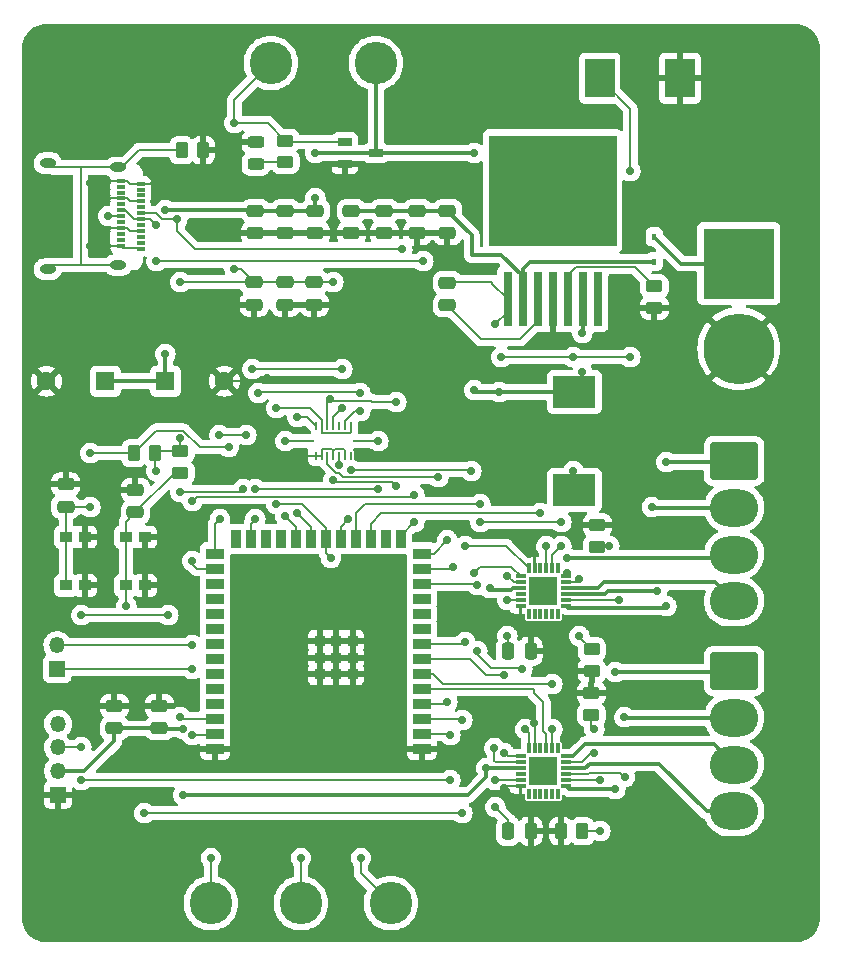
<source format=gtl>
G04 #@! TF.GenerationSoftware,KiCad,Pcbnew,(6.0.7)*
G04 #@! TF.CreationDate,2022-11-10T22:17:51-08:00*
G04 #@! TF.ProjectId,Gimbal,47696d62-616c-42e6-9b69-6361645f7063,rev?*
G04 #@! TF.SameCoordinates,Original*
G04 #@! TF.FileFunction,Copper,L1,Top*
G04 #@! TF.FilePolarity,Positive*
%FSLAX46Y46*%
G04 Gerber Fmt 4.6, Leading zero omitted, Abs format (unit mm)*
G04 Created by KiCad (PCBNEW (6.0.7)) date 2022-11-10 22:17:51*
%MOMM*%
%LPD*%
G01*
G04 APERTURE LIST*
G04 Aperture macros list*
%AMRoundRect*
0 Rectangle with rounded corners*
0 $1 Rounding radius*
0 $2 $3 $4 $5 $6 $7 $8 $9 X,Y pos of 4 corners*
0 Add a 4 corners polygon primitive as box body*
4,1,4,$2,$3,$4,$5,$6,$7,$8,$9,$2,$3,0*
0 Add four circle primitives for the rounded corners*
1,1,$1+$1,$2,$3*
1,1,$1+$1,$4,$5*
1,1,$1+$1,$6,$7*
1,1,$1+$1,$8,$9*
0 Add four rect primitives between the rounded corners*
20,1,$1+$1,$2,$3,$4,$5,0*
20,1,$1+$1,$4,$5,$6,$7,0*
20,1,$1+$1,$6,$7,$8,$9,0*
20,1,$1+$1,$8,$9,$2,$3,0*%
G04 Aperture macros list end*
G04 #@! TA.AperFunction,SMDPad,CuDef*
%ADD10R,3.600000X2.700000*%
G04 #@! TD*
G04 #@! TA.AperFunction,SMDPad,CuDef*
%ADD11RoundRect,0.250000X-0.262500X-0.450000X0.262500X-0.450000X0.262500X0.450000X-0.262500X0.450000X0*%
G04 #@! TD*
G04 #@! TA.AperFunction,SMDPad,CuDef*
%ADD12R,1.000000X0.900000*%
G04 #@! TD*
G04 #@! TA.AperFunction,ComponentPad*
%ADD13C,3.600000*%
G04 #@! TD*
G04 #@! TA.AperFunction,SMDPad,CuDef*
%ADD14RoundRect,0.250000X-0.475000X0.250000X-0.475000X-0.250000X0.475000X-0.250000X0.475000X0.250000X0*%
G04 #@! TD*
G04 #@! TA.AperFunction,SMDPad,CuDef*
%ADD15RoundRect,0.250000X-0.250000X-0.475000X0.250000X-0.475000X0.250000X0.475000X-0.250000X0.475000X0*%
G04 #@! TD*
G04 #@! TA.AperFunction,ComponentPad*
%ADD16R,1.350000X1.350000*%
G04 #@! TD*
G04 #@! TA.AperFunction,ComponentPad*
%ADD17O,1.350000X1.350000*%
G04 #@! TD*
G04 #@! TA.AperFunction,SMDPad,CuDef*
%ADD18R,0.800000X4.600000*%
G04 #@! TD*
G04 #@! TA.AperFunction,SMDPad,CuDef*
%ADD19R,10.800000X9.400000*%
G04 #@! TD*
G04 #@! TA.AperFunction,SMDPad,CuDef*
%ADD20RoundRect,0.250000X0.475000X-0.250000X0.475000X0.250000X-0.475000X0.250000X-0.475000X-0.250000X0*%
G04 #@! TD*
G04 #@! TA.AperFunction,SMDPad,CuDef*
%ADD21RoundRect,0.250000X0.262500X0.450000X-0.262500X0.450000X-0.262500X-0.450000X0.262500X-0.450000X0*%
G04 #@! TD*
G04 #@! TA.AperFunction,SMDPad,CuDef*
%ADD22R,1.500000X0.900000*%
G04 #@! TD*
G04 #@! TA.AperFunction,SMDPad,CuDef*
%ADD23R,0.900000X1.500000*%
G04 #@! TD*
G04 #@! TA.AperFunction,SMDPad,CuDef*
%ADD24R,0.900000X0.900000*%
G04 #@! TD*
G04 #@! TA.AperFunction,ComponentPad*
%ADD25RoundRect,0.250000X-1.800000X1.330000X-1.800000X-1.330000X1.800000X-1.330000X1.800000X1.330000X0*%
G04 #@! TD*
G04 #@! TA.AperFunction,ComponentPad*
%ADD26O,4.100000X3.160000*%
G04 #@! TD*
G04 #@! TA.AperFunction,SMDPad,CuDef*
%ADD27R,1.220000X0.650000*%
G04 #@! TD*
G04 #@! TA.AperFunction,SMDPad,CuDef*
%ADD28RoundRect,0.250000X-0.450000X0.262500X-0.450000X-0.262500X0.450000X-0.262500X0.450000X0.262500X0*%
G04 #@! TD*
G04 #@! TA.AperFunction,SMDPad,CuDef*
%ADD29RoundRect,0.243750X-0.456250X0.243750X-0.456250X-0.243750X0.456250X-0.243750X0.456250X0.243750X0*%
G04 #@! TD*
G04 #@! TA.AperFunction,SMDPad,CuDef*
%ADD30RoundRect,0.008100X0.421900X0.126900X-0.421900X0.126900X-0.421900X-0.126900X0.421900X-0.126900X0*%
G04 #@! TD*
G04 #@! TA.AperFunction,SMDPad,CuDef*
%ADD31RoundRect,0.008100X-0.126900X0.421900X-0.126900X-0.421900X0.126900X-0.421900X0.126900X0.421900X0*%
G04 #@! TD*
G04 #@! TA.AperFunction,SMDPad,CuDef*
%ADD32R,2.450000X2.450000*%
G04 #@! TD*
G04 #@! TA.AperFunction,SMDPad,CuDef*
%ADD33R,0.250000X0.675000*%
G04 #@! TD*
G04 #@! TA.AperFunction,SMDPad,CuDef*
%ADD34R,0.675000X0.250000*%
G04 #@! TD*
G04 #@! TA.AperFunction,SMDPad,CuDef*
%ADD35RoundRect,0.250000X0.450000X-0.262500X0.450000X0.262500X-0.450000X0.262500X-0.450000X-0.262500X0*%
G04 #@! TD*
G04 #@! TA.AperFunction,ComponentPad*
%ADD36C,6.000000*%
G04 #@! TD*
G04 #@! TA.AperFunction,ComponentPad*
%ADD37R,6.000000X6.000000*%
G04 #@! TD*
G04 #@! TA.AperFunction,SMDPad,CuDef*
%ADD38R,0.450000X0.600000*%
G04 #@! TD*
G04 #@! TA.AperFunction,ComponentPad*
%ADD39R,1.600000X1.600000*%
G04 #@! TD*
G04 #@! TA.AperFunction,ComponentPad*
%ADD40C,1.600000*%
G04 #@! TD*
G04 #@! TA.AperFunction,SMDPad,CuDef*
%ADD41R,0.700000X0.300000*%
G04 #@! TD*
G04 #@! TA.AperFunction,ComponentPad*
%ADD42O,1.400000X0.800000*%
G04 #@! TD*
G04 #@! TA.AperFunction,SMDPad,CuDef*
%ADD43R,2.500000X3.300000*%
G04 #@! TD*
G04 #@! TA.AperFunction,ViaPad*
%ADD44C,0.711200*%
G04 #@! TD*
G04 #@! TA.AperFunction,Conductor*
%ADD45C,0.304800*%
G04 #@! TD*
G04 #@! TA.AperFunction,Conductor*
%ADD46C,0.203200*%
G04 #@! TD*
G04 #@! TA.AperFunction,Conductor*
%ADD47C,0.200000*%
G04 #@! TD*
G04 APERTURE END LIST*
D10*
X161592000Y-85684000D03*
X161592000Y-77384000D03*
D11*
X128335500Y-56896000D03*
X130160500Y-56896000D03*
D12*
X118542000Y-93744000D03*
X118542000Y-89644000D03*
X120142000Y-93744000D03*
X120142000Y-89644000D03*
D13*
X144780000Y-49530000D03*
D14*
X139662000Y-62042000D03*
X139662000Y-63942000D03*
D15*
X155984000Y-99314000D03*
X157884000Y-99314000D03*
D14*
X139557000Y-68072000D03*
X139557000Y-69972000D03*
D16*
X117870000Y-111458000D03*
D17*
X117870000Y-109458000D03*
X117870000Y-107458000D03*
X117870000Y-105458000D03*
D18*
X155937000Y-69487000D03*
X157207000Y-69487000D03*
X158477000Y-69487000D03*
X159747000Y-69487000D03*
X161017000Y-69487000D03*
X162287000Y-69487000D03*
X163557000Y-69487000D03*
D19*
X159747000Y-60337000D03*
D20*
X126454000Y-105852000D03*
X126454000Y-103952000D03*
D21*
X162268000Y-114554000D03*
X160443000Y-114554000D03*
D22*
X148666000Y-107574000D03*
X148666000Y-106304000D03*
X148666000Y-105034000D03*
X148666000Y-103764000D03*
X148666000Y-102494000D03*
X148666000Y-101224000D03*
X148666000Y-99954000D03*
X148666000Y-98684000D03*
X148666000Y-97414000D03*
X148666000Y-96144000D03*
X148666000Y-94874000D03*
X148666000Y-93604000D03*
X148666000Y-92334000D03*
X148666000Y-91064000D03*
D23*
X146901000Y-89814000D03*
X145631000Y-89814000D03*
X144361000Y-89814000D03*
X143091000Y-89814000D03*
X141821000Y-89814000D03*
X140551000Y-89814000D03*
X139281000Y-89814000D03*
X138011000Y-89814000D03*
X136741000Y-89814000D03*
X135471000Y-89814000D03*
X134201000Y-89814000D03*
X132931000Y-89814000D03*
D22*
X131166000Y-91064000D03*
X131166000Y-92334000D03*
X131166000Y-93604000D03*
X131166000Y-94874000D03*
X131166000Y-96144000D03*
X131166000Y-97414000D03*
X131166000Y-98684000D03*
X131166000Y-99954000D03*
X131166000Y-101224000D03*
X131166000Y-102494000D03*
X131166000Y-103764000D03*
X131166000Y-105034000D03*
X131166000Y-106304000D03*
X131166000Y-107574000D03*
D24*
X141416000Y-98454000D03*
X140016000Y-99854000D03*
X142816000Y-98454000D03*
X142816000Y-99854000D03*
X140016000Y-98454000D03*
X140016000Y-101254000D03*
X141416000Y-101254000D03*
X142816000Y-101254000D03*
X141416000Y-99854000D03*
D25*
X175117000Y-83214000D03*
D26*
X175117000Y-87174000D03*
X175117000Y-91134000D03*
X175117000Y-95094000D03*
D16*
X117818000Y-100806000D03*
D17*
X117818000Y-98806000D03*
D27*
X142162000Y-56200000D03*
X142162000Y-58100000D03*
X144782000Y-57150000D03*
D13*
X130810000Y-120650000D03*
D28*
X128232000Y-82399500D03*
X128232000Y-84224500D03*
D13*
X135890000Y-49530000D03*
D29*
X134620000Y-56212500D03*
X134620000Y-58087500D03*
D14*
X118522000Y-85194000D03*
X118522000Y-87094000D03*
D13*
X138430000Y-120650000D03*
D30*
X160901000Y-95484000D03*
X160901000Y-94984000D03*
X160901000Y-94484000D03*
X160901000Y-93984000D03*
X160901000Y-93484000D03*
X160901000Y-92984000D03*
D31*
X160216000Y-92299000D03*
X159716000Y-92299000D03*
X159216000Y-92299000D03*
X158716000Y-92299000D03*
X158216000Y-92299000D03*
X157716000Y-92299000D03*
D30*
X157031000Y-92984000D03*
X157031000Y-93484000D03*
X157031000Y-93984000D03*
X157031000Y-94484000D03*
X157031000Y-94984000D03*
X157031000Y-95484000D03*
D31*
X157716000Y-96169000D03*
X158216000Y-96169000D03*
X158716000Y-96169000D03*
X159216000Y-96169000D03*
X159716000Y-96169000D03*
X160216000Y-96169000D03*
D32*
X158966000Y-94234000D03*
D30*
X160901000Y-110724000D03*
X160901000Y-110224000D03*
X160901000Y-109724000D03*
X160901000Y-109224000D03*
X160901000Y-108724000D03*
X160901000Y-108224000D03*
D31*
X160216000Y-107539000D03*
X159716000Y-107539000D03*
X159216000Y-107539000D03*
X158716000Y-107539000D03*
X158216000Y-107539000D03*
X157716000Y-107539000D03*
D30*
X157031000Y-108224000D03*
X157031000Y-108724000D03*
X157031000Y-109224000D03*
X157031000Y-109724000D03*
X157031000Y-110224000D03*
X157031000Y-110724000D03*
D31*
X157716000Y-111409000D03*
X158216000Y-111409000D03*
X158716000Y-111409000D03*
X159216000Y-111409000D03*
X159716000Y-111409000D03*
X160216000Y-111409000D03*
D32*
X158966000Y-109474000D03*
D14*
X137122000Y-68072000D03*
X137122000Y-69972000D03*
X145504000Y-62042000D03*
X145504000Y-63942000D03*
D20*
X150838000Y-70038000D03*
X150838000Y-68138000D03*
X122644000Y-105852000D03*
X122644000Y-103952000D03*
D33*
X142686000Y-82796500D03*
X142186000Y-82796500D03*
X141686000Y-82796500D03*
X141186000Y-82796500D03*
X140686000Y-82796500D03*
X140186000Y-82796500D03*
X139686000Y-82796500D03*
D34*
X139173500Y-81534000D03*
D33*
X139686000Y-80271500D03*
X140186000Y-80271500D03*
X140686000Y-80271500D03*
X141186000Y-80271500D03*
X141686000Y-80271500D03*
X142186000Y-80271500D03*
X142686000Y-80271500D03*
D34*
X143198500Y-81534000D03*
D35*
X163538000Y-90471000D03*
X163538000Y-88646000D03*
D21*
X126096500Y-82550000D03*
X124271500Y-82550000D03*
D14*
X134582000Y-62042000D03*
X134582000Y-63942000D03*
D28*
X163068000Y-99163500D03*
X163068000Y-100988500D03*
D36*
X175514000Y-73704000D03*
D37*
X175514000Y-66504000D03*
D25*
X175117000Y-100994000D03*
D26*
X175117000Y-104954000D03*
X175117000Y-108914000D03*
X175117000Y-112874000D03*
D13*
X146050000Y-120650000D03*
D38*
X168364000Y-66328000D03*
X168364000Y-64228000D03*
D39*
X121882000Y-76454000D03*
D40*
X116882000Y-76454000D03*
D14*
X142710000Y-62042000D03*
X142710000Y-63942000D03*
D15*
X155984000Y-114554000D03*
X157884000Y-114554000D03*
D28*
X137122000Y-56087000D03*
X137122000Y-57912000D03*
D35*
X163030000Y-104695000D03*
X163030000Y-102870000D03*
D12*
X123622000Y-93744000D03*
X123622000Y-89644000D03*
X125222000Y-93744000D03*
X125222000Y-89644000D03*
D41*
X124870000Y-59734000D03*
X124870000Y-60234000D03*
X124870000Y-60734000D03*
X124870000Y-61234000D03*
X124870000Y-61734000D03*
X124870000Y-62234000D03*
X124870000Y-62734000D03*
X124870000Y-63234000D03*
X124870000Y-63734000D03*
X124870000Y-64234000D03*
X124870000Y-64734000D03*
X124870000Y-65234000D03*
X123170000Y-64984000D03*
X123170000Y-64484000D03*
X123170000Y-63984000D03*
X123170000Y-63484000D03*
X123170000Y-62984000D03*
X123170000Y-62484000D03*
X123170000Y-61984000D03*
X123170000Y-61484000D03*
X123170000Y-60984000D03*
X123170000Y-60484000D03*
X123170000Y-59984000D03*
X123170000Y-59484000D03*
D42*
X117010000Y-66974000D03*
X122960000Y-58354000D03*
X122960000Y-66614000D03*
X117010000Y-57994000D03*
D14*
X137122000Y-62042000D03*
X137122000Y-63942000D03*
X150838000Y-62042000D03*
X150838000Y-63942000D03*
X134477000Y-68072000D03*
X134477000Y-69972000D03*
X148298000Y-62042000D03*
X148298000Y-63942000D03*
D35*
X168364000Y-70254500D03*
X168364000Y-68429500D03*
D39*
X126962000Y-76454000D03*
D40*
X131962000Y-76454000D03*
D43*
X170532000Y-50800000D03*
X163732000Y-50800000D03*
D14*
X124422000Y-85664000D03*
X124422000Y-87564000D03*
D44*
X162268000Y-72390000D03*
X162268000Y-75692000D03*
X154432000Y-93980000D03*
X139662000Y-57150000D03*
X155242000Y-77384000D03*
X153124000Y-57150000D03*
X126962000Y-74168000D03*
X128486000Y-105918000D03*
X139662000Y-60960000D03*
X153124000Y-77216000D03*
X128486000Y-111506000D03*
X126962000Y-61976000D03*
X154140000Y-109220000D03*
X131534000Y-59690000D03*
X120612000Y-65024000D03*
X124422000Y-104140000D03*
X135598000Y-76200000D03*
X131534000Y-56896000D03*
X158204000Y-105410000D03*
X120612000Y-59690000D03*
X155664000Y-110870500D03*
X124422000Y-111506000D03*
X135725500Y-82804000D03*
X123660000Y-95504000D03*
X125184000Y-113030000D03*
X152108000Y-105156000D03*
X152108000Y-113030000D03*
X119850000Y-96266000D03*
X132804000Y-54610000D03*
X146520000Y-78232000D03*
X119850000Y-107442000D03*
X127216000Y-96266000D03*
X151092000Y-110236000D03*
X119850000Y-110236000D03*
X151092000Y-106426000D03*
X132804000Y-66926900D03*
X141186000Y-68072000D03*
X141186000Y-84836000D03*
X128232000Y-81280000D03*
X128232000Y-68072000D03*
X146520000Y-85344000D03*
X141694000Y-83566000D03*
X140932000Y-77978000D03*
X126200000Y-84074000D03*
X154825300Y-107528029D03*
X154902000Y-110236000D03*
X154902000Y-112522000D03*
X155918000Y-98044000D03*
X155918000Y-92964000D03*
X155918000Y-94996000D03*
X165062000Y-101092000D03*
X165062000Y-110998000D03*
X165824000Y-104902000D03*
X165862000Y-109982000D03*
X169380000Y-83312000D03*
X169380000Y-95504000D03*
X168148000Y-87122000D03*
X168618000Y-94234000D03*
X160998000Y-91440000D03*
X160998000Y-92710000D03*
X129248000Y-100838000D03*
X129248000Y-106426000D03*
X148044000Y-86106000D03*
X129248000Y-86614000D03*
X148044000Y-88392000D03*
X129248000Y-98806000D03*
X120612000Y-82550000D03*
X131572000Y-88138000D03*
X132334000Y-82042000D03*
X120612000Y-87122000D03*
X163792000Y-110236000D03*
X163792000Y-114554000D03*
X163284000Y-107950000D03*
X163284000Y-105918000D03*
X164554000Y-90424000D03*
X165354000Y-94945700D03*
X162014000Y-98044000D03*
X162014000Y-93218000D03*
X150838000Y-103632000D03*
X150076000Y-84582000D03*
X166332000Y-74422000D03*
X155410000Y-74422000D03*
X166332000Y-58674000D03*
X161506000Y-84074000D03*
X154902000Y-71628000D03*
X161506000Y-74422000D03*
X159728000Y-102108000D03*
X159728000Y-105918000D03*
X155664000Y-101346000D03*
X155664000Y-107950000D03*
X157188000Y-100838000D03*
X153378000Y-99314000D03*
X153378000Y-93726000D03*
X157442000Y-105918000D03*
X158712000Y-87630000D03*
X159220000Y-90424000D03*
X160490000Y-90424000D03*
X153632000Y-86868000D03*
X160490000Y-88392000D03*
X153632000Y-88392000D03*
X126200000Y-66294000D03*
X151346000Y-92202000D03*
X126200000Y-63246000D03*
X148806000Y-66294000D03*
X147028000Y-65278000D03*
X122136000Y-62484000D03*
X150838000Y-89916000D03*
X127978000Y-62738000D03*
X143510000Y-116840000D03*
X140970000Y-91440000D03*
X136360000Y-86868000D03*
X136360000Y-78740000D03*
X138430000Y-116840000D03*
X138138000Y-79502000D03*
X138138000Y-87630000D03*
X137122000Y-87884000D03*
X137122000Y-81534000D03*
X130810000Y-116840000D03*
X153124000Y-92710000D03*
X152870000Y-84074000D03*
X142710000Y-83947500D03*
X142456000Y-88138000D03*
X152362000Y-90424000D03*
X152362000Y-98552000D03*
X144996000Y-81534000D03*
X134582000Y-85598000D03*
X134582000Y-88138000D03*
X144996000Y-85598000D03*
X141948000Y-78740000D03*
X141948000Y-75438000D03*
X133820000Y-81026000D03*
X129248000Y-91694000D03*
X131534000Y-81026000D03*
X134328000Y-75438000D03*
X133566000Y-85598000D03*
X143472000Y-77470000D03*
X134836000Y-77470000D03*
X128232000Y-85852000D03*
X143472000Y-78994000D03*
X128232000Y-104902000D03*
D45*
X126454000Y-105852000D02*
X126520000Y-105918000D01*
X156202068Y-94157800D02*
X156375868Y-93984000D01*
X154432000Y-93980000D02*
X154609800Y-94157800D01*
X156375868Y-93984000D02*
X157031000Y-93984000D01*
X155242000Y-77384000D02*
X161592000Y-77384000D01*
X126962000Y-61976000D02*
X134516000Y-61976000D01*
X157031000Y-109224000D02*
X157027000Y-109220000D01*
X154609800Y-94157800D02*
X156202068Y-94157800D01*
X126962000Y-76454000D02*
X121882000Y-76454000D01*
X139662000Y-62042000D02*
X134582000Y-62042000D01*
X126962000Y-76454000D02*
X126962000Y-74168000D01*
X153292000Y-77384000D02*
X155242000Y-77384000D01*
X153124000Y-77216000D02*
X153292000Y-77384000D01*
X134516000Y-61976000D02*
X134582000Y-62042000D01*
X144782000Y-57150000D02*
X144782000Y-49532000D01*
X152616000Y-111506000D02*
X128486000Y-111506000D01*
X154140000Y-109982000D02*
X152616000Y-111506000D01*
X120088000Y-109458000D02*
X120104000Y-109474000D01*
X157027000Y-109220000D02*
X154140000Y-109220000D01*
X162287000Y-72371000D02*
X162268000Y-72390000D01*
X126520000Y-105918000D02*
X128486000Y-105918000D01*
X139662000Y-62042000D02*
X139662000Y-60960000D01*
X120104000Y-109474000D02*
X122644000Y-106934000D01*
X144782000Y-49532000D02*
X144780000Y-49530000D01*
X139662000Y-57150000D02*
X144782000Y-57150000D01*
X162268000Y-76708000D02*
X161592000Y-77384000D01*
X154140000Y-109220000D02*
X154140000Y-109982000D01*
X144782000Y-57150000D02*
X153124000Y-57150000D01*
X122644000Y-106934000D02*
X122644000Y-105852000D01*
X122644000Y-105852000D02*
X126454000Y-105852000D01*
X117870000Y-109458000D02*
X120088000Y-109458000D01*
X162287000Y-69487000D02*
X162287000Y-72371000D01*
X162268000Y-75692000D02*
X162268000Y-76708000D01*
D46*
X124870000Y-63734000D02*
X123978800Y-63734000D01*
X117870000Y-111458000D02*
X124374000Y-111458000D01*
X135598000Y-76200000D02*
X135344000Y-76454000D01*
X123728800Y-63484000D02*
X123170000Y-63484000D01*
X141186000Y-82326000D02*
X141186000Y-82796500D01*
X123978800Y-63734000D02*
X123728800Y-63484000D01*
X140186000Y-82255800D02*
X140236800Y-82205000D01*
X123723200Y-59484000D02*
X123973200Y-59734000D01*
X141065000Y-82205000D02*
X141186000Y-82326000D01*
X123349400Y-65163400D02*
X124799400Y-65163400D01*
X131490000Y-59734000D02*
X131534000Y-59690000D01*
X124870000Y-59734000D02*
X131490000Y-59734000D01*
X135852000Y-82804000D02*
X135725500Y-82804000D01*
X123978800Y-61234000D02*
X123728800Y-60984000D01*
X122644000Y-103952000D02*
X124234000Y-103952000D01*
X139686000Y-82796500D02*
X135859500Y-82796500D01*
X123170000Y-59484000D02*
X123723200Y-59484000D01*
X121906000Y-60984000D02*
X120612000Y-59690000D01*
X158216000Y-107539000D02*
X158216000Y-105422000D01*
X123170000Y-63484000D02*
X122152000Y-63484000D01*
X141186000Y-82326000D02*
X141307000Y-82205000D01*
X134582000Y-56037000D02*
X132393000Y-56037000D01*
X140236800Y-82205000D02*
X141065000Y-82205000D01*
X155684000Y-110724000D02*
X155664000Y-110744000D01*
X123170000Y-60984000D02*
X121906000Y-60984000D01*
X141307000Y-82205000D02*
X142065000Y-82205000D01*
X135344000Y-76454000D02*
X131962000Y-76454000D01*
X124799400Y-65163400D02*
X124870000Y-65234000D01*
X120818000Y-59484000D02*
X123170000Y-59484000D01*
X157031000Y-110724000D02*
X155684000Y-110724000D01*
X124234000Y-103952000D02*
X124422000Y-104140000D01*
X140186000Y-82796500D02*
X140186000Y-82255800D01*
X123170000Y-64984000D02*
X123349400Y-65163400D01*
X120612000Y-59690000D02*
X120818000Y-59484000D01*
X123973200Y-59734000D02*
X124870000Y-59734000D01*
X123210000Y-65024000D02*
X120612000Y-65024000D01*
X158216000Y-105422000D02*
X158204000Y-105410000D01*
X135859500Y-82796500D02*
X135852000Y-82804000D01*
X123349400Y-65163400D02*
X123210000Y-65024000D01*
X155664000Y-110744000D02*
X155664000Y-110870500D01*
X132393000Y-56037000D02*
X131534000Y-56896000D01*
X124374000Y-111458000D02*
X124422000Y-111506000D01*
X123728800Y-60984000D02*
X123170000Y-60984000D01*
X139686000Y-82796500D02*
X140186000Y-82796500D01*
X122152000Y-63484000D02*
X120612000Y-65024000D01*
X131534000Y-56896000D02*
X130160500Y-56896000D01*
X142065000Y-82205000D02*
X142186000Y-82326000D01*
X142186000Y-82326000D02*
X142186000Y-82796500D01*
X124870000Y-61234000D02*
X123978800Y-61234000D01*
X123622000Y-95466000D02*
X123660000Y-95504000D01*
X151986000Y-105034000D02*
X148666000Y-105034000D01*
X125184000Y-113030000D02*
X152108000Y-113030000D01*
X123622000Y-93744000D02*
X123622000Y-95466000D01*
X123622000Y-88364000D02*
X123622000Y-89644000D01*
X123622000Y-89644000D02*
X123622000Y-93744000D01*
X127761500Y-84224500D02*
X124422000Y-87564000D01*
X128232000Y-84224500D02*
X127761500Y-84224500D01*
X152108000Y-105156000D02*
X151986000Y-105034000D01*
X124422000Y-87564000D02*
X123622000Y-88364000D01*
X148666000Y-106304000D02*
X150970000Y-106304000D01*
X144488000Y-78232000D02*
X146520000Y-78232000D01*
X135645000Y-54610000D02*
X132804000Y-54610000D01*
X132804000Y-66926900D02*
X133331900Y-66926900D01*
X119850000Y-96266000D02*
X127216000Y-96266000D01*
X150970000Y-106304000D02*
X151092000Y-106426000D01*
X132804000Y-52616000D02*
X135890000Y-49530000D01*
X128232000Y-68072000D02*
X134477000Y-68072000D01*
X144361000Y-78105000D02*
X144488000Y-78232000D01*
X126247000Y-82399500D02*
X126096500Y-82550000D01*
X128232000Y-82399500D02*
X128232000Y-81280000D01*
X134477000Y-68072000D02*
X139557000Y-68072000D01*
X141059000Y-78105000D02*
X144361000Y-78105000D01*
X141313000Y-84963000D02*
X146139000Y-84963000D01*
X126096500Y-82550000D02*
X126096500Y-83970500D01*
X132804000Y-54610000D02*
X132804000Y-52616000D01*
X141186000Y-84836000D02*
X141313000Y-84963000D01*
X128232000Y-82399500D02*
X126247000Y-82399500D01*
X141686000Y-82796500D02*
X141686000Y-83304000D01*
X119850000Y-110236000D02*
X151092000Y-110236000D01*
X140932000Y-77978000D02*
X141059000Y-78105000D01*
X119834000Y-107458000D02*
X119850000Y-107442000D01*
X140686000Y-78224000D02*
X140686000Y-80271500D01*
X133331900Y-66926900D02*
X134477000Y-68072000D01*
X141694000Y-83312000D02*
X141694000Y-83566000D01*
X140932000Y-77978000D02*
X140686000Y-78224000D01*
X137122000Y-56087000D02*
X135645000Y-54610000D01*
X137235000Y-56200000D02*
X142162000Y-56200000D01*
X146139000Y-84963000D02*
X146520000Y-85344000D01*
X117870000Y-107458000D02*
X119834000Y-107458000D01*
X137122000Y-56087000D02*
X137235000Y-56200000D01*
X141686000Y-83304000D02*
X141694000Y-83312000D01*
X126096500Y-83970500D02*
X126200000Y-84074000D01*
X139557000Y-68072000D02*
X141186000Y-68072000D01*
X157019000Y-110236000D02*
X157031000Y-110224000D01*
X154902000Y-112522000D02*
X155984000Y-113604000D01*
X154902000Y-110236000D02*
X157019000Y-110236000D01*
X154825300Y-107528029D02*
X154825300Y-108635300D01*
X154825300Y-108635300D02*
X154914000Y-108724000D01*
X154914000Y-108724000D02*
X157031000Y-108724000D01*
X155984000Y-113604000D02*
X155984000Y-114554000D01*
X155984000Y-99314000D02*
X155984000Y-98110000D01*
X155918000Y-92964000D02*
X156438000Y-93484000D01*
X155984000Y-98110000D02*
X155918000Y-98044000D01*
X157019000Y-94996000D02*
X157031000Y-94984000D01*
X155918000Y-94996000D02*
X157019000Y-94996000D01*
X156438000Y-93484000D02*
X157031000Y-93484000D01*
X134582000Y-57912000D02*
X137122000Y-57912000D01*
X122960000Y-58354000D02*
X123263200Y-58354000D01*
X124721200Y-56896000D02*
X128335500Y-56896000D01*
X119916000Y-58354000D02*
X117370000Y-58354000D01*
X117370000Y-58354000D02*
X117010000Y-57994000D01*
X119784000Y-66614000D02*
X117370000Y-66614000D01*
X117370000Y-66614000D02*
X117010000Y-66974000D01*
X119916000Y-58354000D02*
X119784000Y-58486000D01*
X122960000Y-66614000D02*
X119784000Y-66614000D01*
X119784000Y-58486000D02*
X119784000Y-66614000D01*
X122960000Y-58354000D02*
X119916000Y-58354000D01*
X123263200Y-58354000D02*
X124721200Y-56896000D01*
D45*
X175019000Y-101092000D02*
X175117000Y-100994000D01*
X160901000Y-110724000D02*
X161175000Y-110998000D01*
X165062000Y-101092000D02*
X175019000Y-101092000D01*
X161175000Y-110998000D02*
X165062000Y-110998000D01*
D46*
X162903000Y-109601000D02*
X162780000Y-109724000D01*
D45*
X166026000Y-104954000D02*
X175117000Y-104954000D01*
D46*
X165481000Y-109601000D02*
X162903000Y-109601000D01*
X165862000Y-109982000D02*
X165481000Y-109601000D01*
X162780000Y-109724000D02*
X160901000Y-109724000D01*
D45*
X161486000Y-108224000D02*
X162522000Y-107188000D01*
X162522000Y-107188000D02*
X173391000Y-107188000D01*
X173391000Y-107188000D02*
X175117000Y-108914000D01*
X160901000Y-108224000D02*
X161486000Y-108224000D01*
X162518000Y-109224000D02*
X162903000Y-108839000D01*
X162903000Y-108839000D02*
X168745000Y-108839000D01*
X172780000Y-112874000D02*
X175117000Y-112874000D01*
X160901000Y-109224000D02*
X162518000Y-109224000D01*
X168745000Y-108839000D02*
X172780000Y-112874000D01*
X161048000Y-95631000D02*
X169253000Y-95631000D01*
X160901000Y-95484000D02*
X161048000Y-95631000D01*
X169380000Y-83312000D02*
X175019000Y-83312000D01*
X175019000Y-83312000D02*
X175117000Y-83214000D01*
X169253000Y-95631000D02*
X169380000Y-95504000D01*
X164417974Y-94234000D02*
X168618000Y-94234000D01*
X168200000Y-87174000D02*
X175117000Y-87174000D01*
X168148000Y-87122000D02*
X168200000Y-87174000D01*
X164167974Y-94484000D02*
X164417974Y-94234000D01*
X160901000Y-94484000D02*
X164167974Y-94484000D01*
X160901000Y-92807000D02*
X160998000Y-92710000D01*
X160998000Y-91440000D02*
X174811000Y-91440000D01*
X174811000Y-91440000D02*
X175117000Y-91134000D01*
X160901000Y-92984000D02*
X160901000Y-92807000D01*
X163572000Y-93984000D02*
X164084000Y-93472000D01*
X173495000Y-93472000D02*
X175117000Y-95094000D01*
X164084000Y-93472000D02*
X173495000Y-93472000D01*
X160901000Y-93984000D02*
X163572000Y-93984000D01*
D46*
X129216000Y-100806000D02*
X129248000Y-100838000D01*
X131044000Y-106426000D02*
X131166000Y-106304000D01*
X129248000Y-106426000D02*
X131044000Y-106426000D01*
X117818000Y-100806000D02*
X129216000Y-100806000D01*
X148044000Y-86106000D02*
X147917000Y-86233000D01*
X147917000Y-86233000D02*
X129629000Y-86233000D01*
X146901000Y-89535000D02*
X148044000Y-88392000D01*
X146901000Y-89814000D02*
X146901000Y-89535000D01*
X129248000Y-98806000D02*
X117818000Y-98806000D01*
X129629000Y-86233000D02*
X129248000Y-86614000D01*
X131166000Y-91064000D02*
X131166000Y-88544000D01*
X128495026Y-80645000D02*
X126176500Y-80645000D01*
X126176500Y-80645000D02*
X124271500Y-82550000D01*
X131166000Y-88544000D02*
X131572000Y-88138000D01*
X118522000Y-87094000D02*
X118542000Y-87114000D01*
X118542000Y-89644000D02*
X118542000Y-93744000D01*
X129892026Y-82042000D02*
X128495026Y-80645000D01*
X132334000Y-82042000D02*
X129892026Y-82042000D01*
X120612000Y-87122000D02*
X118550000Y-87122000D01*
X124271500Y-82550000D02*
X120612000Y-82550000D01*
X118542000Y-87114000D02*
X118542000Y-89644000D01*
X118550000Y-87122000D02*
X118522000Y-87094000D01*
X161713200Y-66802000D02*
X166736500Y-66802000D01*
X161017000Y-69487000D02*
X161017000Y-67498200D01*
X161017000Y-67498200D02*
X161713200Y-66802000D01*
X166736500Y-66802000D02*
X168364000Y-68429500D01*
X162268000Y-114554000D02*
X163792000Y-114554000D01*
X160913000Y-110236000D02*
X160901000Y-110224000D01*
X163792000Y-110236000D02*
X160913000Y-110236000D01*
X163030000Y-104695000D02*
X163030000Y-105664000D01*
X162213184Y-108724000D02*
X162987184Y-107950000D01*
X162987184Y-107950000D02*
X163284000Y-107950000D01*
X163030000Y-105664000D02*
X163284000Y-105918000D01*
X160901000Y-108724000D02*
X162213184Y-108724000D01*
X160913000Y-94996000D02*
X160901000Y-94984000D01*
X164507000Y-90471000D02*
X164554000Y-90424000D01*
X165354000Y-94945700D02*
X165303700Y-94996000D01*
X163538000Y-90471000D02*
X164507000Y-90471000D01*
X165303700Y-94996000D02*
X160913000Y-94996000D01*
X162014000Y-98109500D02*
X163068000Y-99163500D01*
X161748000Y-93484000D02*
X160901000Y-93484000D01*
X162014000Y-98044000D02*
X162014000Y-98109500D01*
X162014000Y-93218000D02*
X161748000Y-93484000D01*
X141430974Y-84201000D02*
X140686000Y-83456026D01*
X140686000Y-83456026D02*
X140686000Y-82796500D01*
X150838000Y-103632000D02*
X150706000Y-103764000D01*
X142001000Y-84582000D02*
X141620000Y-84201000D01*
X150706000Y-103764000D02*
X148666000Y-103764000D01*
X141620000Y-84201000D02*
X141430974Y-84201000D01*
X150076000Y-84582000D02*
X142001000Y-84582000D01*
D45*
X152908000Y-65786000D02*
X152908000Y-64112000D01*
X152908000Y-64112000D02*
X150838000Y-62042000D01*
X157207000Y-67587000D02*
X155406000Y-65786000D01*
X155406000Y-65786000D02*
X152908000Y-65786000D01*
X168364000Y-66328000D02*
X157862800Y-66328000D01*
X157207000Y-66983800D02*
X157207000Y-69487000D01*
X148298000Y-62042000D02*
X142710000Y-62042000D01*
X157207000Y-69487000D02*
X157207000Y-67587000D01*
X150838000Y-62042000D02*
X148298000Y-62042000D01*
X157862800Y-66328000D02*
X157207000Y-66983800D01*
D46*
X158477000Y-69487000D02*
X158477000Y-71387000D01*
X156966000Y-72898000D02*
X153698000Y-72898000D01*
X153698000Y-72898000D02*
X150838000Y-70038000D01*
X158477000Y-71387000D02*
X156966000Y-72898000D01*
X161506000Y-74422000D02*
X166332000Y-74422000D01*
X154902000Y-71628000D02*
X155937000Y-70593000D01*
X161592000Y-85684000D02*
X161592000Y-84160000D01*
X166332000Y-53400000D02*
X163732000Y-50800000D01*
X154648000Y-68072000D02*
X150904000Y-68072000D01*
X154648000Y-68198000D02*
X154648000Y-68072000D01*
X161506000Y-74422000D02*
X155410000Y-74422000D01*
X166332000Y-58674000D02*
X166332000Y-53400000D01*
X155937000Y-70593000D02*
X155937000Y-69487000D01*
X155937000Y-69487000D02*
X154648000Y-68198000D01*
X150904000Y-68072000D02*
X150838000Y-68138000D01*
X161592000Y-84160000D02*
X161506000Y-84074000D01*
X158209500Y-102494000D02*
X148666000Y-102494000D01*
X159216000Y-107539000D02*
X159216000Y-106304026D01*
X158966000Y-106054026D02*
X158966000Y-103632000D01*
X158966000Y-103632000D02*
X158209500Y-102875500D01*
X159216000Y-106304026D02*
X158966000Y-106054026D01*
X158209500Y-102875500D02*
X158209500Y-102494000D01*
X150503200Y-102108000D02*
X159728000Y-102108000D01*
X148666000Y-101224000D02*
X149619200Y-101224000D01*
X159728000Y-105918000D02*
X159728000Y-107527000D01*
X149619200Y-101224000D02*
X150503200Y-102108000D01*
X159728000Y-107527000D02*
X159716000Y-107539000D01*
X155664000Y-101346000D02*
X154140000Y-101346000D01*
X152748000Y-99954000D02*
X148666000Y-99954000D01*
X154140000Y-101346000D02*
X152748000Y-99954000D01*
X157031000Y-108224000D02*
X155938000Y-108224000D01*
X155938000Y-108224000D02*
X155664000Y-107950000D01*
X153124000Y-99314000D02*
X153378000Y-99314000D01*
X157716000Y-107539000D02*
X157716000Y-106192000D01*
X148666000Y-93604000D02*
X153256000Y-93604000D01*
X157061000Y-100711000D02*
X154521000Y-100711000D01*
X157188000Y-100838000D02*
X157061000Y-100711000D01*
X157716000Y-106192000D02*
X157696000Y-106172000D01*
X153256000Y-93604000D02*
X153378000Y-93726000D01*
X154521000Y-100711000D02*
X153124000Y-99314000D01*
X157696000Y-106172000D02*
X157442000Y-105918000D01*
X145250000Y-87630000D02*
X144361000Y-88519000D01*
X144361000Y-88519000D02*
X144361000Y-89814000D01*
X158712000Y-87630000D02*
X145250000Y-87630000D01*
X159220000Y-92295000D02*
X159216000Y-92299000D01*
X159220000Y-90424000D02*
X159220000Y-92295000D01*
X153632000Y-86868000D02*
X143843974Y-86868000D01*
X159716000Y-91198000D02*
X160490000Y-90424000D01*
X143843974Y-86868000D02*
X143091000Y-87620974D01*
X143091000Y-87620974D02*
X143091000Y-89814000D01*
X160490000Y-88392000D02*
X153632000Y-88392000D01*
X159716000Y-92299000D02*
X159716000Y-91198000D01*
D47*
X124320000Y-62734000D02*
X123570000Y-61984000D01*
X125688000Y-62734000D02*
X126200000Y-63246000D01*
X151214000Y-92334000D02*
X151346000Y-92202000D01*
X124870000Y-62734000D02*
X124320000Y-62734000D01*
X148666000Y-92334000D02*
X151214000Y-92334000D01*
X123570000Y-61984000D02*
X123170000Y-61984000D01*
X126200000Y-66294000D02*
X148806000Y-66294000D01*
X124870000Y-62734000D02*
X125688000Y-62734000D01*
X149690000Y-91064000D02*
X150838000Y-89916000D01*
X124870000Y-62234000D02*
X126196000Y-62234000D01*
X126196000Y-62234000D02*
X126200000Y-62230000D01*
X147028000Y-65278000D02*
X129502000Y-65278000D01*
X127978000Y-62738000D02*
X127978000Y-63754000D01*
X122136000Y-62484000D02*
X123170000Y-62484000D01*
X148666000Y-91064000D02*
X149690000Y-91064000D01*
X127978000Y-63754000D02*
X129502000Y-65278000D01*
X126708000Y-62738000D02*
X127978000Y-62738000D01*
X126200000Y-62230000D02*
X126708000Y-62738000D01*
D46*
X140551000Y-88860800D02*
X138558200Y-86868000D01*
X138558200Y-86868000D02*
X136360000Y-86868000D01*
X142686000Y-80796000D02*
X142686000Y-80271500D01*
X140551000Y-89814000D02*
X140551000Y-91021000D01*
X140551000Y-89814000D02*
X140551000Y-88860800D01*
X140186000Y-80271500D02*
X140186000Y-80812200D01*
X139195200Y-78740000D02*
X136360000Y-78740000D01*
X143510000Y-118110000D02*
X146050000Y-120650000D01*
X140186000Y-80812200D02*
X140236800Y-80863000D01*
X140186000Y-80271500D02*
X140186000Y-79730800D01*
X143510000Y-116840000D02*
X143510000Y-118110000D01*
X142619000Y-80863000D02*
X142686000Y-80796000D01*
X140186000Y-79730800D02*
X139195200Y-78740000D01*
X140551000Y-91021000D02*
X140970000Y-91440000D01*
X140236800Y-80863000D02*
X142619000Y-80863000D01*
X139281000Y-88773000D02*
X138392000Y-87884000D01*
X138138000Y-79502000D02*
X138916500Y-79502000D01*
X139281000Y-89814000D02*
X139281000Y-88773000D01*
X138392000Y-87884000D02*
X138138000Y-87630000D01*
X138916500Y-79502000D02*
X139686000Y-80271500D01*
X138430000Y-116840000D02*
X138430000Y-120650000D01*
X130810000Y-116840000D02*
X130810000Y-120650000D01*
X138011000Y-89814000D02*
X138011000Y-88773000D01*
X137122000Y-81534000D02*
X139173500Y-81534000D01*
X138011000Y-88773000D02*
X137122000Y-87884000D01*
X142710000Y-83947500D02*
X152743500Y-83947500D01*
X156249000Y-92202000D02*
X157031000Y-92984000D01*
X141821000Y-89814000D02*
X141821000Y-88773000D01*
X153632000Y-92202000D02*
X156249000Y-92202000D01*
X153124000Y-92710000D02*
X153632000Y-92202000D01*
X141821000Y-88773000D02*
X142456000Y-88138000D01*
X152743500Y-83947500D02*
X152870000Y-84074000D01*
X155841000Y-90424000D02*
X157716000Y-92299000D01*
X152230000Y-98684000D02*
X152362000Y-98552000D01*
X148666000Y-98684000D02*
X152230000Y-98684000D01*
X152362000Y-90424000D02*
X155841000Y-90424000D01*
X143198500Y-81534000D02*
X144996000Y-81534000D01*
X134201000Y-89814000D02*
X134201000Y-88519000D01*
X134201000Y-88519000D02*
X134582000Y-88138000D01*
X134582000Y-85598000D02*
X144996000Y-85598000D01*
X141186000Y-79502000D02*
X141948000Y-78740000D01*
X131534000Y-81026000D02*
X133820000Y-81026000D01*
X129248000Y-91948000D02*
X129248000Y-91694000D01*
X131166000Y-92334000D02*
X129634000Y-92334000D01*
X134328000Y-75438000D02*
X141948000Y-75438000D01*
X141186000Y-80271500D02*
X141186000Y-79502000D01*
X129634000Y-92334000D02*
X129248000Y-91948000D01*
X142993000Y-78994000D02*
X142186000Y-79801000D01*
X143345000Y-77343000D02*
X143472000Y-77470000D01*
X142186000Y-79801000D02*
X142186000Y-80271500D01*
X128364000Y-105034000D02*
X128232000Y-104902000D01*
X143472000Y-78994000D02*
X142993000Y-78994000D01*
X134963000Y-77343000D02*
X143345000Y-77343000D01*
X133312000Y-85852000D02*
X133566000Y-85598000D01*
X128232000Y-85852000D02*
X133312000Y-85852000D01*
X134836000Y-77470000D02*
X134963000Y-77343000D01*
X131166000Y-105034000D02*
X128364000Y-105034000D01*
D45*
X175514000Y-66504000D02*
X170640000Y-66504000D01*
X170640000Y-66504000D02*
X168364000Y-64228000D01*
G04 #@! TA.AperFunction,Conductor*
G36*
X180310018Y-46230000D02*
G01*
X180324851Y-46232310D01*
X180324855Y-46232310D01*
X180333724Y-46233691D01*
X180342626Y-46232527D01*
X180342629Y-46232527D01*
X180350012Y-46231561D01*
X180374591Y-46230767D01*
X180401442Y-46232527D01*
X180596922Y-46245340D01*
X180613262Y-46247491D01*
X180735477Y-46271801D01*
X180857696Y-46296112D01*
X180873606Y-46300375D01*
X181109600Y-46380484D01*
X181124826Y-46386791D01*
X181348342Y-46497016D01*
X181362616Y-46505257D01*
X181569829Y-46643713D01*
X181582905Y-46653746D01*
X181770278Y-46818068D01*
X181781932Y-46829722D01*
X181946254Y-47017095D01*
X181956287Y-47030171D01*
X182094743Y-47237384D01*
X182102984Y-47251658D01*
X182213209Y-47475174D01*
X182219515Y-47490398D01*
X182299625Y-47726394D01*
X182303889Y-47742307D01*
X182352509Y-47986738D01*
X182354660Y-48003078D01*
X182368763Y-48218236D01*
X182367733Y-48241350D01*
X182367690Y-48244854D01*
X182366309Y-48253724D01*
X182367473Y-48262626D01*
X182367473Y-48262628D01*
X182370436Y-48285283D01*
X182371500Y-48301621D01*
X182371500Y-121870633D01*
X182370000Y-121890018D01*
X182367690Y-121904851D01*
X182367690Y-121904855D01*
X182366309Y-121913724D01*
X182367473Y-121922626D01*
X182367473Y-121922629D01*
X182368439Y-121930012D01*
X182369233Y-121954591D01*
X182354660Y-122176922D01*
X182352509Y-122193262D01*
X182303889Y-122437693D01*
X182299625Y-122453606D01*
X182288059Y-122487679D01*
X182219516Y-122689600D01*
X182213209Y-122704826D01*
X182102984Y-122928342D01*
X182094743Y-122942616D01*
X181956287Y-123149829D01*
X181946254Y-123162905D01*
X181781932Y-123350278D01*
X181770278Y-123361932D01*
X181582905Y-123526254D01*
X181569829Y-123536287D01*
X181362616Y-123674743D01*
X181348342Y-123682984D01*
X181124826Y-123793209D01*
X181109602Y-123799515D01*
X180873606Y-123879625D01*
X180857696Y-123883888D01*
X180735477Y-123908199D01*
X180613262Y-123932509D01*
X180596922Y-123934660D01*
X180448134Y-123944413D01*
X180381763Y-123948763D01*
X180358650Y-123947733D01*
X180355146Y-123947690D01*
X180346276Y-123946309D01*
X180337374Y-123947473D01*
X180337372Y-123947473D01*
X180323915Y-123949233D01*
X180314714Y-123950436D01*
X180298379Y-123951500D01*
X116889367Y-123951500D01*
X116869982Y-123950000D01*
X116855149Y-123947690D01*
X116855145Y-123947690D01*
X116846276Y-123946309D01*
X116837374Y-123947473D01*
X116837371Y-123947473D01*
X116829988Y-123948439D01*
X116805409Y-123949233D01*
X116760799Y-123946309D01*
X116583078Y-123934660D01*
X116566738Y-123932509D01*
X116444523Y-123908199D01*
X116322304Y-123883888D01*
X116306394Y-123879625D01*
X116070398Y-123799515D01*
X116055174Y-123793209D01*
X115831658Y-123682984D01*
X115817384Y-123674743D01*
X115610171Y-123536287D01*
X115597095Y-123526254D01*
X115409722Y-123361932D01*
X115398068Y-123350278D01*
X115233746Y-123162905D01*
X115223713Y-123149829D01*
X115085257Y-122942616D01*
X115077016Y-122928342D01*
X114966791Y-122704826D01*
X114960484Y-122689600D01*
X114891941Y-122487679D01*
X114880375Y-122453606D01*
X114876111Y-122437693D01*
X114827491Y-122193262D01*
X114825340Y-122176922D01*
X114811476Y-121965407D01*
X114812650Y-121942232D01*
X114812334Y-121942204D01*
X114812770Y-121937344D01*
X114813576Y-121932552D01*
X114813729Y-121920000D01*
X114809773Y-121892376D01*
X114808500Y-121874514D01*
X114808500Y-120650000D01*
X128496547Y-120650000D01*
X128516339Y-120951966D01*
X128575376Y-121248766D01*
X128672648Y-121535320D01*
X128806491Y-121806726D01*
X128974614Y-122058341D01*
X128977328Y-122061435D01*
X128977332Y-122061441D01*
X129078607Y-122176922D01*
X129174142Y-122285858D01*
X129177231Y-122288567D01*
X129398559Y-122482668D01*
X129398565Y-122482672D01*
X129401659Y-122485386D01*
X129405085Y-122487675D01*
X129405090Y-122487679D01*
X129505378Y-122554689D01*
X129653273Y-122653509D01*
X129656972Y-122655333D01*
X129656977Y-122655336D01*
X129796308Y-122724046D01*
X129924680Y-122787352D01*
X129928585Y-122788677D01*
X129928586Y-122788678D01*
X130207327Y-122883298D01*
X130207330Y-122883299D01*
X130211234Y-122884624D01*
X130215273Y-122885427D01*
X130215279Y-122885429D01*
X130503991Y-122942857D01*
X130503994Y-122942857D01*
X130508034Y-122943661D01*
X130512145Y-122943930D01*
X130512149Y-122943931D01*
X130805881Y-122963183D01*
X130810000Y-122963453D01*
X130814119Y-122963183D01*
X131107851Y-122943931D01*
X131107855Y-122943930D01*
X131111966Y-122943661D01*
X131116006Y-122942857D01*
X131116009Y-122942857D01*
X131404721Y-122885429D01*
X131404727Y-122885427D01*
X131408766Y-122884624D01*
X131412670Y-122883299D01*
X131412673Y-122883298D01*
X131691414Y-122788678D01*
X131691415Y-122788677D01*
X131695320Y-122787352D01*
X131823692Y-122724046D01*
X131963023Y-122655336D01*
X131963028Y-122655333D01*
X131966727Y-122653509D01*
X132114622Y-122554689D01*
X132214910Y-122487679D01*
X132214915Y-122487675D01*
X132218341Y-122485386D01*
X132221435Y-122482672D01*
X132221441Y-122482668D01*
X132442769Y-122288567D01*
X132445858Y-122285858D01*
X132541393Y-122176922D01*
X132642668Y-122061441D01*
X132642672Y-122061435D01*
X132645386Y-122058341D01*
X132813509Y-121806726D01*
X132947352Y-121535320D01*
X133044624Y-121248766D01*
X133103661Y-120951966D01*
X133123453Y-120650000D01*
X136116547Y-120650000D01*
X136136339Y-120951966D01*
X136195376Y-121248766D01*
X136292648Y-121535320D01*
X136426491Y-121806726D01*
X136594614Y-122058341D01*
X136597328Y-122061435D01*
X136597332Y-122061441D01*
X136698607Y-122176922D01*
X136794142Y-122285858D01*
X136797231Y-122288567D01*
X137018559Y-122482668D01*
X137018565Y-122482672D01*
X137021659Y-122485386D01*
X137025085Y-122487675D01*
X137025090Y-122487679D01*
X137125378Y-122554689D01*
X137273273Y-122653509D01*
X137276972Y-122655333D01*
X137276977Y-122655336D01*
X137416308Y-122724046D01*
X137544680Y-122787352D01*
X137548585Y-122788677D01*
X137548586Y-122788678D01*
X137827327Y-122883298D01*
X137827330Y-122883299D01*
X137831234Y-122884624D01*
X137835273Y-122885427D01*
X137835279Y-122885429D01*
X138123991Y-122942857D01*
X138123994Y-122942857D01*
X138128034Y-122943661D01*
X138132145Y-122943930D01*
X138132149Y-122943931D01*
X138425881Y-122963183D01*
X138430000Y-122963453D01*
X138434119Y-122963183D01*
X138727851Y-122943931D01*
X138727855Y-122943930D01*
X138731966Y-122943661D01*
X138736006Y-122942857D01*
X138736009Y-122942857D01*
X139024721Y-122885429D01*
X139024727Y-122885427D01*
X139028766Y-122884624D01*
X139032670Y-122883299D01*
X139032673Y-122883298D01*
X139311414Y-122788678D01*
X139311415Y-122788677D01*
X139315320Y-122787352D01*
X139443692Y-122724046D01*
X139583023Y-122655336D01*
X139583028Y-122655333D01*
X139586727Y-122653509D01*
X139734622Y-122554689D01*
X139834910Y-122487679D01*
X139834915Y-122487675D01*
X139838341Y-122485386D01*
X139841435Y-122482672D01*
X139841441Y-122482668D01*
X140062769Y-122288567D01*
X140065858Y-122285858D01*
X140161393Y-122176922D01*
X140262668Y-122061441D01*
X140262672Y-122061435D01*
X140265386Y-122058341D01*
X140433509Y-121806726D01*
X140567352Y-121535320D01*
X140664624Y-121248766D01*
X140723661Y-120951966D01*
X140743453Y-120650000D01*
X140723661Y-120348034D01*
X140664624Y-120051234D01*
X140567352Y-119764680D01*
X140504112Y-119636442D01*
X140435336Y-119496978D01*
X140435333Y-119496973D01*
X140433509Y-119493274D01*
X140265386Y-119241659D01*
X140262672Y-119238565D01*
X140262668Y-119238559D01*
X140068567Y-119017231D01*
X140065858Y-119014142D01*
X140062769Y-119011433D01*
X139841441Y-118817332D01*
X139841435Y-118817328D01*
X139838341Y-118814614D01*
X139834911Y-118812322D01*
X139834910Y-118812321D01*
X139590160Y-118648785D01*
X139586727Y-118646491D01*
X139583028Y-118644667D01*
X139583023Y-118644664D01*
X139319015Y-118514470D01*
X139319013Y-118514469D01*
X139315320Y-118512648D01*
X139311426Y-118511326D01*
X139311416Y-118511322D01*
X139125599Y-118448246D01*
X139067522Y-118407409D01*
X139040744Y-118341656D01*
X139040100Y-118328933D01*
X139040100Y-117502160D01*
X139060102Y-117434039D01*
X139072464Y-117417849D01*
X139128504Y-117355611D01*
X139128505Y-117355610D01*
X139132923Y-117350703D01*
X139136223Y-117344987D01*
X139136226Y-117344983D01*
X139220439Y-117199120D01*
X139220440Y-117199119D01*
X139223743Y-117193397D01*
X139279873Y-117020646D01*
X139298860Y-116840000D01*
X142641140Y-116840000D01*
X142660127Y-117020646D01*
X142716257Y-117193397D01*
X142719560Y-117199119D01*
X142719561Y-117199120D01*
X142803774Y-117344983D01*
X142803777Y-117344987D01*
X142807077Y-117350703D01*
X142811495Y-117355610D01*
X142811496Y-117355611D01*
X142867536Y-117417849D01*
X142898253Y-117481857D01*
X142899900Y-117502160D01*
X142899900Y-118034322D01*
X142899402Y-118044874D01*
X142897781Y-118052128D01*
X142898030Y-118060049D01*
X142899838Y-118117595D01*
X142899900Y-118121552D01*
X142899900Y-118148383D01*
X142900396Y-118152310D01*
X142900453Y-118153216D01*
X142901292Y-118163860D01*
X142902622Y-118206199D01*
X142904834Y-118213812D01*
X142907964Y-118224586D01*
X142911972Y-118243943D01*
X142914371Y-118262932D01*
X142917291Y-118270307D01*
X142929964Y-118302318D01*
X142933808Y-118313545D01*
X142940570Y-118336817D01*
X142945628Y-118354225D01*
X142955374Y-118370705D01*
X142964065Y-118388445D01*
X142971116Y-118406254D01*
X142995558Y-118439896D01*
X142996020Y-118440532D01*
X143002536Y-118450452D01*
X143024095Y-118486906D01*
X143037622Y-118500433D01*
X143050463Y-118515467D01*
X143061721Y-118530962D01*
X143067829Y-118536015D01*
X143094372Y-118557973D01*
X143103152Y-118565963D01*
X143977352Y-119440163D01*
X144011378Y-119502475D01*
X144006313Y-119573290D01*
X144001263Y-119584986D01*
X143912648Y-119764680D01*
X143815376Y-120051234D01*
X143756339Y-120348034D01*
X143736547Y-120650000D01*
X143756339Y-120951966D01*
X143815376Y-121248766D01*
X143912648Y-121535320D01*
X144046491Y-121806726D01*
X144214614Y-122058341D01*
X144217328Y-122061435D01*
X144217332Y-122061441D01*
X144318607Y-122176922D01*
X144414142Y-122285858D01*
X144417231Y-122288567D01*
X144638559Y-122482668D01*
X144638565Y-122482672D01*
X144641659Y-122485386D01*
X144645085Y-122487675D01*
X144645090Y-122487679D01*
X144745378Y-122554689D01*
X144893273Y-122653509D01*
X144896972Y-122655333D01*
X144896977Y-122655336D01*
X145036308Y-122724046D01*
X145164680Y-122787352D01*
X145168585Y-122788677D01*
X145168586Y-122788678D01*
X145447327Y-122883298D01*
X145447330Y-122883299D01*
X145451234Y-122884624D01*
X145455273Y-122885427D01*
X145455279Y-122885429D01*
X145743991Y-122942857D01*
X145743994Y-122942857D01*
X145748034Y-122943661D01*
X145752145Y-122943930D01*
X145752149Y-122943931D01*
X146045881Y-122963183D01*
X146050000Y-122963453D01*
X146054119Y-122963183D01*
X146347851Y-122943931D01*
X146347855Y-122943930D01*
X146351966Y-122943661D01*
X146356006Y-122942857D01*
X146356009Y-122942857D01*
X146644721Y-122885429D01*
X146644727Y-122885427D01*
X146648766Y-122884624D01*
X146652670Y-122883299D01*
X146652673Y-122883298D01*
X146931414Y-122788678D01*
X146931415Y-122788677D01*
X146935320Y-122787352D01*
X147063692Y-122724046D01*
X147203023Y-122655336D01*
X147203028Y-122655333D01*
X147206727Y-122653509D01*
X147354622Y-122554689D01*
X147454910Y-122487679D01*
X147454915Y-122487675D01*
X147458341Y-122485386D01*
X147461435Y-122482672D01*
X147461441Y-122482668D01*
X147682769Y-122288567D01*
X147685858Y-122285858D01*
X147781393Y-122176922D01*
X147882668Y-122061441D01*
X147882672Y-122061435D01*
X147885386Y-122058341D01*
X148053509Y-121806726D01*
X148187352Y-121535320D01*
X148284624Y-121248766D01*
X148343661Y-120951966D01*
X148363453Y-120650000D01*
X148343661Y-120348034D01*
X148284624Y-120051234D01*
X148187352Y-119764680D01*
X148124112Y-119636442D01*
X148055336Y-119496978D01*
X148055333Y-119496973D01*
X148053509Y-119493274D01*
X147885386Y-119241659D01*
X147882672Y-119238565D01*
X147882668Y-119238559D01*
X147688567Y-119017231D01*
X147685858Y-119014142D01*
X147682769Y-119011433D01*
X147461441Y-118817332D01*
X147461435Y-118817328D01*
X147458341Y-118814614D01*
X147454911Y-118812322D01*
X147454910Y-118812321D01*
X147210160Y-118648785D01*
X147206727Y-118646491D01*
X147203028Y-118644667D01*
X147203023Y-118644664D01*
X147027230Y-118557973D01*
X146935320Y-118512648D01*
X146931414Y-118511322D01*
X146652673Y-118416702D01*
X146652670Y-118416701D01*
X146648766Y-118415376D01*
X146644727Y-118414573D01*
X146644721Y-118414571D01*
X146356009Y-118357143D01*
X146356006Y-118357143D01*
X146351966Y-118356339D01*
X146347855Y-118356070D01*
X146347851Y-118356069D01*
X146054119Y-118336817D01*
X146050000Y-118336547D01*
X146045881Y-118336817D01*
X145752149Y-118356069D01*
X145752145Y-118356070D01*
X145748034Y-118356339D01*
X145743994Y-118357143D01*
X145743991Y-118357143D01*
X145455279Y-118414571D01*
X145455273Y-118414573D01*
X145451234Y-118415376D01*
X145447330Y-118416701D01*
X145447327Y-118416702D01*
X145168586Y-118511322D01*
X145164680Y-118512648D01*
X145065097Y-118561757D01*
X144984987Y-118601263D01*
X144915045Y-118613453D01*
X144849616Y-118585894D01*
X144840164Y-118577352D01*
X144157005Y-117894193D01*
X144122979Y-117831881D01*
X144120100Y-117805098D01*
X144120100Y-117502160D01*
X144140102Y-117434039D01*
X144152464Y-117417849D01*
X144208504Y-117355611D01*
X144208505Y-117355610D01*
X144212923Y-117350703D01*
X144216223Y-117344987D01*
X144216226Y-117344983D01*
X144300439Y-117199120D01*
X144300440Y-117199119D01*
X144303743Y-117193397D01*
X144359873Y-117020646D01*
X144378860Y-116840000D01*
X144359873Y-116659354D01*
X144303743Y-116486603D01*
X144212923Y-116329297D01*
X144091381Y-116194311D01*
X143944430Y-116087545D01*
X143938402Y-116084861D01*
X143938400Y-116084860D01*
X143784524Y-116016350D01*
X143784523Y-116016350D01*
X143778493Y-116013665D01*
X143689657Y-115994782D01*
X143607278Y-115977272D01*
X143607274Y-115977272D01*
X143600821Y-115975900D01*
X143419179Y-115975900D01*
X143412726Y-115977272D01*
X143412722Y-115977272D01*
X143330343Y-115994782D01*
X143241507Y-116013665D01*
X143235477Y-116016350D01*
X143235476Y-116016350D01*
X143081600Y-116084860D01*
X143081598Y-116084861D01*
X143075570Y-116087545D01*
X142928619Y-116194311D01*
X142807077Y-116329297D01*
X142716257Y-116486603D01*
X142660127Y-116659354D01*
X142641140Y-116840000D01*
X139298860Y-116840000D01*
X139279873Y-116659354D01*
X139223743Y-116486603D01*
X139132923Y-116329297D01*
X139011381Y-116194311D01*
X138864430Y-116087545D01*
X138858402Y-116084861D01*
X138858400Y-116084860D01*
X138704524Y-116016350D01*
X138704523Y-116016350D01*
X138698493Y-116013665D01*
X138609657Y-115994782D01*
X138527278Y-115977272D01*
X138527274Y-115977272D01*
X138520821Y-115975900D01*
X138339179Y-115975900D01*
X138332726Y-115977272D01*
X138332722Y-115977272D01*
X138250343Y-115994782D01*
X138161507Y-116013665D01*
X138155477Y-116016350D01*
X138155476Y-116016350D01*
X138001600Y-116084860D01*
X138001598Y-116084861D01*
X137995570Y-116087545D01*
X137848619Y-116194311D01*
X137727077Y-116329297D01*
X137636257Y-116486603D01*
X137580127Y-116659354D01*
X137561140Y-116840000D01*
X137580127Y-117020646D01*
X137636257Y-117193397D01*
X137639560Y-117199119D01*
X137639561Y-117199120D01*
X137723774Y-117344983D01*
X137723777Y-117344987D01*
X137727077Y-117350703D01*
X137731495Y-117355610D01*
X137731496Y-117355611D01*
X137787536Y-117417849D01*
X137818253Y-117481857D01*
X137819900Y-117502160D01*
X137819900Y-118328933D01*
X137799898Y-118397054D01*
X137746242Y-118443547D01*
X137734401Y-118448246D01*
X137548584Y-118511322D01*
X137548574Y-118511326D01*
X137544680Y-118512648D01*
X137540987Y-118514469D01*
X137540985Y-118514470D01*
X137276978Y-118644664D01*
X137276973Y-118644667D01*
X137273274Y-118646491D01*
X137021659Y-118814614D01*
X137018565Y-118817328D01*
X137018559Y-118817332D01*
X136797231Y-119011433D01*
X136794142Y-119014142D01*
X136791433Y-119017231D01*
X136597332Y-119238559D01*
X136597328Y-119238565D01*
X136594614Y-119241659D01*
X136426491Y-119493274D01*
X136424667Y-119496973D01*
X136424664Y-119496978D01*
X136355888Y-119636442D01*
X136292648Y-119764680D01*
X136195376Y-120051234D01*
X136136339Y-120348034D01*
X136116547Y-120650000D01*
X133123453Y-120650000D01*
X133103661Y-120348034D01*
X133044624Y-120051234D01*
X132947352Y-119764680D01*
X132884112Y-119636442D01*
X132815336Y-119496978D01*
X132815333Y-119496973D01*
X132813509Y-119493274D01*
X132645386Y-119241659D01*
X132642672Y-119238565D01*
X132642668Y-119238559D01*
X132448567Y-119017231D01*
X132445858Y-119014142D01*
X132442769Y-119011433D01*
X132221441Y-118817332D01*
X132221435Y-118817328D01*
X132218341Y-118814614D01*
X132214911Y-118812322D01*
X132214910Y-118812321D01*
X131970160Y-118648785D01*
X131966727Y-118646491D01*
X131963028Y-118644667D01*
X131963023Y-118644664D01*
X131699015Y-118514470D01*
X131699013Y-118514469D01*
X131695320Y-118512648D01*
X131691426Y-118511326D01*
X131691416Y-118511322D01*
X131505599Y-118448246D01*
X131447522Y-118407409D01*
X131420744Y-118341656D01*
X131420100Y-118328933D01*
X131420100Y-117502160D01*
X131440102Y-117434039D01*
X131452464Y-117417849D01*
X131508504Y-117355611D01*
X131508505Y-117355610D01*
X131512923Y-117350703D01*
X131516223Y-117344987D01*
X131516226Y-117344983D01*
X131600439Y-117199120D01*
X131600440Y-117199119D01*
X131603743Y-117193397D01*
X131659873Y-117020646D01*
X131678860Y-116840000D01*
X131659873Y-116659354D01*
X131603743Y-116486603D01*
X131512923Y-116329297D01*
X131391381Y-116194311D01*
X131244430Y-116087545D01*
X131238402Y-116084861D01*
X131238400Y-116084860D01*
X131084524Y-116016350D01*
X131084523Y-116016350D01*
X131078493Y-116013665D01*
X130989657Y-115994782D01*
X130907278Y-115977272D01*
X130907274Y-115977272D01*
X130900821Y-115975900D01*
X130719179Y-115975900D01*
X130712726Y-115977272D01*
X130712722Y-115977272D01*
X130630343Y-115994782D01*
X130541507Y-116013665D01*
X130535477Y-116016350D01*
X130535476Y-116016350D01*
X130381600Y-116084860D01*
X130381598Y-116084861D01*
X130375570Y-116087545D01*
X130228619Y-116194311D01*
X130107077Y-116329297D01*
X130016257Y-116486603D01*
X129960127Y-116659354D01*
X129941140Y-116840000D01*
X129960127Y-117020646D01*
X130016257Y-117193397D01*
X130019560Y-117199119D01*
X130019561Y-117199120D01*
X130103774Y-117344983D01*
X130103777Y-117344987D01*
X130107077Y-117350703D01*
X130111495Y-117355610D01*
X130111496Y-117355611D01*
X130167536Y-117417849D01*
X130198253Y-117481857D01*
X130199900Y-117502160D01*
X130199900Y-118328933D01*
X130179898Y-118397054D01*
X130126242Y-118443547D01*
X130114401Y-118448246D01*
X129928584Y-118511322D01*
X129928574Y-118511326D01*
X129924680Y-118512648D01*
X129920987Y-118514469D01*
X129920985Y-118514470D01*
X129656978Y-118644664D01*
X129656973Y-118644667D01*
X129653274Y-118646491D01*
X129401659Y-118814614D01*
X129398565Y-118817328D01*
X129398559Y-118817332D01*
X129177231Y-119011433D01*
X129174142Y-119014142D01*
X129171433Y-119017231D01*
X128977332Y-119238559D01*
X128977328Y-119238565D01*
X128974614Y-119241659D01*
X128806491Y-119493274D01*
X128804667Y-119496973D01*
X128804664Y-119496978D01*
X128735888Y-119636442D01*
X128672648Y-119764680D01*
X128575376Y-120051234D01*
X128516339Y-120348034D01*
X128496547Y-120650000D01*
X114808500Y-120650000D01*
X114808500Y-112177669D01*
X116687001Y-112177669D01*
X116687371Y-112184490D01*
X116692895Y-112235352D01*
X116696521Y-112250604D01*
X116741676Y-112371054D01*
X116750214Y-112386649D01*
X116826715Y-112488724D01*
X116839276Y-112501285D01*
X116941351Y-112577786D01*
X116956946Y-112586324D01*
X117077394Y-112631478D01*
X117092649Y-112635105D01*
X117143514Y-112640631D01*
X117150328Y-112641000D01*
X117597885Y-112641000D01*
X117613124Y-112636525D01*
X117614329Y-112635135D01*
X117616000Y-112627452D01*
X117616000Y-112622884D01*
X118124000Y-112622884D01*
X118128475Y-112638123D01*
X118129865Y-112639328D01*
X118137548Y-112640999D01*
X118589669Y-112640999D01*
X118596490Y-112640629D01*
X118647352Y-112635105D01*
X118662604Y-112631479D01*
X118783054Y-112586324D01*
X118798649Y-112577786D01*
X118900724Y-112501285D01*
X118913285Y-112488724D01*
X118989786Y-112386649D01*
X118998324Y-112371054D01*
X119043478Y-112250606D01*
X119047105Y-112235351D01*
X119052631Y-112184486D01*
X119053000Y-112177672D01*
X119053000Y-111730115D01*
X119048525Y-111714876D01*
X119047135Y-111713671D01*
X119039452Y-111712000D01*
X118142115Y-111712000D01*
X118126876Y-111716475D01*
X118125671Y-111717865D01*
X118124000Y-111725548D01*
X118124000Y-112622884D01*
X117616000Y-112622884D01*
X117616000Y-111730115D01*
X117611525Y-111714876D01*
X117610135Y-111713671D01*
X117602452Y-111712000D01*
X116705116Y-111712000D01*
X116689877Y-111716475D01*
X116688672Y-111717865D01*
X116687001Y-111725548D01*
X116687001Y-112177669D01*
X114808500Y-112177669D01*
X114808500Y-103679885D01*
X121411000Y-103679885D01*
X121415475Y-103695124D01*
X121416865Y-103696329D01*
X121424548Y-103698000D01*
X122371885Y-103698000D01*
X122387124Y-103693525D01*
X122388329Y-103692135D01*
X122390000Y-103684452D01*
X122390000Y-103679885D01*
X122898000Y-103679885D01*
X122902475Y-103695124D01*
X122903865Y-103696329D01*
X122911548Y-103698000D01*
X123858884Y-103698000D01*
X123874123Y-103693525D01*
X123875328Y-103692135D01*
X123876999Y-103684452D01*
X123876999Y-103679885D01*
X125221000Y-103679885D01*
X125225475Y-103695124D01*
X125226865Y-103696329D01*
X125234548Y-103698000D01*
X126181885Y-103698000D01*
X126197124Y-103693525D01*
X126198329Y-103692135D01*
X126200000Y-103684452D01*
X126200000Y-103679885D01*
X126708000Y-103679885D01*
X126712475Y-103695124D01*
X126713865Y-103696329D01*
X126721548Y-103698000D01*
X127668884Y-103698000D01*
X127684123Y-103693525D01*
X127685328Y-103692135D01*
X127686999Y-103684452D01*
X127686999Y-103654905D01*
X127686662Y-103648386D01*
X127676743Y-103552794D01*
X127673851Y-103539400D01*
X127622412Y-103385216D01*
X127616239Y-103372038D01*
X127530937Y-103234193D01*
X127521901Y-103222792D01*
X127407171Y-103108261D01*
X127395760Y-103099249D01*
X127257757Y-103014184D01*
X127244576Y-103008037D01*
X127090290Y-102956862D01*
X127076914Y-102953995D01*
X126982562Y-102944328D01*
X126976145Y-102944000D01*
X126726115Y-102944000D01*
X126710876Y-102948475D01*
X126709671Y-102949865D01*
X126708000Y-102957548D01*
X126708000Y-103679885D01*
X126200000Y-103679885D01*
X126200000Y-102962116D01*
X126195525Y-102946877D01*
X126194135Y-102945672D01*
X126186452Y-102944001D01*
X125931905Y-102944001D01*
X125925386Y-102944338D01*
X125829794Y-102954257D01*
X125816400Y-102957149D01*
X125662216Y-103008588D01*
X125649038Y-103014761D01*
X125511193Y-103100063D01*
X125499792Y-103109099D01*
X125385261Y-103223829D01*
X125376249Y-103235240D01*
X125291184Y-103373243D01*
X125285037Y-103386424D01*
X125233862Y-103540710D01*
X125230995Y-103554086D01*
X125221328Y-103648438D01*
X125221000Y-103654855D01*
X125221000Y-103679885D01*
X123876999Y-103679885D01*
X123876999Y-103654905D01*
X123876662Y-103648386D01*
X123866743Y-103552794D01*
X123863851Y-103539400D01*
X123812412Y-103385216D01*
X123806239Y-103372038D01*
X123720937Y-103234193D01*
X123711901Y-103222792D01*
X123597171Y-103108261D01*
X123585760Y-103099249D01*
X123447757Y-103014184D01*
X123434576Y-103008037D01*
X123280290Y-102956862D01*
X123266914Y-102953995D01*
X123172562Y-102944328D01*
X123166145Y-102944000D01*
X122916115Y-102944000D01*
X122900876Y-102948475D01*
X122899671Y-102949865D01*
X122898000Y-102957548D01*
X122898000Y-103679885D01*
X122390000Y-103679885D01*
X122390000Y-102962116D01*
X122385525Y-102946877D01*
X122384135Y-102945672D01*
X122376452Y-102944001D01*
X122121905Y-102944001D01*
X122115386Y-102944338D01*
X122019794Y-102954257D01*
X122006400Y-102957149D01*
X121852216Y-103008588D01*
X121839038Y-103014761D01*
X121701193Y-103100063D01*
X121689792Y-103109099D01*
X121575261Y-103223829D01*
X121566249Y-103235240D01*
X121481184Y-103373243D01*
X121475037Y-103386424D01*
X121423862Y-103540710D01*
X121420995Y-103554086D01*
X121411328Y-103648438D01*
X121411000Y-103654855D01*
X121411000Y-103679885D01*
X114808500Y-103679885D01*
X114808500Y-98774887D01*
X116629837Y-98774887D01*
X116644063Y-98991933D01*
X116645484Y-98997529D01*
X116645485Y-98997534D01*
X116691973Y-99180578D01*
X116697605Y-99202753D01*
X116788668Y-99400285D01*
X116884630Y-99536068D01*
X116907610Y-99603240D01*
X116890626Y-99672175D01*
X116857297Y-99709612D01*
X116805092Y-99748738D01*
X116779739Y-99767739D01*
X116692385Y-99884295D01*
X116641255Y-100020684D01*
X116634500Y-100082866D01*
X116634500Y-101529134D01*
X116641255Y-101591316D01*
X116692385Y-101727705D01*
X116779739Y-101844261D01*
X116896295Y-101931615D01*
X117032684Y-101982745D01*
X117094866Y-101989500D01*
X118541134Y-101989500D01*
X118603316Y-101982745D01*
X118739705Y-101931615D01*
X118856261Y-101844261D01*
X118943615Y-101727705D01*
X118994745Y-101591316D01*
X119001500Y-101529134D01*
X119003085Y-101529306D01*
X119024665Y-101468310D01*
X119080772Y-101424807D01*
X119126798Y-101416100D01*
X128549663Y-101416100D01*
X128617784Y-101436102D01*
X128643300Y-101457791D01*
X128662195Y-101478777D01*
X128662202Y-101478783D01*
X128666619Y-101483689D01*
X128671961Y-101487570D01*
X128671963Y-101487572D01*
X128782366Y-101567784D01*
X128813570Y-101590455D01*
X128819598Y-101593139D01*
X128819600Y-101593140D01*
X128914931Y-101635584D01*
X128979507Y-101664335D01*
X129068343Y-101683217D01*
X129150722Y-101700728D01*
X129150726Y-101700728D01*
X129157179Y-101702100D01*
X129338821Y-101702100D01*
X129345274Y-101700728D01*
X129345278Y-101700728D01*
X129427657Y-101683217D01*
X129516493Y-101664335D01*
X129581069Y-101635584D01*
X129676400Y-101593140D01*
X129676402Y-101593139D01*
X129682430Y-101590455D01*
X129707439Y-101572285D01*
X129774307Y-101548426D01*
X129843459Y-101564507D01*
X129892939Y-101615421D01*
X129907500Y-101674221D01*
X129907500Y-101722134D01*
X129914255Y-101784316D01*
X129925672Y-101814771D01*
X129930855Y-101885577D01*
X129925674Y-101903224D01*
X129914255Y-101933684D01*
X129907500Y-101995866D01*
X129907500Y-102992134D01*
X129914255Y-103054316D01*
X129925672Y-103084771D01*
X129930855Y-103155577D01*
X129925674Y-103173224D01*
X129914255Y-103203684D01*
X129907500Y-103265866D01*
X129907500Y-104262134D01*
X129907869Y-104265529D01*
X129907869Y-104265533D01*
X129909907Y-104284293D01*
X129897379Y-104354175D01*
X129849058Y-104406191D01*
X129784644Y-104423900D01*
X129020377Y-104423900D01*
X128952256Y-104403898D01*
X128926741Y-104382210D01*
X128817803Y-104261222D01*
X128817802Y-104261221D01*
X128813381Y-104256311D01*
X128803520Y-104249146D01*
X128671772Y-104153426D01*
X128671771Y-104153425D01*
X128666430Y-104149545D01*
X128660402Y-104146861D01*
X128660400Y-104146860D01*
X128506524Y-104078350D01*
X128506523Y-104078350D01*
X128500493Y-104075665D01*
X128411657Y-104056782D01*
X128329278Y-104039272D01*
X128329274Y-104039272D01*
X128322821Y-104037900D01*
X128141179Y-104037900D01*
X128134726Y-104039272D01*
X128134722Y-104039272D01*
X128052343Y-104056782D01*
X127963507Y-104075665D01*
X127957477Y-104078350D01*
X127957476Y-104078350D01*
X127803600Y-104146860D01*
X127803598Y-104146861D01*
X127797570Y-104149545D01*
X127764031Y-104173913D01*
X127752988Y-104181936D01*
X127686121Y-104205794D01*
X127678927Y-104206000D01*
X125239116Y-104206000D01*
X125223877Y-104210475D01*
X125222672Y-104211865D01*
X125221001Y-104219548D01*
X125221001Y-104249095D01*
X125221338Y-104255614D01*
X125231257Y-104351206D01*
X125234149Y-104364600D01*
X125285588Y-104518784D01*
X125291761Y-104531962D01*
X125377063Y-104669807D01*
X125386099Y-104681208D01*
X125500828Y-104795738D01*
X125509762Y-104802794D01*
X125550823Y-104860712D01*
X125554053Y-104931635D01*
X125518426Y-104993046D01*
X125510593Y-104999846D01*
X125504652Y-105003522D01*
X125379695Y-105128697D01*
X125375854Y-105134928D01*
X125371317Y-105140673D01*
X125369357Y-105139125D01*
X125325361Y-105178714D01*
X125270882Y-105191100D01*
X123826943Y-105191100D01*
X123758822Y-105171098D01*
X123726996Y-105138723D01*
X123725875Y-105139612D01*
X123721332Y-105133880D01*
X123717478Y-105127652D01*
X123592303Y-105002695D01*
X123587765Y-104999898D01*
X123547176Y-104942647D01*
X123543946Y-104871724D01*
X123579572Y-104810313D01*
X123588068Y-104802938D01*
X123598207Y-104794902D01*
X123712739Y-104680171D01*
X123721751Y-104668760D01*
X123806816Y-104530757D01*
X123812963Y-104517576D01*
X123864138Y-104363290D01*
X123867005Y-104349914D01*
X123876672Y-104255562D01*
X123877000Y-104249146D01*
X123877000Y-104224115D01*
X123872525Y-104208876D01*
X123871135Y-104207671D01*
X123863452Y-104206000D01*
X121429116Y-104206000D01*
X121413877Y-104210475D01*
X121412672Y-104211865D01*
X121411001Y-104219548D01*
X121411001Y-104249095D01*
X121411338Y-104255614D01*
X121421257Y-104351206D01*
X121424149Y-104364600D01*
X121475588Y-104518784D01*
X121481761Y-104531962D01*
X121567063Y-104669807D01*
X121576099Y-104681208D01*
X121690828Y-104795738D01*
X121699762Y-104802794D01*
X121740823Y-104860712D01*
X121744053Y-104931635D01*
X121708426Y-104993046D01*
X121700593Y-104999846D01*
X121694652Y-105003522D01*
X121569695Y-105128697D01*
X121565855Y-105134927D01*
X121565854Y-105134928D01*
X121481170Y-105272311D01*
X121476885Y-105279262D01*
X121421203Y-105447139D01*
X121420503Y-105453975D01*
X121420502Y-105453978D01*
X121417752Y-105480822D01*
X121410500Y-105551600D01*
X121410500Y-106152400D01*
X121410837Y-106155646D01*
X121410837Y-106155650D01*
X121420234Y-106246213D01*
X121421474Y-106258166D01*
X121423655Y-106264702D01*
X121423655Y-106264704D01*
X121436144Y-106302137D01*
X121477450Y-106425946D01*
X121570522Y-106576348D01*
X121575704Y-106581521D01*
X121589528Y-106595321D01*
X121695697Y-106701305D01*
X121706645Y-106708053D01*
X121712411Y-106711608D01*
X121759902Y-106764382D01*
X121771323Y-106834454D01*
X121743047Y-106899577D01*
X121735386Y-106907961D01*
X120913156Y-107730191D01*
X120850844Y-107764217D01*
X120780029Y-107759152D01*
X120723193Y-107716605D01*
X120698382Y-107650085D01*
X120700276Y-107622688D01*
X120699873Y-107622646D01*
X120718170Y-107448565D01*
X120718860Y-107442000D01*
X120699873Y-107261354D01*
X120697389Y-107253707D01*
X120655135Y-107123665D01*
X120643743Y-107088603D01*
X120631143Y-107066778D01*
X120605087Y-107021648D01*
X120552923Y-106931297D01*
X120499272Y-106871711D01*
X120435803Y-106801222D01*
X120435799Y-106801218D01*
X120431381Y-106796311D01*
X120423074Y-106790275D01*
X120289772Y-106693426D01*
X120289771Y-106693425D01*
X120284430Y-106689545D01*
X120278402Y-106686861D01*
X120278400Y-106686860D01*
X120124524Y-106618350D01*
X120124523Y-106618350D01*
X120118493Y-106615665D01*
X120022781Y-106595321D01*
X119947278Y-106579272D01*
X119947274Y-106579272D01*
X119940821Y-106577900D01*
X119759179Y-106577900D01*
X119752726Y-106579272D01*
X119752722Y-106579272D01*
X119677219Y-106595321D01*
X119581507Y-106615665D01*
X119575477Y-106618350D01*
X119575476Y-106618350D01*
X119421600Y-106686860D01*
X119421598Y-106686861D01*
X119415570Y-106689545D01*
X119410229Y-106693425D01*
X119410228Y-106693426D01*
X119300857Y-106772889D01*
X119268619Y-106796311D01*
X119264208Y-106801210D01*
X119264199Y-106801218D01*
X119259705Y-106806210D01*
X119199259Y-106843450D01*
X119166069Y-106847900D01*
X118954747Y-106847900D01*
X118886626Y-106827898D01*
X118853789Y-106797289D01*
X118756733Y-106667315D01*
X118756732Y-106667314D01*
X118753280Y-106662691D01*
X118742918Y-106653112D01*
X118640867Y-106558778D01*
X118631078Y-106549729D01*
X118594633Y-106488800D01*
X118596914Y-106417840D01*
X118636038Y-106360330D01*
X118638905Y-106357946D01*
X118710446Y-106298446D01*
X118849532Y-106131213D01*
X118930478Y-105986674D01*
X118952989Y-105946478D01*
X118952990Y-105946476D01*
X118955813Y-105941435D01*
X118957669Y-105935968D01*
X118957671Y-105935963D01*
X119023874Y-105740935D01*
X119023875Y-105740930D01*
X119025730Y-105735466D01*
X119056941Y-105520205D01*
X119058570Y-105458000D01*
X119038667Y-105241400D01*
X118979626Y-105032055D01*
X118883423Y-104836974D01*
X118853484Y-104796880D01*
X118756733Y-104667315D01*
X118756732Y-104667314D01*
X118753280Y-104662691D01*
X118740649Y-104651015D01*
X118597796Y-104518963D01*
X118597793Y-104518961D01*
X118593556Y-104515044D01*
X118409599Y-104398976D01*
X118207572Y-104318376D01*
X118003027Y-104277689D01*
X117999905Y-104277068D01*
X117999904Y-104277068D01*
X117994239Y-104275941D01*
X117988464Y-104275865D01*
X117988460Y-104275865D01*
X117879419Y-104274438D01*
X117776746Y-104273094D01*
X117771049Y-104274073D01*
X117771048Y-104274073D01*
X117568065Y-104308952D01*
X117568062Y-104308953D01*
X117562375Y-104309930D01*
X117358307Y-104385214D01*
X117171376Y-104496427D01*
X117007842Y-104639842D01*
X117004270Y-104644373D01*
X116879381Y-104802794D01*
X116873181Y-104810658D01*
X116870493Y-104815767D01*
X116846847Y-104860712D01*
X116771905Y-105003154D01*
X116770192Y-105008671D01*
X116713546Y-105191100D01*
X116707403Y-105210882D01*
X116681837Y-105426887D01*
X116696063Y-105643933D01*
X116697484Y-105649529D01*
X116697485Y-105649534D01*
X116721397Y-105743684D01*
X116749605Y-105854753D01*
X116840668Y-106052285D01*
X116844001Y-106057001D01*
X116934487Y-106185035D01*
X116966204Y-106229914D01*
X116970346Y-106233949D01*
X117109741Y-106369741D01*
X117144579Y-106431602D01*
X117140442Y-106502478D01*
X117104899Y-106554726D01*
X117007842Y-106639842D01*
X117004270Y-106644373D01*
X116877223Y-106805531D01*
X116873181Y-106810658D01*
X116771905Y-107003154D01*
X116766162Y-107021648D01*
X116712864Y-107193296D01*
X116707403Y-107210882D01*
X116681837Y-107426887D01*
X116696063Y-107643933D01*
X116697484Y-107649529D01*
X116697485Y-107649534D01*
X116748184Y-107849158D01*
X116749605Y-107854753D01*
X116752022Y-107859996D01*
X116759004Y-107875141D01*
X116840668Y-108052285D01*
X116858787Y-108077923D01*
X116947686Y-108203711D01*
X116966204Y-108229914D01*
X116970346Y-108233949D01*
X117109741Y-108369741D01*
X117144579Y-108431602D01*
X117140442Y-108502478D01*
X117104899Y-108554726D01*
X117007842Y-108639842D01*
X117004270Y-108644373D01*
X116899638Y-108777098D01*
X116873181Y-108810658D01*
X116771905Y-109003154D01*
X116770192Y-109008671D01*
X116731636Y-109132841D01*
X116707403Y-109210882D01*
X116681837Y-109426887D01*
X116696063Y-109643933D01*
X116697484Y-109649529D01*
X116697485Y-109649534D01*
X116736043Y-109801354D01*
X116749605Y-109854753D01*
X116752022Y-109859996D01*
X116793302Y-109949540D01*
X116840668Y-110052285D01*
X116936919Y-110188477D01*
X116959899Y-110255649D01*
X116942915Y-110324584D01*
X116909586Y-110362022D01*
X116839272Y-110414719D01*
X116826715Y-110427276D01*
X116750214Y-110529351D01*
X116741676Y-110544946D01*
X116696522Y-110665394D01*
X116692895Y-110680649D01*
X116687369Y-110731514D01*
X116687000Y-110738328D01*
X116687000Y-111185885D01*
X116691475Y-111201124D01*
X116692865Y-111202329D01*
X116700548Y-111204000D01*
X119034884Y-111204000D01*
X119050123Y-111199525D01*
X119051328Y-111198135D01*
X119052999Y-111190452D01*
X119052999Y-110969615D01*
X119073001Y-110901494D01*
X119126657Y-110855001D01*
X119196931Y-110844897D01*
X119263311Y-110875981D01*
X119264201Y-110876783D01*
X119268619Y-110881689D01*
X119277599Y-110888213D01*
X119391880Y-110971243D01*
X119415570Y-110988455D01*
X119421598Y-110991139D01*
X119421600Y-110991140D01*
X119503913Y-111027788D01*
X119581507Y-111062335D01*
X119670343Y-111081217D01*
X119752722Y-111098728D01*
X119752726Y-111098728D01*
X119759179Y-111100100D01*
X119940821Y-111100100D01*
X119947274Y-111098728D01*
X119947278Y-111098728D01*
X120029657Y-111081218D01*
X120118493Y-111062335D01*
X120196087Y-111027788D01*
X120278400Y-110991140D01*
X120278402Y-110991139D01*
X120284430Y-110988455D01*
X120306941Y-110972100D01*
X120426037Y-110885572D01*
X120426039Y-110885570D01*
X120431381Y-110881689D01*
X120434555Y-110878164D01*
X120497940Y-110847746D01*
X120518242Y-110846100D01*
X127650978Y-110846100D01*
X127719099Y-110866102D01*
X127765592Y-110919758D01*
X127775696Y-110990032D01*
X127760097Y-111035100D01*
X127723362Y-111098728D01*
X127692257Y-111152603D01*
X127636127Y-111325354D01*
X127617140Y-111506000D01*
X127617830Y-111512565D01*
X127632446Y-111651620D01*
X127636127Y-111686646D01*
X127638167Y-111692924D01*
X127638167Y-111692925D01*
X127641530Y-111703274D01*
X127692257Y-111859397D01*
X127695560Y-111865119D01*
X127695561Y-111865120D01*
X127705044Y-111881545D01*
X127783077Y-112016703D01*
X127787495Y-112021610D01*
X127787496Y-112021611D01*
X127873372Y-112116986D01*
X127904619Y-112151689D01*
X127909961Y-112155570D01*
X127909963Y-112155572D01*
X127949087Y-112183997D01*
X127958655Y-112190948D01*
X127960053Y-112191964D01*
X128003407Y-112248186D01*
X128009482Y-112318922D01*
X127976351Y-112381714D01*
X127914531Y-112416625D01*
X127885992Y-112419900D01*
X125852242Y-112419900D01*
X125784121Y-112399898D01*
X125769064Y-112388401D01*
X125765381Y-112384311D01*
X125748210Y-112371835D01*
X125623772Y-112281426D01*
X125623771Y-112281425D01*
X125618430Y-112277545D01*
X125612402Y-112274861D01*
X125612400Y-112274860D01*
X125458524Y-112206350D01*
X125458523Y-112206350D01*
X125452493Y-112203665D01*
X125362262Y-112184486D01*
X125281278Y-112167272D01*
X125281274Y-112167272D01*
X125274821Y-112165900D01*
X125093179Y-112165900D01*
X125086726Y-112167272D01*
X125086722Y-112167272D01*
X125005738Y-112184486D01*
X124915507Y-112203665D01*
X124909477Y-112206350D01*
X124909476Y-112206350D01*
X124755600Y-112274860D01*
X124755598Y-112274861D01*
X124749570Y-112277545D01*
X124744229Y-112281425D01*
X124744228Y-112281426D01*
X124619791Y-112371835D01*
X124602619Y-112384311D01*
X124598198Y-112389221D01*
X124598197Y-112389222D01*
X124500257Y-112497996D01*
X124481077Y-112519297D01*
X124390257Y-112676603D01*
X124334127Y-112849354D01*
X124315140Y-113030000D01*
X124334127Y-113210646D01*
X124336167Y-113216924D01*
X124336167Y-113216925D01*
X124344256Y-113241821D01*
X124390257Y-113383397D01*
X124393560Y-113389119D01*
X124393561Y-113389120D01*
X124422229Y-113438774D01*
X124481077Y-113540703D01*
X124485495Y-113545610D01*
X124485496Y-113545611D01*
X124583138Y-113654053D01*
X124602619Y-113675689D01*
X124607961Y-113679570D01*
X124607963Y-113679572D01*
X124744228Y-113778574D01*
X124749570Y-113782455D01*
X124755598Y-113785139D01*
X124755600Y-113785140D01*
X124808955Y-113808895D01*
X124915507Y-113856335D01*
X125004343Y-113875217D01*
X125086722Y-113892728D01*
X125086726Y-113892728D01*
X125093179Y-113894100D01*
X125274821Y-113894100D01*
X125281274Y-113892728D01*
X125281278Y-113892728D01*
X125363657Y-113875217D01*
X125452493Y-113856335D01*
X125559045Y-113808895D01*
X125612400Y-113785140D01*
X125612402Y-113785139D01*
X125618430Y-113782455D01*
X125623772Y-113778574D01*
X125760037Y-113679572D01*
X125760039Y-113679570D01*
X125765381Y-113675689D01*
X125768555Y-113672164D01*
X125831940Y-113641746D01*
X125852242Y-113640100D01*
X151439758Y-113640100D01*
X151507879Y-113660102D01*
X151522936Y-113671599D01*
X151526619Y-113675689D01*
X151531961Y-113679570D01*
X151531963Y-113679572D01*
X151668228Y-113778574D01*
X151673570Y-113782455D01*
X151679598Y-113785139D01*
X151679600Y-113785140D01*
X151732955Y-113808895D01*
X151839507Y-113856335D01*
X151928343Y-113875217D01*
X152010722Y-113892728D01*
X152010726Y-113892728D01*
X152017179Y-113894100D01*
X152198821Y-113894100D01*
X152205274Y-113892728D01*
X152205278Y-113892728D01*
X152287657Y-113875217D01*
X152376493Y-113856335D01*
X152483045Y-113808895D01*
X152536400Y-113785140D01*
X152536402Y-113785139D01*
X152542430Y-113782455D01*
X152547772Y-113778574D01*
X152684037Y-113679572D01*
X152684039Y-113679570D01*
X152689381Y-113675689D01*
X152708862Y-113654053D01*
X152806504Y-113545611D01*
X152806505Y-113545610D01*
X152810923Y-113540703D01*
X152869771Y-113438774D01*
X152898439Y-113389120D01*
X152898440Y-113389119D01*
X152901743Y-113383397D01*
X152947744Y-113241821D01*
X152955833Y-113216925D01*
X152955833Y-113216924D01*
X152957873Y-113210646D01*
X152976860Y-113030000D01*
X152957873Y-112849354D01*
X152901743Y-112676603D01*
X152812484Y-112522000D01*
X154033140Y-112522000D01*
X154033830Y-112528565D01*
X154045648Y-112640999D01*
X154052127Y-112702646D01*
X154108257Y-112875397D01*
X154199077Y-113032703D01*
X154320619Y-113167689D01*
X154325961Y-113171570D01*
X154325963Y-113171572D01*
X154422653Y-113241821D01*
X154467570Y-113274455D01*
X154473598Y-113277139D01*
X154473600Y-113277140D01*
X154622200Y-113343301D01*
X154633507Y-113348335D01*
X154722343Y-113367218D01*
X154804722Y-113384728D01*
X154804726Y-113384728D01*
X154811179Y-113386100D01*
X154851098Y-113386100D01*
X154919219Y-113406102D01*
X154940194Y-113423005D01*
X155059765Y-113542577D01*
X155093790Y-113604889D01*
X155088724Y-113675705D01*
X155077930Y-113697787D01*
X155041885Y-113756262D01*
X155030106Y-113791774D01*
X154996622Y-113892728D01*
X154986203Y-113924139D01*
X154985503Y-113930975D01*
X154985502Y-113930978D01*
X154982930Y-113956086D01*
X154975500Y-114028600D01*
X154975500Y-115079400D01*
X154975837Y-115082646D01*
X154975837Y-115082650D01*
X154985618Y-115176914D01*
X154986474Y-115185166D01*
X154988655Y-115191702D01*
X154988655Y-115191704D01*
X155026939Y-115306455D01*
X155042450Y-115352946D01*
X155135522Y-115503348D01*
X155260697Y-115628305D01*
X155266927Y-115632145D01*
X155266928Y-115632146D01*
X155404288Y-115716816D01*
X155411262Y-115721115D01*
X155479909Y-115743884D01*
X155572611Y-115774632D01*
X155572613Y-115774632D01*
X155579139Y-115776797D01*
X155585975Y-115777497D01*
X155585978Y-115777498D01*
X155629031Y-115781909D01*
X155683600Y-115787500D01*
X156284400Y-115787500D01*
X156287646Y-115787163D01*
X156287650Y-115787163D01*
X156383308Y-115777238D01*
X156383312Y-115777237D01*
X156390166Y-115776526D01*
X156396702Y-115774345D01*
X156396704Y-115774345D01*
X156528806Y-115730272D01*
X156557946Y-115720550D01*
X156708348Y-115627478D01*
X156729852Y-115605937D01*
X156828131Y-115507486D01*
X156833305Y-115502303D01*
X156836102Y-115497765D01*
X156893353Y-115457176D01*
X156964276Y-115453946D01*
X157025687Y-115489572D01*
X157033062Y-115498068D01*
X157041098Y-115508207D01*
X157155829Y-115622739D01*
X157167240Y-115631751D01*
X157305243Y-115716816D01*
X157318424Y-115722963D01*
X157472710Y-115774138D01*
X157486086Y-115777005D01*
X157580438Y-115786672D01*
X157586854Y-115787000D01*
X157611885Y-115787000D01*
X157627124Y-115782525D01*
X157628329Y-115781135D01*
X157630000Y-115773452D01*
X157630000Y-115768884D01*
X158138000Y-115768884D01*
X158142475Y-115784123D01*
X158143865Y-115785328D01*
X158151548Y-115786999D01*
X158181095Y-115786999D01*
X158187614Y-115786662D01*
X158283206Y-115776743D01*
X158296600Y-115773851D01*
X158450784Y-115722412D01*
X158463962Y-115716239D01*
X158601807Y-115630937D01*
X158613208Y-115621901D01*
X158727739Y-115507171D01*
X158736751Y-115495760D01*
X158821816Y-115357757D01*
X158827963Y-115344576D01*
X158879138Y-115190290D01*
X158882005Y-115176914D01*
X158891672Y-115082562D01*
X158892000Y-115076146D01*
X158892000Y-115051095D01*
X159422501Y-115051095D01*
X159422838Y-115057614D01*
X159432757Y-115153206D01*
X159435649Y-115166600D01*
X159487088Y-115320784D01*
X159493261Y-115333962D01*
X159578563Y-115471807D01*
X159587599Y-115483208D01*
X159702329Y-115597739D01*
X159713740Y-115606751D01*
X159851743Y-115691816D01*
X159864924Y-115697963D01*
X160019210Y-115749138D01*
X160032586Y-115752005D01*
X160126938Y-115761672D01*
X160133354Y-115762000D01*
X160170885Y-115762000D01*
X160186124Y-115757525D01*
X160187329Y-115756135D01*
X160189000Y-115748452D01*
X160189000Y-115743884D01*
X160697000Y-115743884D01*
X160701475Y-115759123D01*
X160702865Y-115760328D01*
X160710548Y-115761999D01*
X160752595Y-115761999D01*
X160759114Y-115761662D01*
X160854706Y-115751743D01*
X160868100Y-115748851D01*
X161022284Y-115697412D01*
X161035462Y-115691239D01*
X161173307Y-115605937D01*
X161184708Y-115596901D01*
X161265930Y-115515538D01*
X161328213Y-115481459D01*
X161399033Y-115486462D01*
X161444120Y-115515383D01*
X161527012Y-115598130D01*
X161527017Y-115598134D01*
X161532197Y-115603305D01*
X161538427Y-115607145D01*
X161538428Y-115607146D01*
X161675788Y-115691816D01*
X161682762Y-115696115D01*
X161743434Y-115716239D01*
X161844111Y-115749632D01*
X161844113Y-115749632D01*
X161850639Y-115751797D01*
X161857475Y-115752497D01*
X161857478Y-115752498D01*
X161900531Y-115756909D01*
X161955100Y-115762500D01*
X162580900Y-115762500D01*
X162584146Y-115762163D01*
X162584150Y-115762163D01*
X162679808Y-115752238D01*
X162679812Y-115752237D01*
X162686666Y-115751526D01*
X162693202Y-115749345D01*
X162693204Y-115749345D01*
X162825306Y-115705272D01*
X162854446Y-115695550D01*
X163004848Y-115602478D01*
X163129805Y-115477303D01*
X163133644Y-115471075D01*
X163133648Y-115471070D01*
X163203659Y-115357492D01*
X163256431Y-115309999D01*
X163326503Y-115298577D01*
X163362167Y-115308502D01*
X163472796Y-115357757D01*
X163523507Y-115380335D01*
X163612343Y-115399218D01*
X163694722Y-115416728D01*
X163694726Y-115416728D01*
X163701179Y-115418100D01*
X163882821Y-115418100D01*
X163889274Y-115416728D01*
X163889278Y-115416728D01*
X163971657Y-115399218D01*
X164060493Y-115380335D01*
X164111204Y-115357757D01*
X164220400Y-115309140D01*
X164220402Y-115309139D01*
X164226430Y-115306455D01*
X164373381Y-115199689D01*
X164393888Y-115176914D01*
X164490504Y-115069611D01*
X164490505Y-115069610D01*
X164494923Y-115064703D01*
X164551788Y-114966210D01*
X164582439Y-114913120D01*
X164582440Y-114913119D01*
X164585743Y-114907397D01*
X164616585Y-114812475D01*
X164639833Y-114740925D01*
X164639833Y-114740924D01*
X164641873Y-114734646D01*
X164660860Y-114554000D01*
X164641873Y-114373354D01*
X164617105Y-114297124D01*
X164587785Y-114206888D01*
X164585743Y-114200603D01*
X164494923Y-114043297D01*
X164484587Y-114031817D01*
X164377803Y-113913222D01*
X164377802Y-113913221D01*
X164373381Y-113908311D01*
X164353822Y-113894100D01*
X164231772Y-113805426D01*
X164231771Y-113805425D01*
X164226430Y-113801545D01*
X164220402Y-113798861D01*
X164220400Y-113798860D01*
X164066524Y-113730350D01*
X164066523Y-113730350D01*
X164060493Y-113727665D01*
X163971657Y-113708783D01*
X163889278Y-113691272D01*
X163889274Y-113691272D01*
X163882821Y-113689900D01*
X163701179Y-113689900D01*
X163694726Y-113691272D01*
X163694722Y-113691272D01*
X163612343Y-113708783D01*
X163523507Y-113727665D01*
X163517477Y-113730350D01*
X163517476Y-113730350D01*
X163362251Y-113799461D01*
X163291884Y-113808895D01*
X163227587Y-113778789D01*
X163203860Y-113750659D01*
X163128978Y-113629652D01*
X163003803Y-113504695D01*
X162973635Y-113486099D01*
X162859468Y-113415725D01*
X162859466Y-113415724D01*
X162853238Y-113411885D01*
X162748400Y-113377112D01*
X162691889Y-113358368D01*
X162691887Y-113358368D01*
X162685361Y-113356203D01*
X162678525Y-113355503D01*
X162678522Y-113355502D01*
X162635469Y-113351091D01*
X162580900Y-113345500D01*
X161955100Y-113345500D01*
X161951854Y-113345837D01*
X161951850Y-113345837D01*
X161856192Y-113355762D01*
X161856188Y-113355763D01*
X161849334Y-113356474D01*
X161842798Y-113358655D01*
X161842796Y-113358655D01*
X161762069Y-113385588D01*
X161681554Y-113412450D01*
X161531152Y-113505522D01*
X161525979Y-113510704D01*
X161444362Y-113592463D01*
X161382079Y-113626542D01*
X161311259Y-113621539D01*
X161266171Y-113592618D01*
X161183671Y-113510261D01*
X161172260Y-113501249D01*
X161034257Y-113416184D01*
X161021076Y-113410037D01*
X160866790Y-113358862D01*
X160853414Y-113355995D01*
X160759062Y-113346328D01*
X160752645Y-113346000D01*
X160715115Y-113346000D01*
X160699876Y-113350475D01*
X160698671Y-113351865D01*
X160697000Y-113359548D01*
X160697000Y-115743884D01*
X160189000Y-115743884D01*
X160189000Y-114826115D01*
X160184525Y-114810876D01*
X160183135Y-114809671D01*
X160175452Y-114808000D01*
X159440616Y-114808000D01*
X159425377Y-114812475D01*
X159424172Y-114813865D01*
X159422501Y-114821548D01*
X159422501Y-115051095D01*
X158892000Y-115051095D01*
X158892000Y-114826115D01*
X158887525Y-114810876D01*
X158886135Y-114809671D01*
X158878452Y-114808000D01*
X158156115Y-114808000D01*
X158140876Y-114812475D01*
X158139671Y-114813865D01*
X158138000Y-114821548D01*
X158138000Y-115768884D01*
X157630000Y-115768884D01*
X157630000Y-114281885D01*
X158138000Y-114281885D01*
X158142475Y-114297124D01*
X158143865Y-114298329D01*
X158151548Y-114300000D01*
X158873884Y-114300000D01*
X158889123Y-114295525D01*
X158890328Y-114294135D01*
X158891999Y-114286452D01*
X158891999Y-114281885D01*
X159422500Y-114281885D01*
X159426975Y-114297124D01*
X159428365Y-114298329D01*
X159436048Y-114300000D01*
X160170885Y-114300000D01*
X160186124Y-114295525D01*
X160187329Y-114294135D01*
X160189000Y-114286452D01*
X160189000Y-113364116D01*
X160184525Y-113348877D01*
X160183135Y-113347672D01*
X160175452Y-113346001D01*
X160133405Y-113346001D01*
X160126886Y-113346338D01*
X160031294Y-113356257D01*
X160017900Y-113359149D01*
X159863716Y-113410588D01*
X159850538Y-113416761D01*
X159712693Y-113502063D01*
X159701292Y-113511099D01*
X159586761Y-113625829D01*
X159577749Y-113637240D01*
X159492684Y-113775243D01*
X159486537Y-113788424D01*
X159435362Y-113942710D01*
X159432495Y-113956086D01*
X159422828Y-114050438D01*
X159422500Y-114056855D01*
X159422500Y-114281885D01*
X158891999Y-114281885D01*
X158891999Y-114031905D01*
X158891662Y-114025386D01*
X158881743Y-113929794D01*
X158878851Y-113916400D01*
X158827412Y-113762216D01*
X158821239Y-113749038D01*
X158735937Y-113611193D01*
X158726901Y-113599792D01*
X158612171Y-113485261D01*
X158600760Y-113476249D01*
X158462757Y-113391184D01*
X158449576Y-113385037D01*
X158295290Y-113333862D01*
X158281914Y-113330995D01*
X158187562Y-113321328D01*
X158181145Y-113321000D01*
X158156115Y-113321000D01*
X158140876Y-113325475D01*
X158139671Y-113326865D01*
X158138000Y-113334548D01*
X158138000Y-114281885D01*
X157630000Y-114281885D01*
X157630000Y-113339116D01*
X157625525Y-113323877D01*
X157624135Y-113322672D01*
X157616452Y-113321001D01*
X157586905Y-113321001D01*
X157580386Y-113321338D01*
X157484794Y-113331257D01*
X157471400Y-113334149D01*
X157317216Y-113385588D01*
X157304038Y-113391761D01*
X157166193Y-113477063D01*
X157154792Y-113486099D01*
X157040262Y-113600828D01*
X157033206Y-113609762D01*
X156975288Y-113650823D01*
X156904365Y-113654053D01*
X156842954Y-113618426D01*
X156836154Y-113610593D01*
X156832478Y-113604652D01*
X156707303Y-113479695D01*
X156681016Y-113463491D01*
X156615335Y-113423005D01*
X156593619Y-113409619D01*
X156549768Y-113358950D01*
X156548372Y-113359775D01*
X156548372Y-113359774D01*
X156538625Y-113343293D01*
X156529933Y-113325551D01*
X156522884Y-113307746D01*
X156497981Y-113273469D01*
X156491465Y-113263549D01*
X156473943Y-113233922D01*
X156469905Y-113227094D01*
X156456378Y-113213567D01*
X156443537Y-113198533D01*
X156436940Y-113189453D01*
X156436939Y-113189452D01*
X156432279Y-113183038D01*
X156399633Y-113156031D01*
X156390852Y-113148041D01*
X155803120Y-112560308D01*
X155769095Y-112497996D01*
X155766906Y-112484384D01*
X155752563Y-112347918D01*
X155752563Y-112347917D01*
X155751873Y-112341354D01*
X155744585Y-112318922D01*
X155707135Y-112203665D01*
X155695743Y-112168603D01*
X155683143Y-112146778D01*
X155652621Y-112093913D01*
X155604923Y-112011297D01*
X155599604Y-112005389D01*
X155487803Y-111881222D01*
X155487802Y-111881221D01*
X155483381Y-111876311D01*
X155463822Y-111862100D01*
X155341772Y-111773426D01*
X155341771Y-111773425D01*
X155336430Y-111769545D01*
X155330402Y-111766861D01*
X155330400Y-111766860D01*
X155176524Y-111698350D01*
X155176523Y-111698350D01*
X155170493Y-111695665D01*
X155081657Y-111676782D01*
X154999278Y-111659272D01*
X154999274Y-111659272D01*
X154992821Y-111657900D01*
X154811179Y-111657900D01*
X154804726Y-111659272D01*
X154804722Y-111659272D01*
X154722343Y-111676782D01*
X154633507Y-111695665D01*
X154627477Y-111698350D01*
X154627476Y-111698350D01*
X154473600Y-111766860D01*
X154473598Y-111766861D01*
X154467570Y-111769545D01*
X154462229Y-111773425D01*
X154462228Y-111773426D01*
X154340179Y-111862100D01*
X154320619Y-111876311D01*
X154316198Y-111881221D01*
X154316197Y-111881222D01*
X154204397Y-112005389D01*
X154199077Y-112011297D01*
X154151379Y-112093913D01*
X154120858Y-112146778D01*
X154108257Y-112168603D01*
X154096865Y-112203665D01*
X154059416Y-112318922D01*
X154052127Y-112341354D01*
X154051437Y-112347917D01*
X154051437Y-112347918D01*
X154035663Y-112497996D01*
X154033140Y-112522000D01*
X152812484Y-112522000D01*
X152810923Y-112519297D01*
X152791744Y-112497996D01*
X152693803Y-112389222D01*
X152693802Y-112389221D01*
X152689381Y-112384311D01*
X152684037Y-112380428D01*
X152679130Y-112376010D01*
X152680771Y-112374188D01*
X152644201Y-112326755D01*
X152638132Y-112256018D01*
X152671269Y-112193229D01*
X152733092Y-112158323D01*
X152746461Y-112155967D01*
X152774805Y-112152537D01*
X152781913Y-112149851D01*
X152788879Y-112148140D01*
X152794068Y-112146721D01*
X152800947Y-112144644D01*
X152808424Y-112143339D01*
X152862795Y-112119471D01*
X152868886Y-112116986D01*
X152917336Y-112098679D01*
X152917338Y-112098678D01*
X152924441Y-112095994D01*
X152930702Y-112091691D01*
X152937026Y-112088385D01*
X152941798Y-112085729D01*
X152947944Y-112082094D01*
X152954896Y-112079042D01*
X153002001Y-112042898D01*
X153007334Y-112039023D01*
X153032668Y-112021611D01*
X153056271Y-112005389D01*
X153094769Y-111962180D01*
X153099749Y-111956905D01*
X154160163Y-110896491D01*
X154222475Y-110862465D01*
X154293290Y-110867530D01*
X154323316Y-110883648D01*
X154467570Y-110988455D01*
X154473598Y-110991139D01*
X154473600Y-110991140D01*
X154555913Y-111027788D01*
X154633507Y-111062335D01*
X154722343Y-111081217D01*
X154804722Y-111098728D01*
X154804726Y-111098728D01*
X154811179Y-111100100D01*
X154992821Y-111100100D01*
X154999274Y-111098728D01*
X154999278Y-111098728D01*
X155081657Y-111081218D01*
X155170493Y-111062335D01*
X155248087Y-111027788D01*
X155330400Y-110991140D01*
X155330402Y-110991139D01*
X155336430Y-110988455D01*
X155358941Y-110972100D01*
X155478037Y-110885572D01*
X155478039Y-110885570D01*
X155483381Y-110881689D01*
X155486555Y-110878164D01*
X155549940Y-110847746D01*
X155570242Y-110846100D01*
X155975896Y-110846100D01*
X156044017Y-110866102D01*
X156090510Y-110919758D01*
X156100983Y-110956961D01*
X156102214Y-110967130D01*
X156106165Y-110982688D01*
X156152078Y-111098652D01*
X156160431Y-111113477D01*
X156235540Y-111212430D01*
X156247570Y-111224460D01*
X156346523Y-111299569D01*
X156361348Y-111307922D01*
X156477312Y-111353835D01*
X156492870Y-111357786D01*
X156565241Y-111366544D01*
X156572795Y-111367000D01*
X156877885Y-111367000D01*
X156893124Y-111362525D01*
X156894329Y-111361135D01*
X156896000Y-111353452D01*
X156896000Y-110972369D01*
X156916002Y-110904248D01*
X156969658Y-110857755D01*
X157018039Y-110846431D01*
X157023121Y-110846271D01*
X157026599Y-110846162D01*
X157030552Y-110846100D01*
X157040000Y-110846100D01*
X157108121Y-110866102D01*
X157154614Y-110919758D01*
X157166000Y-110972100D01*
X157166000Y-111348885D01*
X157170475Y-111364124D01*
X157171865Y-111365329D01*
X157179548Y-111367000D01*
X157302100Y-111367000D01*
X157370221Y-111387002D01*
X157416714Y-111440658D01*
X157428100Y-111493000D01*
X157428101Y-111680082D01*
X157428101Y-111846756D01*
X157437441Y-111893719D01*
X157473026Y-111946974D01*
X157483342Y-111953867D01*
X157515963Y-111975665D01*
X157515965Y-111975666D01*
X157526281Y-111982559D01*
X157538450Y-111984979D01*
X157538451Y-111984980D01*
X157563883Y-111990038D01*
X157573243Y-111991900D01*
X157715930Y-111991900D01*
X157858756Y-111991899D01*
X157905719Y-111982559D01*
X157916038Y-111975664D01*
X157917781Y-111974942D01*
X157988371Y-111967352D01*
X158014220Y-111974942D01*
X158015961Y-111975663D01*
X158026281Y-111982559D01*
X158073243Y-111991900D01*
X158215930Y-111991900D01*
X158358756Y-111991899D01*
X158405719Y-111982559D01*
X158416038Y-111975664D01*
X158417781Y-111974942D01*
X158488371Y-111967352D01*
X158514220Y-111974942D01*
X158515961Y-111975663D01*
X158526281Y-111982559D01*
X158573243Y-111991900D01*
X158715930Y-111991900D01*
X158858756Y-111991899D01*
X158905719Y-111982559D01*
X158916038Y-111975664D01*
X158917781Y-111974942D01*
X158988371Y-111967352D01*
X159014220Y-111974942D01*
X159015961Y-111975663D01*
X159026281Y-111982559D01*
X159073243Y-111991900D01*
X159215930Y-111991900D01*
X159358756Y-111991899D01*
X159405719Y-111982559D01*
X159416038Y-111975664D01*
X159417781Y-111974942D01*
X159488371Y-111967352D01*
X159514220Y-111974942D01*
X159515961Y-111975663D01*
X159526281Y-111982559D01*
X159573243Y-111991900D01*
X159715930Y-111991900D01*
X159858756Y-111991899D01*
X159905719Y-111982559D01*
X159916038Y-111975664D01*
X159917781Y-111974942D01*
X159988371Y-111967352D01*
X160014220Y-111974942D01*
X160015961Y-111975663D01*
X160026281Y-111982559D01*
X160073243Y-111991900D01*
X160215930Y-111991900D01*
X160358756Y-111991899D01*
X160405719Y-111982559D01*
X160417119Y-111974942D01*
X160436216Y-111962181D01*
X160458974Y-111946974D01*
X160494559Y-111893719D01*
X160496981Y-111881545D01*
X160502693Y-111852825D01*
X160503900Y-111846757D01*
X160503900Y-111570221D01*
X160523902Y-111502100D01*
X160577558Y-111455607D01*
X160647832Y-111445503D01*
X160712412Y-111474997D01*
X160724028Y-111486575D01*
X160724529Y-111487026D01*
X160729524Y-111492752D01*
X160778093Y-111526887D01*
X160783386Y-111530818D01*
X160830122Y-111567463D01*
X160837050Y-111570591D01*
X160843206Y-111574319D01*
X160847825Y-111576954D01*
X160854181Y-111580362D01*
X160860397Y-111584731D01*
X160867476Y-111587491D01*
X160915698Y-111606292D01*
X160921779Y-111608848D01*
X160975912Y-111633290D01*
X160983375Y-111634673D01*
X160990193Y-111636810D01*
X160995378Y-111638287D01*
X161002355Y-111640078D01*
X161009434Y-111642838D01*
X161016967Y-111643830D01*
X161016968Y-111643830D01*
X161040152Y-111646882D01*
X161068308Y-111650589D01*
X161074805Y-111651618D01*
X161133198Y-111662440D01*
X161140779Y-111662003D01*
X161140780Y-111662003D01*
X161190968Y-111659109D01*
X161198221Y-111658900D01*
X164460615Y-111658900D01*
X164534676Y-111682964D01*
X164593288Y-111725548D01*
X164627570Y-111750455D01*
X164633598Y-111753139D01*
X164633600Y-111753140D01*
X164725351Y-111793990D01*
X164793507Y-111824335D01*
X164881240Y-111842983D01*
X164964722Y-111860728D01*
X164964726Y-111860728D01*
X164971179Y-111862100D01*
X165152821Y-111862100D01*
X165159274Y-111860728D01*
X165159278Y-111860728D01*
X165242760Y-111842983D01*
X165330493Y-111824335D01*
X165398649Y-111793990D01*
X165490400Y-111753140D01*
X165490402Y-111753139D01*
X165496430Y-111750455D01*
X165530712Y-111725548D01*
X165638037Y-111647572D01*
X165638039Y-111647570D01*
X165643381Y-111643689D01*
X165675973Y-111607492D01*
X165760504Y-111513611D01*
X165760505Y-111513610D01*
X165764923Y-111508703D01*
X165846998Y-111366544D01*
X165852439Y-111357120D01*
X165852440Y-111357119D01*
X165855743Y-111351397D01*
X165881129Y-111273267D01*
X165909833Y-111184925D01*
X165909833Y-111184924D01*
X165911873Y-111178646D01*
X165930860Y-110998000D01*
X165927582Y-110966816D01*
X165940353Y-110896979D01*
X165988855Y-110845131D01*
X166026695Y-110830398D01*
X166061443Y-110823012D01*
X166130493Y-110808335D01*
X166136524Y-110805650D01*
X166290400Y-110737140D01*
X166290402Y-110737139D01*
X166296430Y-110734455D01*
X166355499Y-110691539D01*
X166438037Y-110631572D01*
X166438039Y-110631570D01*
X166443381Y-110627689D01*
X166545087Y-110514733D01*
X166560504Y-110497611D01*
X166560505Y-110497610D01*
X166564923Y-110492703D01*
X166655743Y-110335397D01*
X166698778Y-110202949D01*
X166709833Y-110168925D01*
X166709833Y-110168924D01*
X166711873Y-110162646D01*
X166722978Y-110056996D01*
X166730170Y-109988565D01*
X166730860Y-109982000D01*
X166728632Y-109960800D01*
X166712563Y-109807918D01*
X166712563Y-109807917D01*
X166711873Y-109801354D01*
X166667516Y-109664836D01*
X166665489Y-109593868D01*
X166702151Y-109533070D01*
X166765864Y-109501745D01*
X166787349Y-109499900D01*
X168419056Y-109499900D01*
X168487177Y-109519902D01*
X168508151Y-109536805D01*
X172293393Y-113322047D01*
X172299246Y-113328312D01*
X172334524Y-113368752D01*
X172383093Y-113402887D01*
X172388386Y-113406818D01*
X172395569Y-113412450D01*
X172435122Y-113443463D01*
X172442050Y-113446591D01*
X172448206Y-113450319D01*
X172452825Y-113452954D01*
X172459181Y-113456362D01*
X172465397Y-113460731D01*
X172472476Y-113463491D01*
X172520698Y-113482292D01*
X172526779Y-113484848D01*
X172580912Y-113509290D01*
X172588386Y-113510675D01*
X172595214Y-113512815D01*
X172609216Y-113516804D01*
X172611602Y-113517734D01*
X172667808Y-113561109D01*
X172685676Y-113596193D01*
X172705848Y-113658276D01*
X172707776Y-113662229D01*
X172707778Y-113662234D01*
X172801138Y-113853650D01*
X172833889Y-113920800D01*
X172836343Y-113924439D01*
X172836347Y-113924445D01*
X172994761Y-114159303D01*
X172994766Y-114159310D01*
X172997221Y-114162949D01*
X173000165Y-114166218D01*
X173000166Y-114166220D01*
X173118032Y-114297124D01*
X173192663Y-114380010D01*
X173287629Y-114459696D01*
X173413042Y-114564930D01*
X173413047Y-114564934D01*
X173416413Y-114567758D01*
X173664114Y-114722539D01*
X173705410Y-114740925D01*
X173926937Y-114839555D01*
X173926941Y-114839557D01*
X173930947Y-114841340D01*
X174211716Y-114921850D01*
X174216059Y-114922460D01*
X174216062Y-114922461D01*
X174318759Y-114936894D01*
X174500958Y-114962500D01*
X175659933Y-114962500D01*
X175662119Y-114962347D01*
X175662123Y-114962347D01*
X175873988Y-114947532D01*
X175873993Y-114947531D01*
X175878373Y-114947225D01*
X176164074Y-114886497D01*
X176168203Y-114884994D01*
X176168207Y-114884993D01*
X176434399Y-114788108D01*
X176434403Y-114788106D01*
X176438544Y-114786599D01*
X176696439Y-114649473D01*
X176932740Y-114477791D01*
X177031066Y-114382839D01*
X177139686Y-114277946D01*
X177139689Y-114277942D01*
X177142848Y-114274892D01*
X177322673Y-114044726D01*
X177468715Y-113791774D01*
X177578132Y-113520958D01*
X177606591Y-113406818D01*
X177624556Y-113334764D01*
X177648794Y-113237550D01*
X177653850Y-113189453D01*
X177678866Y-112951435D01*
X177678866Y-112951432D01*
X177679325Y-112947066D01*
X177676823Y-112875397D01*
X177669285Y-112659557D01*
X177669284Y-112659551D01*
X177669131Y-112655159D01*
X177618411Y-112367512D01*
X177617056Y-112363341D01*
X177617054Y-112363334D01*
X177529513Y-112093913D01*
X177528152Y-112089724D01*
X177494932Y-112021611D01*
X177402038Y-111831151D01*
X177400111Y-111827200D01*
X177397657Y-111823561D01*
X177397653Y-111823555D01*
X177239239Y-111588697D01*
X177239234Y-111588690D01*
X177236779Y-111585051D01*
X177229489Y-111576954D01*
X177044285Y-111371264D01*
X177044284Y-111371263D01*
X177041337Y-111367990D01*
X176914490Y-111261553D01*
X176820958Y-111183070D01*
X176820953Y-111183066D01*
X176817587Y-111180242D01*
X176569886Y-111025461D01*
X176565876Y-111023676D01*
X176565871Y-111023673D01*
X176530850Y-111008081D01*
X176476754Y-110962102D01*
X176456104Y-110894175D01*
X176475456Y-110825866D01*
X176522944Y-110781723D01*
X176692553Y-110691539D01*
X176696439Y-110689473D01*
X176703588Y-110684279D01*
X176929177Y-110520380D01*
X176929180Y-110520377D01*
X176932740Y-110517791D01*
X176953637Y-110497611D01*
X177139686Y-110317946D01*
X177139689Y-110317942D01*
X177142848Y-110314892D01*
X177322673Y-110084726D01*
X177468715Y-109831774D01*
X177578132Y-109560958D01*
X177588369Y-109519902D01*
X177647729Y-109281821D01*
X177648794Y-109277550D01*
X177656382Y-109205361D01*
X177678866Y-108991435D01*
X177678866Y-108991432D01*
X177679325Y-108987066D01*
X177675119Y-108866603D01*
X177669285Y-108699557D01*
X177669284Y-108699551D01*
X177669131Y-108695159D01*
X177618411Y-108407512D01*
X177617056Y-108403341D01*
X177617054Y-108403334D01*
X177529513Y-108133913D01*
X177528152Y-108129724D01*
X177524744Y-108122735D01*
X177402038Y-107871151D01*
X177400111Y-107867200D01*
X177397657Y-107863561D01*
X177397653Y-107863555D01*
X177239239Y-107628697D01*
X177239234Y-107628690D01*
X177236779Y-107625051D01*
X177211165Y-107596603D01*
X177044285Y-107411264D01*
X177044284Y-107411263D01*
X177041337Y-107407990D01*
X176923630Y-107309222D01*
X176820958Y-107223070D01*
X176820953Y-107223066D01*
X176817587Y-107220242D01*
X176569886Y-107065461D01*
X176565876Y-107063676D01*
X176565871Y-107063673D01*
X176530850Y-107048081D01*
X176476754Y-107002102D01*
X176456104Y-106934175D01*
X176475456Y-106865866D01*
X176522944Y-106821723D01*
X176668488Y-106744335D01*
X176696439Y-106729473D01*
X176721028Y-106711608D01*
X176929177Y-106560380D01*
X176929180Y-106560377D01*
X176932740Y-106557791D01*
X176936963Y-106553713D01*
X177139686Y-106357946D01*
X177139689Y-106357942D01*
X177142848Y-106354892D01*
X177322673Y-106124726D01*
X177468715Y-105871774D01*
X177578132Y-105600958D01*
X177590127Y-105552851D01*
X177647729Y-105321821D01*
X177648794Y-105317550D01*
X177652819Y-105279262D01*
X177678866Y-105031435D01*
X177678866Y-105031432D01*
X177679325Y-105027066D01*
X177678770Y-105011150D01*
X177669285Y-104739557D01*
X177669284Y-104739551D01*
X177669131Y-104735159D01*
X177618411Y-104447512D01*
X177617056Y-104443341D01*
X177617054Y-104443334D01*
X177529513Y-104173913D01*
X177528152Y-104169724D01*
X177512185Y-104136985D01*
X177402038Y-103911151D01*
X177400111Y-103907200D01*
X177397657Y-103903561D01*
X177397653Y-103903555D01*
X177239239Y-103668697D01*
X177239234Y-103668690D01*
X177236779Y-103665051D01*
X177178484Y-103600307D01*
X177044285Y-103451264D01*
X177044284Y-103451263D01*
X177041337Y-103447990D01*
X176870954Y-103305022D01*
X176831627Y-103245912D01*
X176830501Y-103174924D01*
X176867932Y-103114597D01*
X176932037Y-103084083D01*
X176951945Y-103082500D01*
X176967400Y-103082500D01*
X176970646Y-103082163D01*
X176970650Y-103082163D01*
X177066308Y-103072238D01*
X177066312Y-103072237D01*
X177073166Y-103071526D01*
X177079702Y-103069345D01*
X177079704Y-103069345D01*
X177211806Y-103025272D01*
X177240946Y-103015550D01*
X177391348Y-102922478D01*
X177516305Y-102797303D01*
X177543189Y-102753689D01*
X177605275Y-102652968D01*
X177605276Y-102652966D01*
X177609115Y-102646738D01*
X177664797Y-102478861D01*
X177666587Y-102461397D01*
X177675172Y-102377598D01*
X177675500Y-102374400D01*
X177675500Y-99613600D01*
X177673916Y-99598329D01*
X177665238Y-99514692D01*
X177665237Y-99514688D01*
X177664526Y-99507834D01*
X177652966Y-99473183D01*
X177610868Y-99347002D01*
X177608550Y-99340054D01*
X177515478Y-99189652D01*
X177390303Y-99064695D01*
X177384072Y-99060854D01*
X177245968Y-98975725D01*
X177245966Y-98975724D01*
X177239738Y-98971885D01*
X177079254Y-98918655D01*
X177078389Y-98918368D01*
X177078387Y-98918368D01*
X177071861Y-98916203D01*
X177065025Y-98915503D01*
X177065022Y-98915502D01*
X177021969Y-98911091D01*
X176967400Y-98905500D01*
X173266600Y-98905500D01*
X173263354Y-98905837D01*
X173263350Y-98905837D01*
X173167692Y-98915762D01*
X173167688Y-98915763D01*
X173160834Y-98916474D01*
X173154298Y-98918655D01*
X173154296Y-98918655D01*
X173043901Y-98955486D01*
X172993054Y-98972450D01*
X172842652Y-99065522D01*
X172717695Y-99190697D01*
X172713855Y-99196927D01*
X172713854Y-99196928D01*
X172630864Y-99331563D01*
X172624885Y-99341262D01*
X172600062Y-99416100D01*
X172575702Y-99489546D01*
X172569203Y-99509139D01*
X172568503Y-99515975D01*
X172568502Y-99515978D01*
X172564548Y-99554574D01*
X172558500Y-99613600D01*
X172558500Y-100305100D01*
X172538498Y-100373221D01*
X172484842Y-100419714D01*
X172432500Y-100431100D01*
X165663385Y-100431100D01*
X165589324Y-100407036D01*
X165501772Y-100343426D01*
X165501771Y-100343425D01*
X165496430Y-100339545D01*
X165490402Y-100336861D01*
X165490400Y-100336860D01*
X165336524Y-100268350D01*
X165336523Y-100268350D01*
X165330493Y-100265665D01*
X165241657Y-100246782D01*
X165159278Y-100229272D01*
X165159274Y-100229272D01*
X165152821Y-100227900D01*
X164971179Y-100227900D01*
X164964726Y-100229272D01*
X164964722Y-100229272D01*
X164882343Y-100246782D01*
X164793507Y-100265665D01*
X164787477Y-100268350D01*
X164787476Y-100268350D01*
X164633600Y-100336860D01*
X164633598Y-100336861D01*
X164627570Y-100339545D01*
X164622229Y-100343425D01*
X164622228Y-100343426D01*
X164514623Y-100421606D01*
X164480619Y-100446311D01*
X164437936Y-100493715D01*
X164377492Y-100530953D01*
X164306508Y-100529601D01*
X164247524Y-100490087D01*
X164224778Y-100449279D01*
X164211412Y-100409216D01*
X164205239Y-100396038D01*
X164119937Y-100258193D01*
X164110901Y-100246792D01*
X164029538Y-100165570D01*
X163995459Y-100103287D01*
X164000462Y-100032467D01*
X164029383Y-99987380D01*
X164112130Y-99904488D01*
X164112134Y-99904483D01*
X164117305Y-99899303D01*
X164198403Y-99767739D01*
X164206275Y-99754968D01*
X164206276Y-99754966D01*
X164210115Y-99748738D01*
X164265797Y-99580861D01*
X164268491Y-99554574D01*
X164272577Y-99514692D01*
X164276500Y-99476400D01*
X164276500Y-98850600D01*
X164276163Y-98847350D01*
X164266238Y-98751692D01*
X164266237Y-98751688D01*
X164265526Y-98744834D01*
X164245490Y-98684778D01*
X164211868Y-98584001D01*
X164211867Y-98583999D01*
X164209550Y-98577054D01*
X164116478Y-98426652D01*
X163991303Y-98301695D01*
X163985072Y-98297854D01*
X163846968Y-98212725D01*
X163846966Y-98212724D01*
X163840738Y-98208885D01*
X163704711Y-98163767D01*
X163679389Y-98155368D01*
X163679387Y-98155368D01*
X163672861Y-98153203D01*
X163666025Y-98152503D01*
X163666022Y-98152502D01*
X163622969Y-98148091D01*
X163568400Y-98142500D01*
X163006664Y-98142500D01*
X162938543Y-98122498D01*
X162892050Y-98068842D01*
X162881354Y-98029671D01*
X162864563Y-97869918D01*
X162864563Y-97869917D01*
X162863873Y-97863354D01*
X162856764Y-97841473D01*
X162819135Y-97725665D01*
X162807743Y-97690603D01*
X162790034Y-97659929D01*
X162731886Y-97559214D01*
X162716923Y-97533297D01*
X162699653Y-97514116D01*
X162599803Y-97403222D01*
X162599802Y-97403221D01*
X162595381Y-97398311D01*
X162448430Y-97291545D01*
X162442402Y-97288861D01*
X162442400Y-97288860D01*
X162288524Y-97220350D01*
X162288523Y-97220350D01*
X162282493Y-97217665D01*
X162193657Y-97198783D01*
X162111278Y-97181272D01*
X162111274Y-97181272D01*
X162104821Y-97179900D01*
X161923179Y-97179900D01*
X161916726Y-97181272D01*
X161916722Y-97181272D01*
X161834343Y-97198782D01*
X161745507Y-97217665D01*
X161739477Y-97220350D01*
X161739476Y-97220350D01*
X161585600Y-97288860D01*
X161585598Y-97288861D01*
X161579570Y-97291545D01*
X161432619Y-97398311D01*
X161428198Y-97403221D01*
X161428197Y-97403222D01*
X161328348Y-97514116D01*
X161311077Y-97533297D01*
X161296114Y-97559214D01*
X161237967Y-97659929D01*
X161220257Y-97690603D01*
X161208865Y-97725665D01*
X161171237Y-97841473D01*
X161164127Y-97863354D01*
X161163437Y-97869917D01*
X161163437Y-97869918D01*
X161154039Y-97959331D01*
X161145140Y-98044000D01*
X161145830Y-98050565D01*
X161161537Y-98200000D01*
X161164127Y-98224646D01*
X161166167Y-98230924D01*
X161166167Y-98230925D01*
X161187914Y-98297854D01*
X161220257Y-98397397D01*
X161223560Y-98403119D01*
X161223561Y-98403120D01*
X161228008Y-98410823D01*
X161311077Y-98554703D01*
X161315495Y-98559610D01*
X161315496Y-98559611D01*
X161421744Y-98677611D01*
X161432619Y-98689689D01*
X161437961Y-98693570D01*
X161437963Y-98693572D01*
X161573186Y-98791817D01*
X161579570Y-98796455D01*
X161585598Y-98799139D01*
X161585600Y-98799140D01*
X161708517Y-98853866D01*
X161745507Y-98870335D01*
X161754491Y-98872245D01*
X161759695Y-98873351D01*
X161822169Y-98907078D01*
X161856491Y-98969228D01*
X161859500Y-98996598D01*
X161859500Y-99476400D01*
X161859837Y-99479646D01*
X161859837Y-99479650D01*
X161869303Y-99570876D01*
X161870474Y-99582166D01*
X161872655Y-99588702D01*
X161872655Y-99588704D01*
X161912898Y-99709327D01*
X161926450Y-99749946D01*
X162019522Y-99900348D01*
X162024704Y-99905521D01*
X162106463Y-99987138D01*
X162140542Y-100049421D01*
X162135539Y-100120241D01*
X162106618Y-100165329D01*
X162024261Y-100247829D01*
X162015249Y-100259240D01*
X161930184Y-100397243D01*
X161924037Y-100410424D01*
X161872862Y-100564710D01*
X161869995Y-100578086D01*
X161860328Y-100672438D01*
X161860000Y-100678855D01*
X161860000Y-100716385D01*
X161864475Y-100731624D01*
X161865865Y-100732829D01*
X161873548Y-100734500D01*
X163196000Y-100734500D01*
X163264121Y-100754502D01*
X163310614Y-100808158D01*
X163322000Y-100860500D01*
X163322000Y-101965944D01*
X163301998Y-102034065D01*
X163291224Y-102048457D01*
X163285671Y-102054865D01*
X163284000Y-102062548D01*
X163284000Y-102597885D01*
X163288475Y-102613124D01*
X163289865Y-102614329D01*
X163297548Y-102616000D01*
X164219884Y-102616000D01*
X164235123Y-102611525D01*
X164236328Y-102610135D01*
X164237999Y-102602452D01*
X164237999Y-102560405D01*
X164237662Y-102553886D01*
X164227743Y-102458294D01*
X164224851Y-102444900D01*
X164173412Y-102290716D01*
X164167239Y-102277538D01*
X164081937Y-102139693D01*
X164072897Y-102128287D01*
X163980773Y-102036322D01*
X163946694Y-101974040D01*
X163951697Y-101903220D01*
X163991526Y-101848405D01*
X163997206Y-101843903D01*
X164111739Y-101729171D01*
X164120751Y-101717760D01*
X164171405Y-101635584D01*
X164224177Y-101588091D01*
X164294249Y-101576667D01*
X164359373Y-101604941D01*
X164372296Y-101617384D01*
X164480619Y-101737689D01*
X164485961Y-101741570D01*
X164485963Y-101741572D01*
X164622228Y-101840574D01*
X164627570Y-101844455D01*
X164633598Y-101847139D01*
X164633600Y-101847140D01*
X164787476Y-101915650D01*
X164793507Y-101918335D01*
X164882343Y-101937217D01*
X164964722Y-101954728D01*
X164964726Y-101954728D01*
X164971179Y-101956100D01*
X165152821Y-101956100D01*
X165159274Y-101954728D01*
X165159278Y-101954728D01*
X165241657Y-101937218D01*
X165330493Y-101918335D01*
X165336524Y-101915650D01*
X165490400Y-101847140D01*
X165490402Y-101847139D01*
X165496430Y-101844455D01*
X165501772Y-101840574D01*
X165589324Y-101776964D01*
X165663385Y-101752900D01*
X172432500Y-101752900D01*
X172500621Y-101772902D01*
X172547114Y-101826558D01*
X172558500Y-101878900D01*
X172558500Y-102374400D01*
X172558837Y-102377646D01*
X172558837Y-102377650D01*
X172567527Y-102461397D01*
X172569474Y-102480166D01*
X172625450Y-102647946D01*
X172718522Y-102798348D01*
X172843697Y-102923305D01*
X172849927Y-102927145D01*
X172849928Y-102927146D01*
X172987090Y-103011694D01*
X172994262Y-103016115D01*
X173074005Y-103042564D01*
X173155611Y-103069632D01*
X173155613Y-103069632D01*
X173162139Y-103071797D01*
X173168975Y-103072497D01*
X173168978Y-103072498D01*
X173212031Y-103076909D01*
X173266600Y-103082500D01*
X173281942Y-103082500D01*
X173350063Y-103102502D01*
X173396556Y-103156158D01*
X173406660Y-103226432D01*
X173377166Y-103291012D01*
X173356003Y-103310436D01*
X173321167Y-103335746D01*
X173301260Y-103350209D01*
X173298096Y-103353265D01*
X173298093Y-103353267D01*
X173094314Y-103550054D01*
X173094311Y-103550058D01*
X173091152Y-103553108D01*
X172911327Y-103783274D01*
X172765285Y-104036226D01*
X172709656Y-104173913D01*
X172693338Y-104214301D01*
X172649274Y-104269968D01*
X172576513Y-104293100D01*
X166493575Y-104293100D01*
X166425454Y-104273098D01*
X166409589Y-104260985D01*
X166405381Y-104256311D01*
X166395520Y-104249146D01*
X166263772Y-104153426D01*
X166263771Y-104153425D01*
X166258430Y-104149545D01*
X166252402Y-104146861D01*
X166252400Y-104146860D01*
X166098524Y-104078350D01*
X166098523Y-104078350D01*
X166092493Y-104075665D01*
X166003657Y-104056782D01*
X165921278Y-104039272D01*
X165921274Y-104039272D01*
X165914821Y-104037900D01*
X165733179Y-104037900D01*
X165726726Y-104039272D01*
X165726722Y-104039272D01*
X165644343Y-104056782D01*
X165555507Y-104075665D01*
X165549477Y-104078350D01*
X165549476Y-104078350D01*
X165395600Y-104146860D01*
X165395598Y-104146861D01*
X165389570Y-104149545D01*
X165384229Y-104153425D01*
X165384228Y-104153426D01*
X165252481Y-104249146D01*
X165242619Y-104256311D01*
X165238198Y-104261221D01*
X165238197Y-104261222D01*
X165127238Y-104384455D01*
X165121077Y-104391297D01*
X165086126Y-104451835D01*
X165039865Y-104531962D01*
X165030257Y-104548603D01*
X165028215Y-104554888D01*
X164990876Y-104669807D01*
X164974127Y-104721354D01*
X164955140Y-104902000D01*
X164974127Y-105082646D01*
X164976167Y-105088924D01*
X164976167Y-105088925D01*
X164977057Y-105091665D01*
X165030257Y-105255397D01*
X165033560Y-105261119D01*
X165033561Y-105261120D01*
X165044035Y-105279262D01*
X165121077Y-105412703D01*
X165125495Y-105417610D01*
X165125496Y-105417611D01*
X165228613Y-105532134D01*
X165242619Y-105547689D01*
X165247961Y-105551570D01*
X165247963Y-105551572D01*
X165377623Y-105645775D01*
X165389570Y-105654455D01*
X165395598Y-105657139D01*
X165395600Y-105657140D01*
X165549476Y-105725650D01*
X165555507Y-105728335D01*
X165627719Y-105743684D01*
X165726722Y-105764728D01*
X165726726Y-105764728D01*
X165733179Y-105766100D01*
X165914821Y-105766100D01*
X165921274Y-105764728D01*
X165921278Y-105764728D01*
X166020281Y-105743684D01*
X166092493Y-105728335D01*
X166098524Y-105725650D01*
X166252400Y-105657140D01*
X166252402Y-105657139D01*
X166258430Y-105654455D01*
X166263768Y-105650577D01*
X166263771Y-105650575D01*
X166279753Y-105638963D01*
X166353813Y-105614900D01*
X172574217Y-105614900D01*
X172642338Y-105634902D01*
X172688831Y-105688558D01*
X172694045Y-105701948D01*
X172705848Y-105738276D01*
X172707776Y-105742229D01*
X172707778Y-105742234D01*
X172790159Y-105911140D01*
X172833889Y-106000800D01*
X172836343Y-106004439D01*
X172836347Y-106004445D01*
X172994761Y-106239303D01*
X172994766Y-106239310D01*
X172997221Y-106242949D01*
X173063710Y-106316792D01*
X173094425Y-106380797D01*
X173085661Y-106451250D01*
X173040199Y-106505782D01*
X172970072Y-106527100D01*
X164148351Y-106527100D01*
X164080230Y-106507098D01*
X164033737Y-106453442D01*
X164023633Y-106383168D01*
X164039232Y-106338100D01*
X164047801Y-106323259D01*
X164077743Y-106271397D01*
X164125399Y-106124726D01*
X164131833Y-106104925D01*
X164131833Y-106104924D01*
X164133873Y-106098646D01*
X164144573Y-105996849D01*
X164152170Y-105924565D01*
X164152860Y-105918000D01*
X164140119Y-105796778D01*
X164134563Y-105743918D01*
X164134563Y-105743917D01*
X164133873Y-105737354D01*
X164131403Y-105729752D01*
X164079785Y-105570887D01*
X164079784Y-105570885D01*
X164077743Y-105564603D01*
X164074439Y-105558880D01*
X164071755Y-105552851D01*
X164073702Y-105551984D01*
X164059318Y-105492679D01*
X164081870Y-105432384D01*
X164079305Y-105430803D01*
X164168275Y-105286468D01*
X164168276Y-105286466D01*
X164172115Y-105280238D01*
X164208315Y-105171098D01*
X164225632Y-105118889D01*
X164225632Y-105118887D01*
X164227797Y-105112361D01*
X164229643Y-105094350D01*
X164236025Y-105032055D01*
X164238500Y-105007900D01*
X164238500Y-104382100D01*
X164236684Y-104364600D01*
X164228238Y-104283192D01*
X164228237Y-104283188D01*
X164227526Y-104276334D01*
X164223923Y-104265533D01*
X164173868Y-104115502D01*
X164171550Y-104108554D01*
X164078478Y-103958152D01*
X163991537Y-103871362D01*
X163957458Y-103809079D01*
X163962461Y-103738259D01*
X163991382Y-103693171D01*
X164073739Y-103610671D01*
X164082751Y-103599260D01*
X164167816Y-103461257D01*
X164173963Y-103448076D01*
X164225138Y-103293790D01*
X164228005Y-103280414D01*
X164237672Y-103186062D01*
X164238000Y-103179646D01*
X164238000Y-103142115D01*
X164233525Y-103126876D01*
X164232135Y-103125671D01*
X164224452Y-103124000D01*
X161840116Y-103124000D01*
X161824877Y-103128475D01*
X161823672Y-103129865D01*
X161822001Y-103137548D01*
X161822001Y-103179595D01*
X161822338Y-103186114D01*
X161832257Y-103281706D01*
X161835149Y-103295100D01*
X161886588Y-103449284D01*
X161892761Y-103462462D01*
X161978063Y-103600307D01*
X161987099Y-103611708D01*
X162068462Y-103692930D01*
X162102541Y-103755213D01*
X162097538Y-103826033D01*
X162068617Y-103871120D01*
X161985870Y-103954012D01*
X161985866Y-103954017D01*
X161980695Y-103959197D01*
X161976855Y-103965427D01*
X161976854Y-103965428D01*
X161907248Y-104078350D01*
X161887885Y-104109762D01*
X161885581Y-104116709D01*
X161839526Y-104255562D01*
X161832203Y-104277639D01*
X161831503Y-104284475D01*
X161831502Y-104284478D01*
X161827091Y-104327531D01*
X161821500Y-104382100D01*
X161821500Y-105007900D01*
X161821837Y-105011146D01*
X161821837Y-105011150D01*
X161830470Y-105094350D01*
X161832474Y-105113666D01*
X161834655Y-105120202D01*
X161834655Y-105120204D01*
X161846598Y-105156000D01*
X161888450Y-105281446D01*
X161981522Y-105431848D01*
X162106697Y-105556805D01*
X162112927Y-105560645D01*
X162112928Y-105560646D01*
X162238687Y-105638165D01*
X162257262Y-105649615D01*
X162291542Y-105660985D01*
X162340838Y-105677336D01*
X162399198Y-105717767D01*
X162426435Y-105783331D01*
X162426481Y-105810098D01*
X162415140Y-105918000D01*
X162415830Y-105924565D01*
X162423428Y-105996849D01*
X162434127Y-106098646D01*
X162436167Y-106104924D01*
X162436167Y-106104925D01*
X162442601Y-106124726D01*
X162490257Y-106271397D01*
X162528768Y-106338100D01*
X162531882Y-106343494D01*
X162548619Y-106412489D01*
X162525398Y-106479581D01*
X162469591Y-106523468D01*
X162444422Y-106530617D01*
X162428663Y-106533367D01*
X162422144Y-106534329D01*
X162409053Y-106535914D01*
X162370737Y-106540550D01*
X162370734Y-106540551D01*
X162363195Y-106541463D01*
X162356087Y-106544149D01*
X162349121Y-106545860D01*
X162343932Y-106547279D01*
X162337053Y-106549356D01*
X162329576Y-106550661D01*
X162322624Y-106553713D01*
X162322623Y-106553713D01*
X162275220Y-106574522D01*
X162269116Y-106577013D01*
X162251566Y-106583644D01*
X162220664Y-106595321D01*
X162220662Y-106595322D01*
X162213559Y-106598006D01*
X162207302Y-106602306D01*
X162200925Y-106605640D01*
X162196255Y-106608240D01*
X162190058Y-106611905D01*
X162183103Y-106614958D01*
X162177079Y-106619580D01*
X162177078Y-106619581D01*
X162135995Y-106651106D01*
X162130657Y-106654984D01*
X162087988Y-106684309D01*
X162087986Y-106684311D01*
X162081729Y-106688611D01*
X162076677Y-106694281D01*
X162076676Y-106694282D01*
X162043240Y-106731810D01*
X162038260Y-106737086D01*
X161635336Y-107140011D01*
X161249152Y-107526195D01*
X161186839Y-107560220D01*
X161160056Y-107563100D01*
X160860888Y-107563100D01*
X160742195Y-107577463D01*
X160735090Y-107580148D01*
X160735089Y-107580148D01*
X160674437Y-107603066D01*
X160603644Y-107608434D01*
X160541187Y-107574676D01*
X160506895Y-107512510D01*
X160503900Y-107485200D01*
X160503899Y-107107437D01*
X160503899Y-107101244D01*
X160494559Y-107054281D01*
X160482411Y-107036100D01*
X160465867Y-107011342D01*
X160458974Y-107001026D01*
X160440946Y-106988980D01*
X160416040Y-106972337D01*
X160416038Y-106972336D01*
X160415594Y-106972040D01*
X160415591Y-106972037D01*
X160405719Y-106965441D01*
X160406309Y-106964558D01*
X160360601Y-106927724D01*
X160338100Y-106855863D01*
X160338100Y-106580160D01*
X160358102Y-106512039D01*
X160370464Y-106495849D01*
X160426504Y-106433611D01*
X160426505Y-106433610D01*
X160430923Y-106428703D01*
X160434223Y-106422987D01*
X160434226Y-106422983D01*
X160518439Y-106277120D01*
X160518440Y-106277119D01*
X160521743Y-106271397D01*
X160569399Y-106124726D01*
X160575833Y-106104925D01*
X160575833Y-106104924D01*
X160577873Y-106098646D01*
X160588573Y-105996849D01*
X160596170Y-105924565D01*
X160596860Y-105918000D01*
X160584119Y-105796778D01*
X160578563Y-105743918D01*
X160578563Y-105743917D01*
X160577873Y-105737354D01*
X160575389Y-105729707D01*
X160523785Y-105570888D01*
X160523785Y-105570887D01*
X160521743Y-105564603D01*
X160514458Y-105551984D01*
X160457874Y-105453978D01*
X160430923Y-105407297D01*
X160350115Y-105317550D01*
X160313803Y-105277222D01*
X160313799Y-105277218D01*
X160309381Y-105272311D01*
X160277451Y-105249112D01*
X160167772Y-105169426D01*
X160167771Y-105169425D01*
X160162430Y-105165545D01*
X160156402Y-105162861D01*
X160156400Y-105162860D01*
X160002524Y-105094350D01*
X160002523Y-105094350D01*
X159996493Y-105091665D01*
X159907657Y-105072783D01*
X159825278Y-105055272D01*
X159825274Y-105055272D01*
X159818821Y-105053900D01*
X159702100Y-105053900D01*
X159633979Y-105033898D01*
X159587486Y-104980242D01*
X159576100Y-104927900D01*
X159576100Y-103707681D01*
X159576597Y-103697132D01*
X159578220Y-103689872D01*
X159576162Y-103624387D01*
X159576100Y-103620429D01*
X159576100Y-103593617D01*
X159575604Y-103589691D01*
X159575550Y-103588835D01*
X159574708Y-103578139D01*
X159573627Y-103543721D01*
X159573627Y-103543720D01*
X159573378Y-103535801D01*
X159571167Y-103528189D01*
X159571166Y-103528185D01*
X159568036Y-103517408D01*
X159564028Y-103498056D01*
X159563891Y-103496969D01*
X159561629Y-103479068D01*
X159546035Y-103439683D01*
X159542197Y-103428475D01*
X159530373Y-103387775D01*
X159526340Y-103380955D01*
X159526337Y-103380949D01*
X159520628Y-103371297D01*
X159511933Y-103353550D01*
X159504884Y-103335746D01*
X159500220Y-103329326D01*
X159500218Y-103329323D01*
X159479983Y-103301471D01*
X159473475Y-103291566D01*
X159451906Y-103255094D01*
X159438374Y-103241562D01*
X159425532Y-103226527D01*
X159423572Y-103223829D01*
X159414279Y-103211038D01*
X159408171Y-103205985D01*
X159381633Y-103184031D01*
X159372853Y-103176041D01*
X159343140Y-103146328D01*
X159309114Y-103084016D01*
X159314179Y-103013201D01*
X159356726Y-102956365D01*
X159423246Y-102931554D01*
X159459168Y-102935931D01*
X159459507Y-102934335D01*
X159630722Y-102970728D01*
X159630726Y-102970728D01*
X159637179Y-102972100D01*
X159818821Y-102972100D01*
X159825274Y-102970728D01*
X159825278Y-102970728D01*
X159923429Y-102949865D01*
X159996493Y-102934335D01*
X160002524Y-102931650D01*
X160156400Y-102863140D01*
X160156402Y-102863139D01*
X160162430Y-102860455D01*
X160247913Y-102798348D01*
X160304037Y-102757572D01*
X160304039Y-102757570D01*
X160309381Y-102753689D01*
X160313803Y-102748778D01*
X160426504Y-102623611D01*
X160426505Y-102623610D01*
X160430923Y-102618703D01*
X160442942Y-102597885D01*
X161822000Y-102597885D01*
X161826475Y-102613124D01*
X161827865Y-102614329D01*
X161835548Y-102616000D01*
X162757885Y-102616000D01*
X162773124Y-102611525D01*
X162774329Y-102610135D01*
X162776000Y-102602452D01*
X162776000Y-101892556D01*
X162796002Y-101824435D01*
X162806776Y-101810043D01*
X162812329Y-101803635D01*
X162814000Y-101795952D01*
X162814000Y-101260615D01*
X162809525Y-101245376D01*
X162808135Y-101244171D01*
X162800452Y-101242500D01*
X161878116Y-101242500D01*
X161862877Y-101246975D01*
X161861672Y-101248365D01*
X161860001Y-101256048D01*
X161860001Y-101298095D01*
X161860338Y-101304614D01*
X161870257Y-101400206D01*
X161873149Y-101413600D01*
X161924588Y-101567784D01*
X161930761Y-101580962D01*
X162016063Y-101718807D01*
X162025103Y-101730213D01*
X162117227Y-101822178D01*
X162151306Y-101884460D01*
X162146303Y-101955280D01*
X162106474Y-102010095D01*
X162100794Y-102014597D01*
X161986261Y-102129329D01*
X161977249Y-102140740D01*
X161892184Y-102278743D01*
X161886037Y-102291924D01*
X161834862Y-102446210D01*
X161831995Y-102459586D01*
X161822328Y-102553938D01*
X161822000Y-102560355D01*
X161822000Y-102597885D01*
X160442942Y-102597885D01*
X160521743Y-102461397D01*
X160577873Y-102288646D01*
X160596860Y-102108000D01*
X160577873Y-101927354D01*
X160575389Y-101919707D01*
X160531397Y-101784316D01*
X160521743Y-101754603D01*
X160430923Y-101597297D01*
X160424763Y-101590455D01*
X160313803Y-101467222D01*
X160313802Y-101467221D01*
X160309381Y-101462311D01*
X160273308Y-101436102D01*
X160167772Y-101359426D01*
X160167771Y-101359425D01*
X160162430Y-101355545D01*
X160156402Y-101352861D01*
X160156400Y-101352860D01*
X160002524Y-101284350D01*
X160002523Y-101284350D01*
X159996493Y-101281665D01*
X159897460Y-101260615D01*
X159825278Y-101245272D01*
X159825274Y-101245272D01*
X159818821Y-101243900D01*
X159637179Y-101243900D01*
X159630726Y-101245272D01*
X159630722Y-101245272D01*
X159558540Y-101260615D01*
X159459507Y-101281665D01*
X159453477Y-101284350D01*
X159453476Y-101284350D01*
X159299600Y-101352860D01*
X159299598Y-101352861D01*
X159293570Y-101355545D01*
X159288229Y-101359425D01*
X159288228Y-101359426D01*
X159182693Y-101436102D01*
X159146619Y-101462311D01*
X159143445Y-101465836D01*
X159080060Y-101496254D01*
X159059758Y-101497900D01*
X158023022Y-101497900D01*
X157954901Y-101477898D01*
X157908408Y-101424242D01*
X157898304Y-101353968D01*
X157913903Y-101308900D01*
X157978439Y-101197120D01*
X157978440Y-101197119D01*
X157981743Y-101191397D01*
X158037873Y-101018646D01*
X158040009Y-100998329D01*
X158056170Y-100844565D01*
X158056860Y-100838000D01*
X158053723Y-100808158D01*
X158040902Y-100686170D01*
X158053674Y-100616331D01*
X158102176Y-100564485D01*
X158166212Y-100546999D01*
X158181095Y-100546999D01*
X158187614Y-100546662D01*
X158283206Y-100536743D01*
X158296600Y-100533851D01*
X158450784Y-100482412D01*
X158463962Y-100476239D01*
X158601807Y-100390937D01*
X158613208Y-100381901D01*
X158727739Y-100267171D01*
X158736751Y-100255760D01*
X158821816Y-100117757D01*
X158827963Y-100104576D01*
X158879138Y-99950290D01*
X158882005Y-99936914D01*
X158891672Y-99842562D01*
X158892000Y-99836146D01*
X158892000Y-99586115D01*
X158887525Y-99570876D01*
X158886135Y-99569671D01*
X158878452Y-99568000D01*
X157756000Y-99568000D01*
X157687879Y-99547998D01*
X157641386Y-99494342D01*
X157630000Y-99442000D01*
X157630000Y-99041885D01*
X158138000Y-99041885D01*
X158142475Y-99057124D01*
X158143865Y-99058329D01*
X158151548Y-99060000D01*
X158873884Y-99060000D01*
X158889123Y-99055525D01*
X158890328Y-99054135D01*
X158891999Y-99046452D01*
X158891999Y-98791905D01*
X158891662Y-98785386D01*
X158881743Y-98689794D01*
X158878851Y-98676400D01*
X158827412Y-98522216D01*
X158821239Y-98509038D01*
X158735937Y-98371193D01*
X158726901Y-98359792D01*
X158612171Y-98245261D01*
X158600760Y-98236249D01*
X158462757Y-98151184D01*
X158449576Y-98145037D01*
X158295290Y-98093862D01*
X158281914Y-98090995D01*
X158187562Y-98081328D01*
X158181145Y-98081000D01*
X158156115Y-98081000D01*
X158140876Y-98085475D01*
X158139671Y-98086865D01*
X158138000Y-98094548D01*
X158138000Y-99041885D01*
X157630000Y-99041885D01*
X157630000Y-98099116D01*
X157625525Y-98083877D01*
X157624135Y-98082672D01*
X157616452Y-98081001D01*
X157586905Y-98081001D01*
X157580386Y-98081338D01*
X157484794Y-98091257D01*
X157471400Y-98094149D01*
X157317216Y-98145588D01*
X157304038Y-98151761D01*
X157166193Y-98237063D01*
X157154792Y-98246099D01*
X157040262Y-98360828D01*
X157033206Y-98369762D01*
X156975288Y-98410823D01*
X156904365Y-98414053D01*
X156842954Y-98378426D01*
X156836154Y-98370593D01*
X156832478Y-98364652D01*
X156824483Y-98356671D01*
X156802517Y-98334743D01*
X156768438Y-98272460D01*
X156768304Y-98224691D01*
X156767873Y-98224646D01*
X156768293Y-98220654D01*
X156768293Y-98220650D01*
X156770464Y-98200000D01*
X156786170Y-98050565D01*
X156786860Y-98044000D01*
X156777961Y-97959331D01*
X156768563Y-97869918D01*
X156768563Y-97869917D01*
X156767873Y-97863354D01*
X156760764Y-97841473D01*
X156723135Y-97725665D01*
X156711743Y-97690603D01*
X156694034Y-97659929D01*
X156635886Y-97559214D01*
X156620923Y-97533297D01*
X156603653Y-97514116D01*
X156503803Y-97403222D01*
X156503802Y-97403221D01*
X156499381Y-97398311D01*
X156352430Y-97291545D01*
X156346402Y-97288861D01*
X156346400Y-97288860D01*
X156192524Y-97220350D01*
X156192523Y-97220350D01*
X156186493Y-97217665D01*
X156097657Y-97198783D01*
X156015278Y-97181272D01*
X156015274Y-97181272D01*
X156008821Y-97179900D01*
X155827179Y-97179900D01*
X155820726Y-97181272D01*
X155820722Y-97181272D01*
X155738343Y-97198782D01*
X155649507Y-97217665D01*
X155643477Y-97220350D01*
X155643476Y-97220350D01*
X155489600Y-97288860D01*
X155489598Y-97288861D01*
X155483570Y-97291545D01*
X155336619Y-97398311D01*
X155332198Y-97403221D01*
X155332197Y-97403222D01*
X155232348Y-97514116D01*
X155215077Y-97533297D01*
X155200114Y-97559214D01*
X155141967Y-97659929D01*
X155124257Y-97690603D01*
X155112865Y-97725665D01*
X155075237Y-97841473D01*
X155068127Y-97863354D01*
X155067437Y-97869917D01*
X155067437Y-97869918D01*
X155058039Y-97959331D01*
X155049140Y-98044000D01*
X155049830Y-98050565D01*
X155065537Y-98200000D01*
X155068127Y-98224646D01*
X155070167Y-98230924D01*
X155070167Y-98230925D01*
X155103103Y-98332293D01*
X155105130Y-98403261D01*
X155090530Y-98437345D01*
X155041885Y-98516262D01*
X154986203Y-98684139D01*
X154985503Y-98690975D01*
X154985502Y-98690978D01*
X154983300Y-98712475D01*
X154975500Y-98788600D01*
X154975500Y-99839400D01*
X154975837Y-99842646D01*
X154975837Y-99842650D01*
X154982361Y-99905521D01*
X154986474Y-99945166D01*
X154987849Y-99949287D01*
X154982749Y-100019110D01*
X154940117Y-100075882D01*
X154873559Y-100100592D01*
X154864760Y-100100900D01*
X154825902Y-100100900D01*
X154757781Y-100080898D01*
X154736807Y-100063995D01*
X154264624Y-99591812D01*
X154230598Y-99529500D01*
X154228409Y-99489546D01*
X154246170Y-99320565D01*
X154246860Y-99314000D01*
X154227873Y-99133354D01*
X154203105Y-99057124D01*
X154181923Y-98991933D01*
X154171743Y-98960603D01*
X154147525Y-98918655D01*
X154084224Y-98809015D01*
X154080923Y-98803297D01*
X154074763Y-98796455D01*
X153963803Y-98673222D01*
X153963802Y-98673221D01*
X153959381Y-98668311D01*
X153833777Y-98577054D01*
X153817772Y-98565426D01*
X153817771Y-98565425D01*
X153812430Y-98561545D01*
X153806402Y-98558861D01*
X153806400Y-98558860D01*
X153652524Y-98490350D01*
X153652523Y-98490350D01*
X153646493Y-98487665D01*
X153557657Y-98468783D01*
X153475278Y-98451272D01*
X153475274Y-98451272D01*
X153468821Y-98449900D01*
X153328938Y-98449900D01*
X153260817Y-98429898D01*
X153214324Y-98376242D01*
X153209105Y-98362836D01*
X153208015Y-98359479D01*
X153155743Y-98198603D01*
X153129532Y-98153203D01*
X153098849Y-98100059D01*
X153064923Y-98041297D01*
X153055120Y-98030409D01*
X152947803Y-97911222D01*
X152947802Y-97911221D01*
X152943381Y-97906311D01*
X152936965Y-97901649D01*
X152801772Y-97803426D01*
X152801771Y-97803425D01*
X152796430Y-97799545D01*
X152790402Y-97796861D01*
X152790400Y-97796860D01*
X152636524Y-97728350D01*
X152636523Y-97728350D01*
X152630493Y-97725665D01*
X152541657Y-97706783D01*
X152459278Y-97689272D01*
X152459274Y-97689272D01*
X152452821Y-97687900D01*
X152271179Y-97687900D01*
X152264726Y-97689272D01*
X152264722Y-97689272D01*
X152182343Y-97706783D01*
X152093507Y-97725665D01*
X152087477Y-97728350D01*
X152087476Y-97728350D01*
X151933600Y-97796860D01*
X151933598Y-97796861D01*
X151927570Y-97799545D01*
X151922229Y-97803425D01*
X151922228Y-97803426D01*
X151787036Y-97901649D01*
X151780619Y-97906311D01*
X151776198Y-97911221D01*
X151776197Y-97911222D01*
X151667259Y-98032210D01*
X151606813Y-98069450D01*
X151573623Y-98073900D01*
X150047356Y-98073900D01*
X149979235Y-98053898D01*
X149932742Y-98000242D01*
X149922093Y-97934293D01*
X149924131Y-97915533D01*
X149924131Y-97915529D01*
X149924500Y-97912134D01*
X149924500Y-96915866D01*
X149917745Y-96853684D01*
X149906328Y-96823229D01*
X149901145Y-96752423D01*
X149906326Y-96734776D01*
X149917745Y-96704316D01*
X149924500Y-96642134D01*
X149924500Y-95645866D01*
X149917745Y-95583684D01*
X149906328Y-95553229D01*
X149901145Y-95482423D01*
X149906326Y-95464776D01*
X149917745Y-95434316D01*
X149924500Y-95372134D01*
X149924500Y-94375866D01*
X149922093Y-94353707D01*
X149934621Y-94283825D01*
X149982942Y-94231809D01*
X150047356Y-94214100D01*
X152598627Y-94214100D01*
X152666748Y-94234102D01*
X152692263Y-94255790D01*
X152796619Y-94371689D01*
X152801961Y-94375570D01*
X152801963Y-94375572D01*
X152938228Y-94474574D01*
X152943570Y-94478455D01*
X152949598Y-94481139D01*
X152949600Y-94481140D01*
X153094575Y-94545687D01*
X153109507Y-94552335D01*
X153175467Y-94566355D01*
X153280722Y-94588728D01*
X153280726Y-94588728D01*
X153287179Y-94590100D01*
X153468821Y-94590100D01*
X153475274Y-94588728D01*
X153475278Y-94588728D01*
X153580533Y-94566355D01*
X153646493Y-94552335D01*
X153652520Y-94549652D01*
X153652528Y-94549649D01*
X153661425Y-94545687D01*
X153731792Y-94536250D01*
X153796090Y-94566355D01*
X153806313Y-94576482D01*
X153850619Y-94625689D01*
X153855961Y-94629570D01*
X153855963Y-94629572D01*
X153988932Y-94726179D01*
X153997570Y-94732455D01*
X154003598Y-94735139D01*
X154003600Y-94735140D01*
X154148463Y-94799637D01*
X154163507Y-94806335D01*
X154252343Y-94825218D01*
X154334722Y-94842728D01*
X154334726Y-94842728D01*
X154341179Y-94844100D01*
X154522821Y-94844100D01*
X154529274Y-94842728D01*
X154529278Y-94842728D01*
X154629368Y-94821453D01*
X154655565Y-94818700D01*
X154927838Y-94818700D01*
X154995959Y-94838702D01*
X155042452Y-94892358D01*
X155053148Y-94957870D01*
X155049140Y-94996000D01*
X155049830Y-95002565D01*
X155051302Y-95016565D01*
X155068127Y-95176646D01*
X155124257Y-95349397D01*
X155215077Y-95506703D01*
X155219495Y-95511610D01*
X155219496Y-95511611D01*
X155306482Y-95608219D01*
X155336619Y-95641689D01*
X155341961Y-95645570D01*
X155341963Y-95645572D01*
X155461059Y-95732100D01*
X155483570Y-95748455D01*
X155489598Y-95751139D01*
X155489600Y-95751140D01*
X155498937Y-95755297D01*
X155649507Y-95822335D01*
X155738343Y-95841217D01*
X155820722Y-95858728D01*
X155820726Y-95858728D01*
X155827179Y-95860100D01*
X156008821Y-95860100D01*
X156022348Y-95857225D01*
X156052412Y-95850835D01*
X156123203Y-95856238D01*
X156178971Y-95897903D01*
X156235540Y-95972430D01*
X156247570Y-95984460D01*
X156346523Y-96059569D01*
X156361348Y-96067922D01*
X156477312Y-96113835D01*
X156492870Y-96117786D01*
X156565241Y-96126544D01*
X156572795Y-96127000D01*
X156877885Y-96127000D01*
X156893124Y-96122525D01*
X156894329Y-96121135D01*
X156896000Y-96113452D01*
X156896000Y-95732369D01*
X156916002Y-95664248D01*
X156969658Y-95617755D01*
X157018039Y-95606431D01*
X157023121Y-95606271D01*
X157026599Y-95606162D01*
X157030552Y-95606100D01*
X157040000Y-95606100D01*
X157108121Y-95626102D01*
X157154614Y-95679758D01*
X157166000Y-95732100D01*
X157166000Y-96108885D01*
X157170475Y-96124124D01*
X157171865Y-96125329D01*
X157179548Y-96127000D01*
X157302100Y-96127000D01*
X157370221Y-96147002D01*
X157416714Y-96200658D01*
X157428100Y-96253000D01*
X157428101Y-96440082D01*
X157428101Y-96606756D01*
X157437441Y-96653719D01*
X157473026Y-96706974D01*
X157483342Y-96713867D01*
X157515963Y-96735665D01*
X157515965Y-96735666D01*
X157526281Y-96742559D01*
X157538450Y-96744979D01*
X157538451Y-96744980D01*
X157563883Y-96750038D01*
X157573243Y-96751900D01*
X157715930Y-96751900D01*
X157858756Y-96751899D01*
X157905719Y-96742559D01*
X157916038Y-96735664D01*
X157917781Y-96734942D01*
X157988371Y-96727352D01*
X158014220Y-96734942D01*
X158015961Y-96735663D01*
X158026281Y-96742559D01*
X158073243Y-96751900D01*
X158215930Y-96751900D01*
X158358756Y-96751899D01*
X158405719Y-96742559D01*
X158416038Y-96735664D01*
X158417781Y-96734942D01*
X158488371Y-96727352D01*
X158514220Y-96734942D01*
X158515961Y-96735663D01*
X158526281Y-96742559D01*
X158573243Y-96751900D01*
X158715930Y-96751900D01*
X158858756Y-96751899D01*
X158905719Y-96742559D01*
X158916038Y-96735664D01*
X158917781Y-96734942D01*
X158988371Y-96727352D01*
X159014220Y-96734942D01*
X159015961Y-96735663D01*
X159026281Y-96742559D01*
X159073243Y-96751900D01*
X159215930Y-96751900D01*
X159358756Y-96751899D01*
X159405719Y-96742559D01*
X159416038Y-96735664D01*
X159417781Y-96734942D01*
X159488371Y-96727352D01*
X159514220Y-96734942D01*
X159515961Y-96735663D01*
X159526281Y-96742559D01*
X159573243Y-96751900D01*
X159715930Y-96751900D01*
X159858756Y-96751899D01*
X159905719Y-96742559D01*
X159916038Y-96735664D01*
X159917781Y-96734942D01*
X159988371Y-96727352D01*
X160014220Y-96734942D01*
X160015961Y-96735663D01*
X160026281Y-96742559D01*
X160073243Y-96751900D01*
X160215930Y-96751900D01*
X160358756Y-96751899D01*
X160405719Y-96742559D01*
X160417119Y-96734942D01*
X160448658Y-96713867D01*
X160458974Y-96706974D01*
X160494559Y-96653719D01*
X160496981Y-96641545D01*
X160502693Y-96612825D01*
X160503900Y-96606757D01*
X160503899Y-96302355D01*
X160523901Y-96234237D01*
X160577556Y-96187744D01*
X160647830Y-96177639D01*
X160695171Y-96194581D01*
X160697141Y-96195774D01*
X160703121Y-96200463D01*
X160710048Y-96203590D01*
X160716193Y-96207312D01*
X160720796Y-96209938D01*
X160727178Y-96213360D01*
X160733397Y-96217731D01*
X160740476Y-96220491D01*
X160788713Y-96239298D01*
X160794792Y-96241854D01*
X160848912Y-96266289D01*
X160856388Y-96267675D01*
X160863266Y-96269830D01*
X160868391Y-96271290D01*
X160875355Y-96273078D01*
X160882434Y-96275838D01*
X160889966Y-96276830D01*
X160889968Y-96276830D01*
X160915196Y-96280151D01*
X160941300Y-96283587D01*
X160947798Y-96284616D01*
X161006197Y-96295440D01*
X161013777Y-96295003D01*
X161013778Y-96295003D01*
X161063967Y-96292109D01*
X161071220Y-96291900D01*
X168998398Y-96291900D01*
X169049647Y-96302793D01*
X169111507Y-96330335D01*
X169200343Y-96349218D01*
X169282722Y-96366728D01*
X169282726Y-96366728D01*
X169289179Y-96368100D01*
X169470821Y-96368100D01*
X169477274Y-96366728D01*
X169477278Y-96366728D01*
X169559657Y-96349217D01*
X169648493Y-96330335D01*
X169654524Y-96327650D01*
X169808400Y-96259140D01*
X169808402Y-96259139D01*
X169814430Y-96256455D01*
X169838045Y-96239298D01*
X169956037Y-96153572D01*
X169956039Y-96153570D01*
X169961381Y-96149689D01*
X170024962Y-96079075D01*
X170078504Y-96019611D01*
X170078505Y-96019610D01*
X170082923Y-96014703D01*
X170150357Y-95897903D01*
X170170439Y-95863120D01*
X170170440Y-95863119D01*
X170173743Y-95857397D01*
X170229873Y-95684646D01*
X170244490Y-95545582D01*
X170248170Y-95510565D01*
X170248170Y-95510563D01*
X170248860Y-95504000D01*
X170244427Y-95461821D01*
X170230563Y-95329918D01*
X170230563Y-95329917D01*
X170229873Y-95323354D01*
X170173743Y-95150603D01*
X170082923Y-94993297D01*
X170040067Y-94945700D01*
X169965803Y-94863222D01*
X169965802Y-94863221D01*
X169961381Y-94858311D01*
X169952101Y-94851568D01*
X169819772Y-94755426D01*
X169819771Y-94755425D01*
X169814430Y-94751545D01*
X169808402Y-94748861D01*
X169808400Y-94748860D01*
X169654524Y-94680350D01*
X169654523Y-94680350D01*
X169648493Y-94677665D01*
X169580659Y-94663246D01*
X169536481Y-94653856D01*
X169474008Y-94620127D01*
X169439686Y-94557978D01*
X169442845Y-94491675D01*
X169467873Y-94414646D01*
X169485627Y-94245728D01*
X169512640Y-94180073D01*
X169570862Y-94139443D01*
X169610937Y-94132900D01*
X172595987Y-94132900D01*
X172664108Y-94152902D01*
X172710601Y-94206558D01*
X172720705Y-94276832D01*
X172712812Y-94306101D01*
X172655868Y-94447042D01*
X172654802Y-94451315D01*
X172654802Y-94451317D01*
X172627045Y-94562642D01*
X172585206Y-94730450D01*
X172584747Y-94734818D01*
X172584746Y-94734823D01*
X172555134Y-95016565D01*
X172554675Y-95020934D01*
X172554828Y-95025322D01*
X172554828Y-95025328D01*
X172564317Y-95297034D01*
X172564869Y-95312841D01*
X172615589Y-95600488D01*
X172616944Y-95604659D01*
X172616946Y-95604666D01*
X172686799Y-95819650D01*
X172705848Y-95878276D01*
X172707776Y-95882229D01*
X172707778Y-95882234D01*
X172794270Y-96059569D01*
X172833889Y-96140800D01*
X172836343Y-96144439D01*
X172836347Y-96144445D01*
X172994761Y-96379303D01*
X172994766Y-96379310D01*
X172997221Y-96382949D01*
X173000165Y-96386218D01*
X173000166Y-96386220D01*
X173100764Y-96497946D01*
X173192663Y-96600010D01*
X173287629Y-96679696D01*
X173413042Y-96784930D01*
X173413047Y-96784934D01*
X173416413Y-96787758D01*
X173664114Y-96942539D01*
X173797530Y-97001939D01*
X173926937Y-97059555D01*
X173926941Y-97059557D01*
X173930947Y-97061340D01*
X174211716Y-97141850D01*
X174216059Y-97142460D01*
X174216062Y-97142461D01*
X174318759Y-97156894D01*
X174500958Y-97182500D01*
X175659933Y-97182500D01*
X175662119Y-97182347D01*
X175662123Y-97182347D01*
X175873988Y-97167532D01*
X175873993Y-97167531D01*
X175878373Y-97167225D01*
X176164074Y-97106497D01*
X176168203Y-97104994D01*
X176168207Y-97104993D01*
X176434399Y-97008108D01*
X176434403Y-97008106D01*
X176438544Y-97006599D01*
X176696439Y-96869473D01*
X176812803Y-96784930D01*
X176929177Y-96700380D01*
X176929180Y-96700377D01*
X176932740Y-96697791D01*
X176935907Y-96694733D01*
X177139686Y-96497946D01*
X177139689Y-96497942D01*
X177142848Y-96494892D01*
X177322673Y-96264726D01*
X177468715Y-96011774D01*
X177578132Y-95740958D01*
X177580274Y-95732369D01*
X177642592Y-95482423D01*
X177648794Y-95457550D01*
X177660162Y-95349397D01*
X177678866Y-95171435D01*
X177678866Y-95171432D01*
X177679325Y-95167066D01*
X177678751Y-95150603D01*
X177669285Y-94879557D01*
X177669284Y-94879551D01*
X177669131Y-94875159D01*
X177618411Y-94587512D01*
X177617056Y-94583341D01*
X177617054Y-94583334D01*
X177529513Y-94313913D01*
X177528152Y-94309724D01*
X177525515Y-94304316D01*
X177402038Y-94051151D01*
X177400111Y-94047200D01*
X177397657Y-94043561D01*
X177397653Y-94043555D01*
X177239239Y-93808697D01*
X177239234Y-93808690D01*
X177236779Y-93805051D01*
X177041337Y-93587990D01*
X176908411Y-93476452D01*
X176820958Y-93403070D01*
X176820953Y-93403066D01*
X176817587Y-93400242D01*
X176569886Y-93245461D01*
X176565876Y-93243676D01*
X176565871Y-93243673D01*
X176530850Y-93228081D01*
X176476754Y-93182102D01*
X176456104Y-93114175D01*
X176475456Y-93045866D01*
X176522944Y-93001723D01*
X176666564Y-92925358D01*
X176696439Y-92909473D01*
X176717301Y-92894316D01*
X176929177Y-92740380D01*
X176929180Y-92740377D01*
X176932740Y-92737791D01*
X176957766Y-92713624D01*
X177139686Y-92537946D01*
X177139689Y-92537942D01*
X177142848Y-92534892D01*
X177322673Y-92304726D01*
X177468715Y-92051774D01*
X177578132Y-91780958D01*
X177587539Y-91743231D01*
X177643217Y-91519918D01*
X177648794Y-91497550D01*
X177650890Y-91477613D01*
X177678866Y-91211435D01*
X177678866Y-91211432D01*
X177679325Y-91207066D01*
X177678121Y-91172574D01*
X177669285Y-90919557D01*
X177669284Y-90919551D01*
X177669131Y-90915159D01*
X177618411Y-90627512D01*
X177617056Y-90623341D01*
X177617054Y-90623334D01*
X177529513Y-90353913D01*
X177528152Y-90349724D01*
X177523754Y-90340705D01*
X177402038Y-90091151D01*
X177400111Y-90087200D01*
X177397657Y-90083561D01*
X177397653Y-90083555D01*
X177239239Y-89848697D01*
X177239234Y-89848690D01*
X177236779Y-89845051D01*
X177233197Y-89841072D01*
X177044285Y-89631264D01*
X177044284Y-89631263D01*
X177041337Y-89627990D01*
X176921720Y-89527620D01*
X176820958Y-89443070D01*
X176820953Y-89443066D01*
X176817587Y-89440242D01*
X176569886Y-89285461D01*
X176565876Y-89283676D01*
X176565871Y-89283673D01*
X176530850Y-89268081D01*
X176476754Y-89222102D01*
X176456104Y-89154175D01*
X176475456Y-89085866D01*
X176522944Y-89041723D01*
X176672665Y-88962114D01*
X176696439Y-88949473D01*
X176700000Y-88946886D01*
X176929177Y-88780380D01*
X176929180Y-88780377D01*
X176932740Y-88777791D01*
X176960359Y-88751120D01*
X177139686Y-88577946D01*
X177139689Y-88577942D01*
X177142848Y-88574892D01*
X177322673Y-88344726D01*
X177468715Y-88091774D01*
X177578132Y-87820958D01*
X177597763Y-87742225D01*
X177629195Y-87616158D01*
X177648794Y-87537550D01*
X177652724Y-87500166D01*
X177678866Y-87251435D01*
X177678866Y-87251432D01*
X177679325Y-87247066D01*
X177678875Y-87234154D01*
X177669285Y-86959557D01*
X177669284Y-86959551D01*
X177669131Y-86955159D01*
X177618411Y-86667512D01*
X177617056Y-86663341D01*
X177617054Y-86663334D01*
X177529513Y-86393913D01*
X177528152Y-86389724D01*
X177518363Y-86369652D01*
X177402038Y-86131151D01*
X177400111Y-86127200D01*
X177397657Y-86123561D01*
X177397653Y-86123555D01*
X177239239Y-85888697D01*
X177239234Y-85888690D01*
X177236779Y-85885051D01*
X177135986Y-85773108D01*
X177044285Y-85671264D01*
X177044284Y-85671263D01*
X177041337Y-85667990D01*
X176870954Y-85525022D01*
X176831627Y-85465912D01*
X176830501Y-85394924D01*
X176867932Y-85334597D01*
X176932037Y-85304083D01*
X176951945Y-85302500D01*
X176967400Y-85302500D01*
X176970646Y-85302163D01*
X176970650Y-85302163D01*
X177066308Y-85292238D01*
X177066312Y-85292237D01*
X177073166Y-85291526D01*
X177079702Y-85289345D01*
X177079704Y-85289345D01*
X177221913Y-85241900D01*
X177240946Y-85235550D01*
X177391348Y-85142478D01*
X177516305Y-85017303D01*
X177527566Y-84999034D01*
X177605275Y-84872968D01*
X177605276Y-84872966D01*
X177609115Y-84866738D01*
X177655543Y-84726761D01*
X177662632Y-84705389D01*
X177662632Y-84705387D01*
X177664797Y-84698861D01*
X177667333Y-84674116D01*
X177671338Y-84635022D01*
X177675500Y-84594400D01*
X177675500Y-81833600D01*
X177674543Y-81824374D01*
X177665238Y-81734692D01*
X177665237Y-81734688D01*
X177664526Y-81727834D01*
X177651438Y-81688603D01*
X177610868Y-81567002D01*
X177608550Y-81560054D01*
X177515478Y-81409652D01*
X177390303Y-81284695D01*
X177384072Y-81280854D01*
X177245968Y-81195725D01*
X177245966Y-81195724D01*
X177239738Y-81191885D01*
X177159995Y-81165436D01*
X177078389Y-81138368D01*
X177078387Y-81138368D01*
X177071861Y-81136203D01*
X177065025Y-81135503D01*
X177065022Y-81135502D01*
X177021969Y-81131091D01*
X176967400Y-81125500D01*
X173266600Y-81125500D01*
X173263354Y-81125837D01*
X173263350Y-81125837D01*
X173167692Y-81135762D01*
X173167688Y-81135763D01*
X173160834Y-81136474D01*
X173154298Y-81138655D01*
X173154296Y-81138655D01*
X173028564Y-81180603D01*
X172993054Y-81192450D01*
X172842652Y-81285522D01*
X172717695Y-81410697D01*
X172713855Y-81416927D01*
X172713854Y-81416928D01*
X172641690Y-81534000D01*
X172624885Y-81561262D01*
X172622581Y-81568209D01*
X172571474Y-81722293D01*
X172569203Y-81729139D01*
X172558500Y-81833600D01*
X172558500Y-82525100D01*
X172538498Y-82593221D01*
X172484842Y-82639714D01*
X172432500Y-82651100D01*
X169981385Y-82651100D01*
X169907324Y-82627036D01*
X169819772Y-82563426D01*
X169819771Y-82563425D01*
X169814430Y-82559545D01*
X169808402Y-82556861D01*
X169808400Y-82556860D01*
X169654524Y-82488350D01*
X169654523Y-82488350D01*
X169648493Y-82485665D01*
X169559657Y-82466783D01*
X169477278Y-82449272D01*
X169477274Y-82449272D01*
X169470821Y-82447900D01*
X169289179Y-82447900D01*
X169282726Y-82449272D01*
X169282722Y-82449272D01*
X169200343Y-82466783D01*
X169111507Y-82485665D01*
X169105477Y-82488350D01*
X169105476Y-82488350D01*
X168951600Y-82556860D01*
X168951598Y-82556861D01*
X168945570Y-82559545D01*
X168940229Y-82563425D01*
X168940228Y-82563426D01*
X168811922Y-82656646D01*
X168798619Y-82666311D01*
X168794198Y-82671221D01*
X168794197Y-82671222D01*
X168683238Y-82794455D01*
X168677077Y-82801297D01*
X168586257Y-82958603D01*
X168577765Y-82984738D01*
X168533438Y-83121165D01*
X168530127Y-83131354D01*
X168511140Y-83312000D01*
X168530127Y-83492646D01*
X168532167Y-83498924D01*
X168532167Y-83498925D01*
X168549485Y-83552225D01*
X168586257Y-83665397D01*
X168589560Y-83671119D01*
X168589561Y-83671120D01*
X168602695Y-83693868D01*
X168677077Y-83822703D01*
X168681495Y-83827610D01*
X168681496Y-83827611D01*
X168760061Y-83914866D01*
X168798619Y-83957689D01*
X168803961Y-83961570D01*
X168803963Y-83961572D01*
X168852676Y-83996964D01*
X168945570Y-84064455D01*
X168951598Y-84067139D01*
X168951600Y-84067140D01*
X169105476Y-84135650D01*
X169111507Y-84138335D01*
X169200343Y-84157217D01*
X169282722Y-84174728D01*
X169282726Y-84174728D01*
X169289179Y-84176100D01*
X169470821Y-84176100D01*
X169477274Y-84174728D01*
X169477278Y-84174728D01*
X169559657Y-84157218D01*
X169648493Y-84138335D01*
X169654524Y-84135650D01*
X169808400Y-84067140D01*
X169808402Y-84067139D01*
X169814430Y-84064455D01*
X169907323Y-83996964D01*
X169981385Y-83972900D01*
X172432500Y-83972900D01*
X172500621Y-83992902D01*
X172547114Y-84046558D01*
X172558500Y-84098900D01*
X172558500Y-84594400D01*
X172558837Y-84597646D01*
X172558837Y-84597650D01*
X172566389Y-84670429D01*
X172569474Y-84700166D01*
X172571655Y-84706702D01*
X172571655Y-84706704D01*
X172606030Y-84809738D01*
X172625450Y-84867946D01*
X172718522Y-85018348D01*
X172843697Y-85143305D01*
X172849927Y-85147145D01*
X172849928Y-85147146D01*
X172987090Y-85231694D01*
X172994262Y-85236115D01*
X173044295Y-85252710D01*
X173155611Y-85289632D01*
X173155613Y-85289632D01*
X173162139Y-85291797D01*
X173168975Y-85292497D01*
X173168978Y-85292498D01*
X173212031Y-85296909D01*
X173266600Y-85302500D01*
X173281942Y-85302500D01*
X173350063Y-85322502D01*
X173396556Y-85376158D01*
X173406660Y-85446432D01*
X173377166Y-85511012D01*
X173356003Y-85530436D01*
X173301260Y-85570209D01*
X173298096Y-85573265D01*
X173298093Y-85573267D01*
X173094314Y-85770054D01*
X173094311Y-85770058D01*
X173091152Y-85773108D01*
X172911327Y-86003274D01*
X172847559Y-86113724D01*
X172772366Y-86243962D01*
X172765285Y-86256226D01*
X172709941Y-86393208D01*
X172693338Y-86434301D01*
X172649274Y-86489968D01*
X172576513Y-86513100D01*
X168817575Y-86513100D01*
X168749454Y-86493098D01*
X168733589Y-86480985D01*
X168729381Y-86476311D01*
X168696200Y-86452203D01*
X168587772Y-86373426D01*
X168587771Y-86373425D01*
X168582430Y-86369545D01*
X168576402Y-86366861D01*
X168576400Y-86366860D01*
X168422524Y-86298350D01*
X168422523Y-86298350D01*
X168416493Y-86295665D01*
X168327657Y-86276783D01*
X168245278Y-86259272D01*
X168245274Y-86259272D01*
X168238821Y-86257900D01*
X168057179Y-86257900D01*
X168050726Y-86259272D01*
X168050722Y-86259272D01*
X167968343Y-86276782D01*
X167879507Y-86295665D01*
X167873477Y-86298350D01*
X167873476Y-86298350D01*
X167719600Y-86366860D01*
X167719598Y-86366861D01*
X167713570Y-86369545D01*
X167708229Y-86373425D01*
X167708228Y-86373426D01*
X167599801Y-86452203D01*
X167566619Y-86476311D01*
X167562198Y-86481221D01*
X167562197Y-86481222D01*
X167451238Y-86604455D01*
X167445077Y-86611297D01*
X167354257Y-86768603D01*
X167342865Y-86803665D01*
X167303419Y-86925068D01*
X167298127Y-86941354D01*
X167297437Y-86947917D01*
X167297437Y-86947918D01*
X167294020Y-86980428D01*
X167279140Y-87122000D01*
X167279830Y-87128565D01*
X167282391Y-87152926D01*
X167298127Y-87302646D01*
X167300167Y-87308924D01*
X167300167Y-87308925D01*
X167301057Y-87311665D01*
X167354257Y-87475397D01*
X167357560Y-87481119D01*
X167357561Y-87481120D01*
X167367366Y-87498102D01*
X167445077Y-87632703D01*
X167449495Y-87637610D01*
X167449496Y-87637611D01*
X167547370Y-87746311D01*
X167566619Y-87767689D01*
X167571961Y-87771570D01*
X167571963Y-87771572D01*
X167699730Y-87864400D01*
X167713570Y-87874455D01*
X167719598Y-87877139D01*
X167719600Y-87877140D01*
X167859771Y-87939548D01*
X167879507Y-87948335D01*
X167952820Y-87963918D01*
X168050722Y-87984728D01*
X168050726Y-87984728D01*
X168057179Y-87986100D01*
X168238821Y-87986100D01*
X168245274Y-87984728D01*
X168245278Y-87984728D01*
X168343180Y-87963918D01*
X168416493Y-87948335D01*
X168436229Y-87939548D01*
X168576400Y-87877140D01*
X168576402Y-87877139D01*
X168582430Y-87874455D01*
X168587768Y-87870577D01*
X168587771Y-87870575D01*
X168603753Y-87858963D01*
X168677813Y-87834900D01*
X172574217Y-87834900D01*
X172642338Y-87854902D01*
X172688831Y-87908558D01*
X172694045Y-87921948D01*
X172705848Y-87958276D01*
X172707776Y-87962229D01*
X172707778Y-87962234D01*
X172821765Y-88195943D01*
X172833889Y-88220800D01*
X172836343Y-88224439D01*
X172836347Y-88224445D01*
X172994761Y-88459303D01*
X172994766Y-88459310D01*
X172997221Y-88462949D01*
X173000165Y-88466218D01*
X173000166Y-88466220D01*
X173186321Y-88672967D01*
X173192663Y-88680010D01*
X173274609Y-88748771D01*
X173413042Y-88864930D01*
X173413047Y-88864934D01*
X173416413Y-88867758D01*
X173664114Y-89022539D01*
X173668124Y-89024324D01*
X173668129Y-89024327D01*
X173703150Y-89039919D01*
X173757246Y-89085898D01*
X173777896Y-89153825D01*
X173758544Y-89222134D01*
X173711056Y-89266277D01*
X173660791Y-89293004D01*
X173537561Y-89358527D01*
X173534002Y-89361113D01*
X173534000Y-89361114D01*
X173319510Y-89516950D01*
X173301260Y-89530209D01*
X173298096Y-89533265D01*
X173298093Y-89533267D01*
X173094314Y-89730054D01*
X173094311Y-89730058D01*
X173091152Y-89733108D01*
X172911327Y-89963274D01*
X172765285Y-90216226D01*
X172655868Y-90487042D01*
X172606972Y-90683154D01*
X172606865Y-90683582D01*
X172570977Y-90744841D01*
X172507668Y-90776972D01*
X172484608Y-90779100D01*
X165520613Y-90779100D01*
X165452492Y-90759098D01*
X165405999Y-90705442D01*
X165395895Y-90635168D01*
X165400778Y-90614170D01*
X165403873Y-90604646D01*
X165404622Y-90597525D01*
X165422170Y-90430565D01*
X165422860Y-90424000D01*
X165415053Y-90349724D01*
X165404563Y-90249918D01*
X165404563Y-90249917D01*
X165403873Y-90243354D01*
X165393558Y-90211606D01*
X165370985Y-90142134D01*
X165347743Y-90070603D01*
X165341898Y-90060478D01*
X165288653Y-89968256D01*
X165256923Y-89913297D01*
X165250736Y-89906425D01*
X165139803Y-89783222D01*
X165139802Y-89783221D01*
X165135381Y-89778311D01*
X165125645Y-89771237D01*
X164993772Y-89675426D01*
X164993771Y-89675425D01*
X164988430Y-89671545D01*
X164982402Y-89668861D01*
X164982400Y-89668860D01*
X164828524Y-89600350D01*
X164828523Y-89600350D01*
X164822493Y-89597665D01*
X164671261Y-89565520D01*
X164608788Y-89531792D01*
X164574466Y-89469642D01*
X164579194Y-89398803D01*
X164590198Y-89376157D01*
X164675816Y-89237257D01*
X164681963Y-89224076D01*
X164733138Y-89069790D01*
X164736005Y-89056414D01*
X164745672Y-88962062D01*
X164746000Y-88955646D01*
X164746000Y-88918115D01*
X164741525Y-88902876D01*
X164740135Y-88901671D01*
X164732452Y-88900000D01*
X162348116Y-88900000D01*
X162332877Y-88904475D01*
X162331672Y-88905865D01*
X162330001Y-88913548D01*
X162330001Y-88955595D01*
X162330338Y-88962114D01*
X162340257Y-89057706D01*
X162343149Y-89071100D01*
X162394588Y-89225284D01*
X162400761Y-89238462D01*
X162486063Y-89376307D01*
X162495099Y-89387708D01*
X162576462Y-89468930D01*
X162610541Y-89531213D01*
X162605538Y-89602033D01*
X162576617Y-89647120D01*
X162493870Y-89730012D01*
X162493866Y-89730017D01*
X162488695Y-89735197D01*
X162484855Y-89741427D01*
X162484854Y-89741428D01*
X162400755Y-89877862D01*
X162395885Y-89885762D01*
X162385432Y-89917276D01*
X162347375Y-90032017D01*
X162340203Y-90053639D01*
X162339503Y-90060475D01*
X162339502Y-90060478D01*
X162336056Y-90094114D01*
X162329500Y-90158100D01*
X162329500Y-90653100D01*
X162309498Y-90721221D01*
X162255842Y-90767714D01*
X162203500Y-90779100D01*
X161599385Y-90779100D01*
X161525324Y-90755036D01*
X161437772Y-90691426D01*
X161437771Y-90691425D01*
X161432430Y-90687545D01*
X161419318Y-90681707D01*
X161365223Y-90635729D01*
X161344572Y-90567802D01*
X161345256Y-90553429D01*
X161346010Y-90546262D01*
X161358860Y-90424000D01*
X161351053Y-90349724D01*
X161340563Y-90249918D01*
X161340563Y-90249917D01*
X161339873Y-90243354D01*
X161329558Y-90211606D01*
X161306985Y-90142134D01*
X161283743Y-90070603D01*
X161277898Y-90060478D01*
X161224653Y-89968256D01*
X161192923Y-89913297D01*
X161186736Y-89906425D01*
X161075803Y-89783222D01*
X161075802Y-89783221D01*
X161071381Y-89778311D01*
X161061645Y-89771237D01*
X160929772Y-89675426D01*
X160929771Y-89675425D01*
X160924430Y-89671545D01*
X160918402Y-89668861D01*
X160918400Y-89668860D01*
X160764524Y-89600350D01*
X160764523Y-89600350D01*
X160758493Y-89597665D01*
X160641681Y-89572836D01*
X160587278Y-89561272D01*
X160587274Y-89561272D01*
X160580821Y-89559900D01*
X160399179Y-89559900D01*
X160392726Y-89561272D01*
X160392722Y-89561272D01*
X160338319Y-89572836D01*
X160221507Y-89597665D01*
X160215477Y-89600350D01*
X160215476Y-89600350D01*
X160061600Y-89668860D01*
X160061598Y-89668861D01*
X160055570Y-89671545D01*
X160050229Y-89675425D01*
X160050228Y-89675426D01*
X159929061Y-89763459D01*
X159862193Y-89787318D01*
X159793042Y-89771237D01*
X159780939Y-89763459D01*
X159659772Y-89675426D01*
X159659771Y-89675425D01*
X159654430Y-89671545D01*
X159648402Y-89668861D01*
X159648400Y-89668860D01*
X159494524Y-89600350D01*
X159494523Y-89600350D01*
X159488493Y-89597665D01*
X159371681Y-89572836D01*
X159317278Y-89561272D01*
X159317274Y-89561272D01*
X159310821Y-89559900D01*
X159129179Y-89559900D01*
X159122726Y-89561272D01*
X159122722Y-89561272D01*
X159068319Y-89572836D01*
X158951507Y-89597665D01*
X158945477Y-89600350D01*
X158945476Y-89600350D01*
X158791600Y-89668860D01*
X158791598Y-89668861D01*
X158785570Y-89671545D01*
X158780229Y-89675425D01*
X158780228Y-89675426D01*
X158648356Y-89771237D01*
X158638619Y-89778311D01*
X158634198Y-89783221D01*
X158634197Y-89783222D01*
X158523265Y-89906425D01*
X158517077Y-89913297D01*
X158485347Y-89968256D01*
X158432103Y-90060478D01*
X158426257Y-90070603D01*
X158403015Y-90142134D01*
X158380443Y-90211606D01*
X158370127Y-90243354D01*
X158369437Y-90249917D01*
X158369437Y-90249918D01*
X158358947Y-90349724D01*
X158351140Y-90424000D01*
X158351830Y-90430565D01*
X158369379Y-90597525D01*
X158370127Y-90604646D01*
X158372165Y-90610917D01*
X158372167Y-90610925D01*
X158378961Y-90631835D01*
X158426257Y-90777397D01*
X158429560Y-90783119D01*
X158429561Y-90783120D01*
X158513774Y-90928983D01*
X158513777Y-90928987D01*
X158517077Y-90934703D01*
X158521495Y-90939610D01*
X158521496Y-90939611D01*
X158577536Y-91001849D01*
X158608253Y-91065857D01*
X158609900Y-91086160D01*
X158609900Y-91246505D01*
X158589898Y-91314626D01*
X158536242Y-91361119D01*
X158467181Y-91371049D01*
X158467164Y-91371186D01*
X158466654Y-91371124D01*
X158465968Y-91371223D01*
X158463619Y-91370757D01*
X158386759Y-91361456D01*
X158379205Y-91361000D01*
X158369115Y-91361000D01*
X158353876Y-91365475D01*
X158352671Y-91366865D01*
X158351000Y-91374548D01*
X158351000Y-91766998D01*
X158330998Y-91835119D01*
X158277342Y-91881612D01*
X158207068Y-91891716D01*
X158142488Y-91862222D01*
X158135905Y-91856093D01*
X158117905Y-91838093D01*
X158083879Y-91775781D01*
X158081000Y-91748998D01*
X158081000Y-91379115D01*
X158076525Y-91363876D01*
X158075135Y-91362671D01*
X158067452Y-91361000D01*
X158052795Y-91361000D01*
X158045241Y-91361456D01*
X157972870Y-91370214D01*
X157957312Y-91374165D01*
X157841350Y-91420077D01*
X157834194Y-91424109D01*
X157765027Y-91440125D01*
X157698182Y-91416203D01*
X157683244Y-91403432D01*
X156325920Y-90046108D01*
X156318810Y-90038295D01*
X156314826Y-90032017D01*
X156267069Y-89987170D01*
X156264227Y-89984415D01*
X156245265Y-89965453D01*
X156242138Y-89963027D01*
X156241497Y-89962462D01*
X156233337Y-89955493D01*
X156208239Y-89931925D01*
X156202458Y-89926496D01*
X156185681Y-89917272D01*
X156169168Y-89906425D01*
X156160302Y-89899548D01*
X156160297Y-89899545D01*
X156154034Y-89894687D01*
X156115150Y-89877861D01*
X156104505Y-89872646D01*
X156067378Y-89852235D01*
X156048838Y-89847475D01*
X156030141Y-89841074D01*
X156012565Y-89833468D01*
X155970722Y-89826841D01*
X155959103Y-89824435D01*
X155918074Y-89813900D01*
X155898936Y-89813900D01*
X155879225Y-89812349D01*
X155860316Y-89809354D01*
X155847199Y-89810594D01*
X155818139Y-89813341D01*
X155806281Y-89813900D01*
X153030242Y-89813900D01*
X152962121Y-89793898D01*
X152947064Y-89782401D01*
X152943381Y-89778311D01*
X152933645Y-89771237D01*
X152801772Y-89675426D01*
X152801771Y-89675425D01*
X152796430Y-89671545D01*
X152790402Y-89668861D01*
X152790400Y-89668860D01*
X152636524Y-89600350D01*
X152636523Y-89600350D01*
X152630493Y-89597665D01*
X152513681Y-89572836D01*
X152459278Y-89561272D01*
X152459274Y-89561272D01*
X152452821Y-89559900D01*
X152271179Y-89559900D01*
X152264726Y-89561272D01*
X152264722Y-89561272D01*
X152210319Y-89572836D01*
X152093507Y-89597665D01*
X152087477Y-89600350D01*
X152087476Y-89600350D01*
X151933600Y-89668860D01*
X151933598Y-89668861D01*
X151927570Y-89671545D01*
X151857180Y-89722686D01*
X151790314Y-89746544D01*
X151721162Y-89730464D01*
X151671682Y-89679550D01*
X151663287Y-89659686D01*
X151647150Y-89610022D01*
X151631743Y-89562603D01*
X151613041Y-89530209D01*
X151566732Y-89450000D01*
X151540923Y-89405297D01*
X151501141Y-89361114D01*
X151423803Y-89275222D01*
X151423802Y-89275221D01*
X151419381Y-89270311D01*
X151399822Y-89256100D01*
X151277772Y-89167426D01*
X151277771Y-89167425D01*
X151272430Y-89163545D01*
X151266402Y-89160861D01*
X151266400Y-89160860D01*
X151112524Y-89092350D01*
X151112523Y-89092350D01*
X151106493Y-89089665D01*
X151012988Y-89069790D01*
X150935278Y-89053272D01*
X150935274Y-89053272D01*
X150928821Y-89051900D01*
X150747179Y-89051900D01*
X150740726Y-89053272D01*
X150740722Y-89053272D01*
X150663012Y-89069790D01*
X150569507Y-89089665D01*
X150563477Y-89092350D01*
X150563476Y-89092350D01*
X150409600Y-89160860D01*
X150409598Y-89160861D01*
X150403570Y-89163545D01*
X150398229Y-89167425D01*
X150398228Y-89167426D01*
X150276179Y-89256100D01*
X150256619Y-89270311D01*
X150252198Y-89275221D01*
X150252197Y-89275222D01*
X150174860Y-89361114D01*
X150135077Y-89405297D01*
X150109268Y-89450000D01*
X150062960Y-89530209D01*
X150044257Y-89562603D01*
X149988127Y-89735354D01*
X149973397Y-89875503D01*
X149972828Y-89880914D01*
X149945815Y-89946570D01*
X149936613Y-89956838D01*
X149769063Y-90124388D01*
X149706751Y-90158414D01*
X149635739Y-90153275D01*
X149533718Y-90115029D01*
X149533712Y-90115027D01*
X149526316Y-90112255D01*
X149464134Y-90105500D01*
X147985500Y-90105500D01*
X147917379Y-90085498D01*
X147870886Y-90031842D01*
X147859500Y-89979500D01*
X147859500Y-89491502D01*
X147879502Y-89423381D01*
X147896405Y-89402406D01*
X148005808Y-89293004D01*
X148068120Y-89258979D01*
X148094903Y-89256100D01*
X148134821Y-89256100D01*
X148141274Y-89254728D01*
X148141278Y-89254728D01*
X148223657Y-89237217D01*
X148312493Y-89218335D01*
X148318524Y-89215650D01*
X148472400Y-89147140D01*
X148472402Y-89147139D01*
X148478430Y-89144455D01*
X148483772Y-89140574D01*
X148620037Y-89041572D01*
X148620039Y-89041570D01*
X148625381Y-89037689D01*
X148645031Y-89015866D01*
X148742504Y-88907611D01*
X148742505Y-88907610D01*
X148746923Y-88902703D01*
X148817546Y-88780380D01*
X148834439Y-88751120D01*
X148834440Y-88751119D01*
X148837743Y-88745397D01*
X148863541Y-88665998D01*
X148891833Y-88578925D01*
X148891833Y-88578924D01*
X148893873Y-88572646D01*
X148895252Y-88559531D01*
X148912170Y-88398565D01*
X148912860Y-88392000D01*
X148911522Y-88379271D01*
X148924294Y-88309433D01*
X148972795Y-88257586D01*
X149036832Y-88240100D01*
X152639168Y-88240100D01*
X152707289Y-88260102D01*
X152753782Y-88313758D01*
X152764478Y-88379271D01*
X152763140Y-88392000D01*
X152763830Y-88398565D01*
X152780749Y-88559531D01*
X152782127Y-88572646D01*
X152784167Y-88578924D01*
X152784167Y-88578925D01*
X152812459Y-88665998D01*
X152838257Y-88745397D01*
X152841560Y-88751119D01*
X152841561Y-88751120D01*
X152858454Y-88780380D01*
X152929077Y-88902703D01*
X152933495Y-88907610D01*
X152933496Y-88907611D01*
X153030969Y-89015866D01*
X153050619Y-89037689D01*
X153055961Y-89041570D01*
X153055963Y-89041572D01*
X153192228Y-89140574D01*
X153197570Y-89144455D01*
X153203598Y-89147139D01*
X153203600Y-89147140D01*
X153357476Y-89215650D01*
X153363507Y-89218335D01*
X153452343Y-89237217D01*
X153534722Y-89254728D01*
X153534726Y-89254728D01*
X153541179Y-89256100D01*
X153722821Y-89256100D01*
X153729274Y-89254728D01*
X153729278Y-89254728D01*
X153811657Y-89237217D01*
X153900493Y-89218335D01*
X153906524Y-89215650D01*
X154060400Y-89147140D01*
X154060402Y-89147139D01*
X154066430Y-89144455D01*
X154071772Y-89140574D01*
X154208037Y-89041572D01*
X154208039Y-89041570D01*
X154213381Y-89037689D01*
X154216555Y-89034164D01*
X154279940Y-89003746D01*
X154300242Y-89002100D01*
X159821758Y-89002100D01*
X159889879Y-89022102D01*
X159904936Y-89033599D01*
X159908619Y-89037689D01*
X159913961Y-89041570D01*
X159913963Y-89041572D01*
X160050228Y-89140574D01*
X160055570Y-89144455D01*
X160061598Y-89147139D01*
X160061600Y-89147140D01*
X160215476Y-89215650D01*
X160221507Y-89218335D01*
X160310343Y-89237217D01*
X160392722Y-89254728D01*
X160392726Y-89254728D01*
X160399179Y-89256100D01*
X160580821Y-89256100D01*
X160587274Y-89254728D01*
X160587278Y-89254728D01*
X160669657Y-89237217D01*
X160758493Y-89218335D01*
X160764524Y-89215650D01*
X160918400Y-89147140D01*
X160918402Y-89147139D01*
X160924430Y-89144455D01*
X160929772Y-89140574D01*
X161066037Y-89041572D01*
X161066039Y-89041570D01*
X161071381Y-89037689D01*
X161091031Y-89015866D01*
X161188504Y-88907611D01*
X161188505Y-88907610D01*
X161192923Y-88902703D01*
X161263546Y-88780380D01*
X161280439Y-88751120D01*
X161280440Y-88751119D01*
X161283743Y-88745397D01*
X161309541Y-88665998D01*
X161337833Y-88578925D01*
X161337833Y-88578924D01*
X161339873Y-88572646D01*
X161341252Y-88559531D01*
X161358170Y-88398565D01*
X161358860Y-88392000D01*
X161339873Y-88211354D01*
X161331363Y-88185161D01*
X161285785Y-88044888D01*
X161283743Y-88038603D01*
X161192923Y-87881297D01*
X161188504Y-87876389D01*
X161077233Y-87752810D01*
X161046515Y-87688803D01*
X161055280Y-87618349D01*
X161100743Y-87563818D01*
X161170869Y-87542500D01*
X162563455Y-87542500D01*
X162631576Y-87562502D01*
X162678069Y-87616158D01*
X162688173Y-87686432D01*
X162658679Y-87751012D01*
X162629758Y-87775644D01*
X162620193Y-87781563D01*
X162608792Y-87790599D01*
X162494261Y-87905329D01*
X162485249Y-87916740D01*
X162400184Y-88054743D01*
X162394037Y-88067924D01*
X162342862Y-88222210D01*
X162339995Y-88235586D01*
X162330328Y-88329938D01*
X162330000Y-88336355D01*
X162330000Y-88373885D01*
X162334475Y-88389124D01*
X162335865Y-88390329D01*
X162343548Y-88392000D01*
X164727884Y-88392000D01*
X164743123Y-88387525D01*
X164744328Y-88386135D01*
X164745999Y-88378452D01*
X164745999Y-88336405D01*
X164745662Y-88329886D01*
X164735743Y-88234294D01*
X164732851Y-88220900D01*
X164681412Y-88066716D01*
X164675239Y-88053538D01*
X164589937Y-87915693D01*
X164580901Y-87904292D01*
X164466171Y-87789761D01*
X164454760Y-87780749D01*
X164316757Y-87695684D01*
X164303576Y-87689537D01*
X164149290Y-87638362D01*
X164135914Y-87635495D01*
X164041562Y-87625828D01*
X164035145Y-87625500D01*
X163828940Y-87625500D01*
X163760819Y-87605498D01*
X163714326Y-87551842D01*
X163704222Y-87481568D01*
X163733716Y-87416988D01*
X163742006Y-87409267D01*
X163741731Y-87408992D01*
X163748081Y-87402642D01*
X163755261Y-87397261D01*
X163842615Y-87280705D01*
X163893745Y-87144316D01*
X163900500Y-87082134D01*
X163900500Y-84285866D01*
X163893745Y-84223684D01*
X163842615Y-84087295D01*
X163755261Y-83970739D01*
X163638705Y-83883385D01*
X163502316Y-83832255D01*
X163440134Y-83825500D01*
X162425370Y-83825500D01*
X162357249Y-83805498D01*
X162310756Y-83751842D01*
X162305540Y-83738444D01*
X162299743Y-83720603D01*
X162208923Y-83563297D01*
X162192584Y-83545150D01*
X162091803Y-83433222D01*
X162091802Y-83433221D01*
X162087381Y-83428311D01*
X162067822Y-83414100D01*
X161945772Y-83325426D01*
X161945771Y-83325425D01*
X161940430Y-83321545D01*
X161934402Y-83318861D01*
X161934400Y-83318860D01*
X161780524Y-83250350D01*
X161780523Y-83250350D01*
X161774493Y-83247665D01*
X161685657Y-83228783D01*
X161603278Y-83211272D01*
X161603274Y-83211272D01*
X161596821Y-83209900D01*
X161415179Y-83209900D01*
X161408726Y-83211272D01*
X161408722Y-83211272D01*
X161326343Y-83228783D01*
X161237507Y-83247665D01*
X161231477Y-83250350D01*
X161231476Y-83250350D01*
X161077600Y-83318860D01*
X161077598Y-83318861D01*
X161071570Y-83321545D01*
X161066229Y-83325425D01*
X161066228Y-83325426D01*
X160944179Y-83414100D01*
X160924619Y-83428311D01*
X160920198Y-83433221D01*
X160920197Y-83433222D01*
X160819417Y-83545150D01*
X160803077Y-83563297D01*
X160712257Y-83720603D01*
X160706463Y-83738436D01*
X160666391Y-83797041D01*
X160600995Y-83824678D01*
X160586630Y-83825500D01*
X159743866Y-83825500D01*
X159681684Y-83832255D01*
X159545295Y-83883385D01*
X159428739Y-83970739D01*
X159341385Y-84087295D01*
X159290255Y-84223684D01*
X159283500Y-84285866D01*
X159283500Y-86744549D01*
X159263498Y-86812670D01*
X159209842Y-86859163D01*
X159139568Y-86869267D01*
X159106251Y-86859656D01*
X158986524Y-86806350D01*
X158986523Y-86806350D01*
X158980493Y-86803665D01*
X158891657Y-86784783D01*
X158809278Y-86767272D01*
X158809274Y-86767272D01*
X158802821Y-86765900D01*
X158621179Y-86765900D01*
X158614726Y-86767272D01*
X158614722Y-86767272D01*
X158532343Y-86784782D01*
X158443507Y-86803665D01*
X158437477Y-86806350D01*
X158437476Y-86806350D01*
X158283600Y-86874860D01*
X158283598Y-86874861D01*
X158277570Y-86877545D01*
X158272229Y-86881425D01*
X158272228Y-86881426D01*
X158162546Y-86961115D01*
X158130619Y-86984311D01*
X158127445Y-86987836D01*
X158064060Y-87018254D01*
X158043758Y-87019900D01*
X154624832Y-87019900D01*
X154556711Y-86999898D01*
X154510218Y-86946242D01*
X154499522Y-86880728D01*
X154500170Y-86874563D01*
X154500860Y-86868000D01*
X154497446Y-86835517D01*
X154482563Y-86693918D01*
X154482563Y-86693917D01*
X154481873Y-86687354D01*
X154479389Y-86679707D01*
X154427785Y-86520888D01*
X154425743Y-86514603D01*
X154413143Y-86492778D01*
X154355656Y-86393208D01*
X154334923Y-86357297D01*
X154245426Y-86257900D01*
X154217803Y-86227222D01*
X154217802Y-86227221D01*
X154213381Y-86222311D01*
X154181451Y-86199112D01*
X154071772Y-86119426D01*
X154071771Y-86119425D01*
X154066430Y-86115545D01*
X154060402Y-86112861D01*
X154060400Y-86112860D01*
X153906524Y-86044350D01*
X153906523Y-86044350D01*
X153900493Y-86041665D01*
X153811657Y-86022782D01*
X153729278Y-86005272D01*
X153729274Y-86005272D01*
X153722821Y-86003900D01*
X153541179Y-86003900D01*
X153534726Y-86005272D01*
X153534722Y-86005272D01*
X153452343Y-86022783D01*
X153363507Y-86041665D01*
X153357477Y-86044350D01*
X153357476Y-86044350D01*
X153203600Y-86112860D01*
X153203598Y-86112861D01*
X153197570Y-86115545D01*
X153192229Y-86119425D01*
X153192228Y-86119426D01*
X153082550Y-86199112D01*
X153050619Y-86222311D01*
X153047445Y-86225836D01*
X152984060Y-86256254D01*
X152963758Y-86257900D01*
X149036832Y-86257900D01*
X148968711Y-86237898D01*
X148922218Y-86184242D01*
X148911522Y-86118728D01*
X148912170Y-86112563D01*
X148912860Y-86106000D01*
X148893873Y-85925354D01*
X148881963Y-85888697D01*
X148839785Y-85758888D01*
X148837743Y-85752603D01*
X148746923Y-85595297D01*
X148671033Y-85511012D01*
X148629803Y-85465222D01*
X148629802Y-85465221D01*
X148625381Y-85460311D01*
X148610737Y-85449671D01*
X148569947Y-85420036D01*
X148526593Y-85363814D01*
X148520518Y-85293078D01*
X148553649Y-85230286D01*
X148615469Y-85195375D01*
X148644008Y-85192100D01*
X149407758Y-85192100D01*
X149475879Y-85212102D01*
X149490936Y-85223599D01*
X149494619Y-85227689D01*
X149499961Y-85231570D01*
X149499963Y-85231572D01*
X149599766Y-85304083D01*
X149641570Y-85334455D01*
X149647598Y-85337139D01*
X149647600Y-85337140D01*
X149801476Y-85405650D01*
X149807507Y-85408335D01*
X149896343Y-85427218D01*
X149978722Y-85444728D01*
X149978726Y-85444728D01*
X149985179Y-85446100D01*
X150166821Y-85446100D01*
X150173274Y-85444728D01*
X150173278Y-85444728D01*
X150255657Y-85427218D01*
X150344493Y-85408335D01*
X150350524Y-85405650D01*
X150504400Y-85337140D01*
X150504402Y-85337139D01*
X150510430Y-85334455D01*
X150552234Y-85304083D01*
X150652037Y-85231572D01*
X150652039Y-85231570D01*
X150657381Y-85227689D01*
X150686477Y-85195375D01*
X150774504Y-85097611D01*
X150774505Y-85097610D01*
X150778923Y-85092703D01*
X150855364Y-84960303D01*
X150866439Y-84941120D01*
X150866440Y-84941119D01*
X150869743Y-84935397D01*
X150899810Y-84842859D01*
X150923833Y-84768925D01*
X150923833Y-84768924D01*
X150925873Y-84762646D01*
X150928750Y-84735272D01*
X150935566Y-84670429D01*
X150962580Y-84604772D01*
X151020802Y-84564143D01*
X151060876Y-84557600D01*
X152086575Y-84557600D01*
X152154696Y-84577602D01*
X152180208Y-84599286D01*
X152288619Y-84719689D01*
X152293961Y-84723570D01*
X152293963Y-84723572D01*
X152415761Y-84812063D01*
X152435570Y-84826455D01*
X152441598Y-84829139D01*
X152441600Y-84829140D01*
X152593803Y-84896905D01*
X152601507Y-84900335D01*
X152687283Y-84918567D01*
X152772722Y-84936728D01*
X152772726Y-84936728D01*
X152779179Y-84938100D01*
X152960821Y-84938100D01*
X152967274Y-84936728D01*
X152967278Y-84936728D01*
X153052717Y-84918567D01*
X153138493Y-84900335D01*
X153146197Y-84896905D01*
X153298400Y-84829140D01*
X153298402Y-84829139D01*
X153304430Y-84826455D01*
X153324239Y-84812063D01*
X153446037Y-84723572D01*
X153446039Y-84723570D01*
X153451381Y-84719689D01*
X153475135Y-84693308D01*
X153568504Y-84589611D01*
X153568508Y-84589606D01*
X153572923Y-84584703D01*
X153663743Y-84427397D01*
X153698514Y-84320384D01*
X153717833Y-84260925D01*
X153717833Y-84260924D01*
X153719873Y-84254646D01*
X153738860Y-84074000D01*
X153719873Y-83893354D01*
X153714556Y-83876988D01*
X153665785Y-83726888D01*
X153663743Y-83720603D01*
X153572923Y-83563297D01*
X153556584Y-83545150D01*
X153455803Y-83433222D01*
X153455802Y-83433221D01*
X153451381Y-83428311D01*
X153431822Y-83414100D01*
X153309772Y-83325426D01*
X153309771Y-83325425D01*
X153304430Y-83321545D01*
X153298402Y-83318861D01*
X153298400Y-83318860D01*
X153144524Y-83250350D01*
X153144523Y-83250350D01*
X153138493Y-83247665D01*
X153049657Y-83228783D01*
X152967278Y-83211272D01*
X152967274Y-83211272D01*
X152960821Y-83209900D01*
X152779179Y-83209900D01*
X152772726Y-83211272D01*
X152772722Y-83211272D01*
X152690343Y-83228783D01*
X152601507Y-83247665D01*
X152595477Y-83250350D01*
X152595476Y-83250350D01*
X152570871Y-83261305D01*
X152435570Y-83321545D01*
X152435498Y-83321384D01*
X152375727Y-83337400D01*
X143378242Y-83337400D01*
X143310121Y-83317398D01*
X143295064Y-83305901D01*
X143291381Y-83301811D01*
X143235630Y-83261305D01*
X143149772Y-83198926D01*
X143149771Y-83198925D01*
X143144430Y-83195045D01*
X143138402Y-83192361D01*
X143138400Y-83192360D01*
X143038651Y-83147949D01*
X142984555Y-83101969D01*
X142963900Y-83032842D01*
X142963899Y-82450133D01*
X142963899Y-82443944D01*
X142955028Y-82399342D01*
X142939377Y-82375918D01*
X142928127Y-82359082D01*
X142921234Y-82348766D01*
X142910918Y-82341873D01*
X142902141Y-82333096D01*
X142903512Y-82331725D01*
X142867826Y-82289020D01*
X142858980Y-82218577D01*
X142889624Y-82154534D01*
X142950027Y-82117224D01*
X143014691Y-82116695D01*
X143121426Y-82144100D01*
X144327758Y-82144100D01*
X144395879Y-82164102D01*
X144410936Y-82175599D01*
X144414619Y-82179689D01*
X144419961Y-82183570D01*
X144419963Y-82183572D01*
X144497737Y-82240078D01*
X144561570Y-82286455D01*
X144567598Y-82289139D01*
X144567600Y-82289140D01*
X144719228Y-82356649D01*
X144727507Y-82360335D01*
X144800820Y-82375918D01*
X144898722Y-82396728D01*
X144898726Y-82396728D01*
X144905179Y-82398100D01*
X145086821Y-82398100D01*
X145093274Y-82396728D01*
X145093278Y-82396728D01*
X145191180Y-82375918D01*
X145264493Y-82360335D01*
X145272772Y-82356649D01*
X145424400Y-82289140D01*
X145424402Y-82289139D01*
X145430430Y-82286455D01*
X145494263Y-82240078D01*
X145572037Y-82183572D01*
X145572039Y-82183570D01*
X145577381Y-82179689D01*
X145600031Y-82154534D01*
X145694504Y-82049611D01*
X145694505Y-82049610D01*
X145698923Y-82044703D01*
X145775581Y-81911927D01*
X145786439Y-81893120D01*
X145786440Y-81893119D01*
X145789743Y-81887397D01*
X145843285Y-81722611D01*
X145843833Y-81720925D01*
X145843833Y-81720924D01*
X145845873Y-81714646D01*
X145864860Y-81534000D01*
X145852285Y-81414360D01*
X145846563Y-81359918D01*
X145846563Y-81359917D01*
X145845873Y-81353354D01*
X145843012Y-81344547D01*
X145791785Y-81186888D01*
X145789743Y-81180603D01*
X145770653Y-81147537D01*
X145748088Y-81108454D01*
X145698923Y-81023297D01*
X145609426Y-80923900D01*
X145581803Y-80893222D01*
X145581802Y-80893221D01*
X145577381Y-80888311D01*
X145556410Y-80873074D01*
X145435772Y-80785426D01*
X145435771Y-80785425D01*
X145430430Y-80781545D01*
X145424402Y-80778861D01*
X145424400Y-80778860D01*
X145270524Y-80710350D01*
X145270523Y-80710350D01*
X145264493Y-80707665D01*
X145175657Y-80688782D01*
X145093278Y-80671272D01*
X145093274Y-80671272D01*
X145086821Y-80669900D01*
X144905179Y-80669900D01*
X144898726Y-80671272D01*
X144898722Y-80671272D01*
X144816343Y-80688782D01*
X144727507Y-80707665D01*
X144721477Y-80710350D01*
X144721476Y-80710350D01*
X144567600Y-80778860D01*
X144567598Y-80778861D01*
X144561570Y-80781545D01*
X144556229Y-80785425D01*
X144556228Y-80785426D01*
X144435591Y-80873074D01*
X144414619Y-80888311D01*
X144411445Y-80891836D01*
X144348060Y-80922254D01*
X144327758Y-80923900D01*
X143425562Y-80923900D01*
X143357441Y-80903898D01*
X143310948Y-80850242D01*
X143300121Y-80809759D01*
X143296659Y-80773140D01*
X143296100Y-80761281D01*
X143296100Y-80233117D01*
X143287457Y-80164703D01*
X143282623Y-80126433D01*
X143282622Y-80126430D01*
X143281629Y-80118568D01*
X143246004Y-80028589D01*
X143239525Y-79957890D01*
X143272297Y-79894910D01*
X143333917Y-79859646D01*
X143375704Y-79856936D01*
X143381179Y-79858100D01*
X143562821Y-79858100D01*
X143569274Y-79856728D01*
X143569278Y-79856728D01*
X143651657Y-79839217D01*
X143740493Y-79820335D01*
X143746524Y-79817650D01*
X143900400Y-79749140D01*
X143900402Y-79749139D01*
X143906430Y-79746455D01*
X143911772Y-79742574D01*
X144048037Y-79643572D01*
X144048039Y-79643570D01*
X144053381Y-79639689D01*
X144057803Y-79634778D01*
X144170504Y-79509611D01*
X144170505Y-79509610D01*
X144174923Y-79504703D01*
X144265743Y-79347397D01*
X144321873Y-79174646D01*
X144340860Y-78994000D01*
X144339891Y-78984782D01*
X144340170Y-78983257D01*
X144340170Y-78980829D01*
X144340614Y-78980829D01*
X144352659Y-78914943D01*
X144401158Y-78863094D01*
X144466615Y-78846318D01*
X144468684Y-78846646D01*
X144510860Y-78842659D01*
X144522719Y-78842100D01*
X145851758Y-78842100D01*
X145919879Y-78862102D01*
X145934936Y-78873599D01*
X145938619Y-78877689D01*
X145943961Y-78881570D01*
X145943963Y-78881572D01*
X146068836Y-78972297D01*
X146085570Y-78984455D01*
X146091598Y-78987139D01*
X146091600Y-78987140D01*
X146245476Y-79055650D01*
X146251507Y-79058335D01*
X146340343Y-79077217D01*
X146422722Y-79094728D01*
X146422726Y-79094728D01*
X146429179Y-79096100D01*
X146610821Y-79096100D01*
X146617274Y-79094728D01*
X146617278Y-79094728D01*
X146699657Y-79077217D01*
X146788493Y-79058335D01*
X146794524Y-79055650D01*
X146948400Y-78987140D01*
X146948402Y-78987139D01*
X146954430Y-78984455D01*
X146971164Y-78972297D01*
X147096037Y-78881572D01*
X147096039Y-78881570D01*
X147101381Y-78877689D01*
X147105803Y-78872778D01*
X147218504Y-78747611D01*
X147218505Y-78747610D01*
X147222923Y-78742703D01*
X147313743Y-78585397D01*
X147337054Y-78513652D01*
X147367833Y-78418925D01*
X147367833Y-78418924D01*
X147369873Y-78412646D01*
X147388860Y-78232000D01*
X147384604Y-78191503D01*
X147370563Y-78057918D01*
X147370563Y-78057917D01*
X147369873Y-78051354D01*
X147367389Y-78043707D01*
X147315785Y-77884888D01*
X147313743Y-77878603D01*
X147301143Y-77856778D01*
X147278241Y-77817112D01*
X147222923Y-77721297D01*
X147207903Y-77704615D01*
X147105803Y-77591222D01*
X147105802Y-77591221D01*
X147101381Y-77586311D01*
X147086759Y-77575687D01*
X146959772Y-77483426D01*
X146959771Y-77483425D01*
X146954430Y-77479545D01*
X146948402Y-77476861D01*
X146948400Y-77476860D01*
X146794524Y-77408350D01*
X146794523Y-77408350D01*
X146788493Y-77405665D01*
X146688848Y-77384485D01*
X146617278Y-77369272D01*
X146617274Y-77369272D01*
X146610821Y-77367900D01*
X146429179Y-77367900D01*
X146422726Y-77369272D01*
X146422722Y-77369272D01*
X146351152Y-77384485D01*
X146251507Y-77405665D01*
X146245477Y-77408350D01*
X146245476Y-77408350D01*
X146091600Y-77476860D01*
X146091598Y-77476861D01*
X146085570Y-77479545D01*
X146080229Y-77483425D01*
X146080228Y-77483426D01*
X145953242Y-77575687D01*
X145938619Y-77586311D01*
X145935445Y-77589836D01*
X145872060Y-77620254D01*
X145851758Y-77621900D01*
X144781009Y-77621900D01*
X144720304Y-77606312D01*
X144705686Y-77598275D01*
X144689168Y-77587425D01*
X144680302Y-77580548D01*
X144680297Y-77580545D01*
X144674034Y-77575687D01*
X144635150Y-77558861D01*
X144624505Y-77553646D01*
X144587378Y-77533235D01*
X144568838Y-77528475D01*
X144550141Y-77522074D01*
X144532565Y-77514468D01*
X144490722Y-77507841D01*
X144479103Y-77505435D01*
X144438074Y-77494900D01*
X144438080Y-77494877D01*
X144376312Y-77467938D01*
X144336912Y-77408878D01*
X144331872Y-77384485D01*
X144322563Y-77295918D01*
X144322563Y-77295917D01*
X144321873Y-77289354D01*
X144265743Y-77116603D01*
X144174923Y-76959297D01*
X144131995Y-76911620D01*
X144057803Y-76829222D01*
X144057802Y-76829221D01*
X144053381Y-76824311D01*
X144045257Y-76818408D01*
X143911772Y-76721426D01*
X143911771Y-76721425D01*
X143906430Y-76717545D01*
X143900402Y-76714861D01*
X143900400Y-76714860D01*
X143746524Y-76646350D01*
X143746523Y-76646350D01*
X143740493Y-76643665D01*
X143651657Y-76624782D01*
X143569278Y-76607272D01*
X143569274Y-76607272D01*
X143562821Y-76605900D01*
X143381179Y-76605900D01*
X143374726Y-76607272D01*
X143374722Y-76607272D01*
X143292343Y-76624782D01*
X143203507Y-76643665D01*
X143197477Y-76646350D01*
X143197476Y-76646350D01*
X143050667Y-76711714D01*
X143040101Y-76716418D01*
X143040098Y-76716419D01*
X143037570Y-76717545D01*
X143037392Y-76717145D01*
X142978593Y-76732900D01*
X135329407Y-76732900D01*
X135270608Y-76717145D01*
X135270430Y-76717545D01*
X135267902Y-76716419D01*
X135267899Y-76716418D01*
X135257333Y-76711714D01*
X135110524Y-76646350D01*
X135110523Y-76646350D01*
X135104493Y-76643665D01*
X135015657Y-76624782D01*
X134933278Y-76607272D01*
X134933274Y-76607272D01*
X134926821Y-76605900D01*
X134745179Y-76605900D01*
X134738726Y-76607272D01*
X134738722Y-76607272D01*
X134656343Y-76624782D01*
X134567507Y-76643665D01*
X134561477Y-76646350D01*
X134561476Y-76646350D01*
X134407600Y-76714860D01*
X134407598Y-76714861D01*
X134401570Y-76717545D01*
X134396229Y-76721425D01*
X134396228Y-76721426D01*
X134262744Y-76818408D01*
X134254619Y-76824311D01*
X134250198Y-76829221D01*
X134250197Y-76829222D01*
X134176006Y-76911620D01*
X134133077Y-76959297D01*
X134042257Y-77116603D01*
X133986127Y-77289354D01*
X133967140Y-77470000D01*
X133967830Y-77476565D01*
X133973191Y-77527566D01*
X133986127Y-77650646D01*
X133988167Y-77656924D01*
X133988167Y-77656925D01*
X134004687Y-77707767D01*
X134042257Y-77823397D01*
X134133077Y-77980703D01*
X134137495Y-77985610D01*
X134137496Y-77985611D01*
X134223943Y-78081620D01*
X134254619Y-78115689D01*
X134259961Y-78119570D01*
X134259963Y-78119572D01*
X134387971Y-78212575D01*
X134401570Y-78222455D01*
X134407598Y-78225139D01*
X134407600Y-78225140D01*
X134540377Y-78284256D01*
X134567507Y-78296335D01*
X134656343Y-78315217D01*
X134738722Y-78332728D01*
X134738726Y-78332728D01*
X134745179Y-78334100D01*
X134926821Y-78334100D01*
X134933274Y-78332728D01*
X134933278Y-78332728D01*
X135015657Y-78315217D01*
X135104493Y-78296335D01*
X135131623Y-78284256D01*
X135264400Y-78225140D01*
X135264402Y-78225139D01*
X135270430Y-78222455D01*
X135284029Y-78212575D01*
X135412037Y-78119572D01*
X135412039Y-78119570D01*
X135417381Y-78115689D01*
X135449426Y-78080100D01*
X135526239Y-77994790D01*
X135586685Y-77957550D01*
X135619875Y-77953100D01*
X135622766Y-77953100D01*
X135690887Y-77973102D01*
X135737380Y-78026758D01*
X135747484Y-78097032D01*
X135716403Y-78163409D01*
X135657077Y-78229297D01*
X135566257Y-78386603D01*
X135564215Y-78392888D01*
X135513517Y-78548922D01*
X135510127Y-78559354D01*
X135491140Y-78740000D01*
X135491830Y-78746565D01*
X135501279Y-78836460D01*
X135510127Y-78920646D01*
X135566257Y-79093397D01*
X135569560Y-79099119D01*
X135569561Y-79099120D01*
X135600212Y-79152210D01*
X135657077Y-79250703D01*
X135661495Y-79255610D01*
X135661496Y-79255611D01*
X135749294Y-79353120D01*
X135778619Y-79385689D01*
X135783961Y-79389570D01*
X135783963Y-79389572D01*
X135920228Y-79488574D01*
X135925570Y-79492455D01*
X135931598Y-79495139D01*
X135931600Y-79495140D01*
X136085476Y-79563650D01*
X136091507Y-79566335D01*
X136180343Y-79585218D01*
X136262722Y-79602728D01*
X136262726Y-79602728D01*
X136269179Y-79604100D01*
X136450821Y-79604100D01*
X136457274Y-79602728D01*
X136457278Y-79602728D01*
X136539657Y-79585218D01*
X136628493Y-79566335D01*
X136634524Y-79563650D01*
X136788400Y-79495140D01*
X136788402Y-79495139D01*
X136794430Y-79492455D01*
X136799772Y-79488574D01*
X136936037Y-79389572D01*
X136936039Y-79389570D01*
X136941381Y-79385689D01*
X136944555Y-79382164D01*
X137007940Y-79351746D01*
X137028242Y-79350100D01*
X137145168Y-79350100D01*
X137213289Y-79370102D01*
X137259782Y-79423758D01*
X137270478Y-79489271D01*
X137269140Y-79502000D01*
X137288127Y-79682646D01*
X137344257Y-79855397D01*
X137435077Y-80012703D01*
X137439495Y-80017610D01*
X137439496Y-80017611D01*
X137516557Y-80103196D01*
X137556619Y-80147689D01*
X137561961Y-80151570D01*
X137561963Y-80151572D01*
X137675333Y-80233940D01*
X137703570Y-80254455D01*
X137709598Y-80257139D01*
X137709600Y-80257140D01*
X137863476Y-80325650D01*
X137869507Y-80328335D01*
X137958343Y-80347217D01*
X138040722Y-80364728D01*
X138040726Y-80364728D01*
X138047179Y-80366100D01*
X138228821Y-80366100D01*
X138235274Y-80364728D01*
X138235278Y-80364728D01*
X138317657Y-80347217D01*
X138406493Y-80328335D01*
X138412524Y-80325650D01*
X138566400Y-80257140D01*
X138566402Y-80257139D01*
X138572430Y-80254455D01*
X138600667Y-80233940D01*
X138620734Y-80219360D01*
X138687602Y-80195502D01*
X138756753Y-80211582D01*
X138783890Y-80232201D01*
X139260494Y-80708805D01*
X139294520Y-80771117D01*
X139289455Y-80841932D01*
X139246908Y-80898768D01*
X139180388Y-80923579D01*
X139171399Y-80923900D01*
X137790242Y-80923900D01*
X137722121Y-80903898D01*
X137707064Y-80892401D01*
X137703381Y-80888311D01*
X137682410Y-80873074D01*
X137561772Y-80785426D01*
X137561771Y-80785425D01*
X137556430Y-80781545D01*
X137550402Y-80778861D01*
X137550400Y-80778860D01*
X137396524Y-80710350D01*
X137396523Y-80710350D01*
X137390493Y-80707665D01*
X137301657Y-80688782D01*
X137219278Y-80671272D01*
X137219274Y-80671272D01*
X137212821Y-80669900D01*
X137031179Y-80669900D01*
X137024726Y-80671272D01*
X137024722Y-80671272D01*
X136942343Y-80688782D01*
X136853507Y-80707665D01*
X136847477Y-80710350D01*
X136847476Y-80710350D01*
X136693600Y-80778860D01*
X136693598Y-80778861D01*
X136687570Y-80781545D01*
X136682229Y-80785425D01*
X136682228Y-80785426D01*
X136561591Y-80873074D01*
X136540619Y-80888311D01*
X136536198Y-80893221D01*
X136536197Y-80893222D01*
X136508575Y-80923900D01*
X136419077Y-81023297D01*
X136369912Y-81108454D01*
X136347348Y-81147537D01*
X136328257Y-81180603D01*
X136326215Y-81186888D01*
X136274989Y-81344547D01*
X136272127Y-81353354D01*
X136271437Y-81359917D01*
X136271437Y-81359918D01*
X136265715Y-81414360D01*
X136253140Y-81534000D01*
X136272127Y-81714646D01*
X136274167Y-81720924D01*
X136274167Y-81720925D01*
X136274715Y-81722611D01*
X136328257Y-81887397D01*
X136331560Y-81893119D01*
X136331561Y-81893120D01*
X136342419Y-81911927D01*
X136419077Y-82044703D01*
X136423495Y-82049610D01*
X136423496Y-82049611D01*
X136517969Y-82154534D01*
X136540619Y-82179689D01*
X136545961Y-82183570D01*
X136545963Y-82183572D01*
X136623737Y-82240078D01*
X136687570Y-82286455D01*
X136693598Y-82289139D01*
X136693600Y-82289140D01*
X136845228Y-82356649D01*
X136853507Y-82360335D01*
X136926820Y-82375918D01*
X137024722Y-82396728D01*
X137024726Y-82396728D01*
X137031179Y-82398100D01*
X137212821Y-82398100D01*
X137219274Y-82396728D01*
X137219278Y-82396728D01*
X137317180Y-82375918D01*
X137390493Y-82360335D01*
X137398772Y-82356649D01*
X137550400Y-82289140D01*
X137550402Y-82289139D01*
X137556430Y-82286455D01*
X137620263Y-82240078D01*
X137698037Y-82183572D01*
X137698039Y-82183570D01*
X137703381Y-82179689D01*
X137706555Y-82176164D01*
X137769940Y-82145746D01*
X137790242Y-82144100D01*
X138954686Y-82144100D01*
X139022807Y-82164102D01*
X139069300Y-82217758D01*
X139079404Y-82288032D01*
X139072668Y-82314331D01*
X139062521Y-82341398D01*
X139058895Y-82356649D01*
X139053369Y-82407514D01*
X139053000Y-82414328D01*
X139053001Y-83178669D01*
X139053371Y-83185490D01*
X139058895Y-83236352D01*
X139062521Y-83251604D01*
X139107676Y-83372054D01*
X139116214Y-83387649D01*
X139192715Y-83489724D01*
X139205276Y-83502285D01*
X139307351Y-83578786D01*
X139322946Y-83587324D01*
X139443394Y-83632478D01*
X139458649Y-83636105D01*
X139509514Y-83641631D01*
X139516327Y-83642000D01*
X139855668Y-83641999D01*
X139862490Y-83641629D01*
X139921207Y-83635252D01*
X139921467Y-83637647D01*
X139950533Y-83637649D01*
X139950793Y-83635252D01*
X140009514Y-83641631D01*
X140019725Y-83642184D01*
X140019666Y-83643279D01*
X140083430Y-83662002D01*
X140123760Y-83703857D01*
X140131369Y-83716722D01*
X140140065Y-83734471D01*
X140147116Y-83752280D01*
X140171558Y-83785922D01*
X140172020Y-83786558D01*
X140178536Y-83796478D01*
X140195918Y-83825869D01*
X140200095Y-83832932D01*
X140213622Y-83846459D01*
X140226463Y-83861493D01*
X140237721Y-83876988D01*
X140243829Y-83882041D01*
X140270372Y-83903999D01*
X140279152Y-83911989D01*
X140497733Y-84130570D01*
X140531759Y-84192882D01*
X140526694Y-84263697D01*
X140502275Y-84303974D01*
X140487500Y-84320384D01*
X140487497Y-84320388D01*
X140483077Y-84325297D01*
X140479777Y-84331013D01*
X140479774Y-84331017D01*
X140424130Y-84427397D01*
X140392257Y-84482603D01*
X140390215Y-84488888D01*
X140345270Y-84627216D01*
X140336127Y-84655354D01*
X140335437Y-84661917D01*
X140335437Y-84661918D01*
X140326468Y-84747249D01*
X140317140Y-84836000D01*
X140317830Y-84842563D01*
X140318478Y-84848728D01*
X140305706Y-84918567D01*
X140257205Y-84970414D01*
X140193168Y-84987900D01*
X135250242Y-84987900D01*
X135182121Y-84967898D01*
X135167064Y-84956401D01*
X135163381Y-84952311D01*
X135156402Y-84947240D01*
X135021772Y-84849426D01*
X135021771Y-84849425D01*
X135016430Y-84845545D01*
X135010402Y-84842861D01*
X135010400Y-84842860D01*
X134856524Y-84774350D01*
X134856523Y-84774350D01*
X134850493Y-84771665D01*
X134735624Y-84747249D01*
X134679278Y-84735272D01*
X134679274Y-84735272D01*
X134672821Y-84733900D01*
X134491179Y-84733900D01*
X134484726Y-84735272D01*
X134484722Y-84735272D01*
X134428376Y-84747249D01*
X134313507Y-84771665D01*
X134307477Y-84774350D01*
X134307476Y-84774350D01*
X134153602Y-84842859D01*
X134153599Y-84842861D01*
X134147570Y-84845545D01*
X134142226Y-84849428D01*
X134137004Y-84852443D01*
X134068009Y-84869183D01*
X134010996Y-84852443D01*
X134005774Y-84849428D01*
X134000430Y-84845545D01*
X133994401Y-84842861D01*
X133994398Y-84842859D01*
X133840524Y-84774350D01*
X133840523Y-84774350D01*
X133834493Y-84771665D01*
X133719624Y-84747249D01*
X133663278Y-84735272D01*
X133663274Y-84735272D01*
X133656821Y-84733900D01*
X133475179Y-84733900D01*
X133468726Y-84735272D01*
X133468722Y-84735272D01*
X133412376Y-84747249D01*
X133297507Y-84771665D01*
X133291477Y-84774350D01*
X133291476Y-84774350D01*
X133137600Y-84842860D01*
X133137598Y-84842861D01*
X133131570Y-84845545D01*
X133126229Y-84849425D01*
X133126228Y-84849426D01*
X132991599Y-84947240D01*
X132984619Y-84952311D01*
X132980198Y-84957221D01*
X132980197Y-84957222D01*
X132942549Y-84999034D01*
X132863077Y-85087297D01*
X132859773Y-85093019D01*
X132859772Y-85093021D01*
X132810190Y-85178900D01*
X132758808Y-85227893D01*
X132701071Y-85241900D01*
X129304015Y-85241900D01*
X129235894Y-85221898D01*
X129189401Y-85168242D01*
X129179297Y-85097968D01*
X129208791Y-85033388D01*
X129214842Y-85026882D01*
X129276134Y-84965483D01*
X129281305Y-84960303D01*
X129285146Y-84954072D01*
X129370275Y-84815968D01*
X129370276Y-84815966D01*
X129374115Y-84809738D01*
X129412733Y-84693308D01*
X129427632Y-84648389D01*
X129427632Y-84648387D01*
X129429797Y-84641861D01*
X129431037Y-84629765D01*
X129440172Y-84540598D01*
X129440500Y-84537400D01*
X129440500Y-83911600D01*
X129440104Y-83907783D01*
X129430238Y-83812692D01*
X129430237Y-83812688D01*
X129429526Y-83805834D01*
X129426593Y-83797041D01*
X129375868Y-83645002D01*
X129373550Y-83638054D01*
X129280478Y-83487652D01*
X129193891Y-83401216D01*
X129159812Y-83338934D01*
X129164815Y-83268114D01*
X129193736Y-83223025D01*
X129276134Y-83140483D01*
X129281305Y-83135303D01*
X129291932Y-83118063D01*
X129370275Y-82990968D01*
X129370276Y-82990966D01*
X129374115Y-82984738D01*
X129429797Y-82816861D01*
X129432491Y-82790574D01*
X129437987Y-82736925D01*
X129440500Y-82712400D01*
X129440500Y-82703197D01*
X129460502Y-82635076D01*
X129514158Y-82588583D01*
X129584432Y-82578479D01*
X129616593Y-82587583D01*
X129617919Y-82588157D01*
X129628522Y-82593354D01*
X129665648Y-82613765D01*
X129673327Y-82615737D01*
X129673328Y-82615737D01*
X129684187Y-82618525D01*
X129702892Y-82624929D01*
X129720460Y-82632531D01*
X129728292Y-82633771D01*
X129728297Y-82633773D01*
X129762305Y-82639160D01*
X129773918Y-82641564D01*
X129814952Y-82652100D01*
X129834089Y-82652100D01*
X129853800Y-82653651D01*
X129864880Y-82655406D01*
X129864882Y-82655406D01*
X129872710Y-82656646D01*
X129914886Y-82652659D01*
X129926745Y-82652100D01*
X131665758Y-82652100D01*
X131733879Y-82672102D01*
X131748936Y-82683599D01*
X131752619Y-82687689D01*
X131757961Y-82691570D01*
X131757963Y-82691572D01*
X131849555Y-82758117D01*
X131899570Y-82794455D01*
X131905598Y-82797139D01*
X131905600Y-82797140D01*
X132059476Y-82865650D01*
X132065507Y-82868335D01*
X132154343Y-82887218D01*
X132236722Y-82904728D01*
X132236726Y-82904728D01*
X132243179Y-82906100D01*
X132424821Y-82906100D01*
X132431274Y-82904728D01*
X132431278Y-82904728D01*
X132513657Y-82887218D01*
X132602493Y-82868335D01*
X132608524Y-82865650D01*
X132762400Y-82797140D01*
X132762402Y-82797139D01*
X132768430Y-82794455D01*
X132818445Y-82758117D01*
X132910037Y-82691572D01*
X132910039Y-82691570D01*
X132915381Y-82687689D01*
X132946922Y-82652659D01*
X133032504Y-82557611D01*
X133032505Y-82557610D01*
X133036923Y-82552703D01*
X133127743Y-82395397D01*
X133183873Y-82222646D01*
X133194954Y-82117224D01*
X133202170Y-82048565D01*
X133202860Y-82042000D01*
X133197560Y-81991578D01*
X133187327Y-81894213D01*
X133200099Y-81824374D01*
X133248601Y-81772527D01*
X133317434Y-81755133D01*
X133375640Y-81771924D01*
X133380223Y-81774570D01*
X133385570Y-81778455D01*
X133391605Y-81781142D01*
X133509428Y-81833600D01*
X133551507Y-81852335D01*
X133640343Y-81871218D01*
X133722722Y-81888728D01*
X133722726Y-81888728D01*
X133729179Y-81890100D01*
X133910821Y-81890100D01*
X133917274Y-81888728D01*
X133917278Y-81888728D01*
X133999657Y-81871218D01*
X134088493Y-81852335D01*
X134123347Y-81836817D01*
X134248400Y-81781140D01*
X134248402Y-81781139D01*
X134254430Y-81778455D01*
X134263419Y-81771924D01*
X134396037Y-81675572D01*
X134396039Y-81675570D01*
X134401381Y-81671689D01*
X134421603Y-81649230D01*
X134518504Y-81541611D01*
X134518505Y-81541610D01*
X134522923Y-81536703D01*
X134613743Y-81379397D01*
X134654129Y-81255100D01*
X134667833Y-81212925D01*
X134667833Y-81212924D01*
X134669873Y-81206646D01*
X134671425Y-81191885D01*
X134688170Y-81032565D01*
X134688860Y-81026000D01*
X134672787Y-80873074D01*
X134670563Y-80851918D01*
X134670563Y-80851917D01*
X134669873Y-80845354D01*
X134655401Y-80800812D01*
X134625135Y-80707665D01*
X134613743Y-80672603D01*
X134522923Y-80515297D01*
X134433426Y-80415900D01*
X134405803Y-80385222D01*
X134405802Y-80385221D01*
X134401381Y-80380311D01*
X134381822Y-80366100D01*
X134259772Y-80277426D01*
X134259771Y-80277425D01*
X134254430Y-80273545D01*
X134248402Y-80270861D01*
X134248400Y-80270860D01*
X134094524Y-80202350D01*
X134094523Y-80202350D01*
X134088493Y-80199665D01*
X133994282Y-80179640D01*
X133917278Y-80163272D01*
X133917274Y-80163272D01*
X133910821Y-80161900D01*
X133729179Y-80161900D01*
X133722726Y-80163272D01*
X133722722Y-80163272D01*
X133645718Y-80179640D01*
X133551507Y-80199665D01*
X133545477Y-80202350D01*
X133545476Y-80202350D01*
X133391600Y-80270860D01*
X133391598Y-80270861D01*
X133385570Y-80273545D01*
X133380229Y-80277425D01*
X133380228Y-80277426D01*
X133258179Y-80366100D01*
X133238619Y-80380311D01*
X133235445Y-80383836D01*
X133172060Y-80414254D01*
X133151758Y-80415900D01*
X132202242Y-80415900D01*
X132134121Y-80395898D01*
X132119064Y-80384401D01*
X132115381Y-80380311D01*
X132095822Y-80366100D01*
X131973772Y-80277426D01*
X131973771Y-80277425D01*
X131968430Y-80273545D01*
X131962402Y-80270861D01*
X131962400Y-80270860D01*
X131808524Y-80202350D01*
X131808523Y-80202350D01*
X131802493Y-80199665D01*
X131708282Y-80179640D01*
X131631278Y-80163272D01*
X131631274Y-80163272D01*
X131624821Y-80161900D01*
X131443179Y-80161900D01*
X131436726Y-80163272D01*
X131436722Y-80163272D01*
X131359718Y-80179640D01*
X131265507Y-80199665D01*
X131259477Y-80202350D01*
X131259476Y-80202350D01*
X131105600Y-80270860D01*
X131105598Y-80270861D01*
X131099570Y-80273545D01*
X131094229Y-80277425D01*
X131094228Y-80277426D01*
X130972179Y-80366100D01*
X130952619Y-80380311D01*
X130948198Y-80385221D01*
X130948197Y-80385222D01*
X130920575Y-80415900D01*
X130831077Y-80515297D01*
X130740257Y-80672603D01*
X130728865Y-80707665D01*
X130698600Y-80800812D01*
X130684127Y-80845354D01*
X130683437Y-80851917D01*
X130683437Y-80851918D01*
X130681213Y-80873074D01*
X130665140Y-81026000D01*
X130665830Y-81032565D01*
X130682576Y-81191885D01*
X130684127Y-81206646D01*
X130686167Y-81212925D01*
X130686168Y-81212929D01*
X130703725Y-81266965D01*
X130705752Y-81337932D01*
X130669089Y-81398730D01*
X130605377Y-81430055D01*
X130583892Y-81431900D01*
X130196928Y-81431900D01*
X130128807Y-81411898D01*
X130107833Y-81394995D01*
X128979946Y-80267108D01*
X128972836Y-80259295D01*
X128968852Y-80253017D01*
X128921095Y-80208170D01*
X128918253Y-80205415D01*
X128899291Y-80186453D01*
X128896164Y-80184027D01*
X128895523Y-80183462D01*
X128887363Y-80176493D01*
X128871823Y-80161900D01*
X128856484Y-80147496D01*
X128839707Y-80138272D01*
X128823194Y-80127425D01*
X128814328Y-80120548D01*
X128814323Y-80120545D01*
X128808060Y-80115687D01*
X128769176Y-80098861D01*
X128758531Y-80093646D01*
X128721404Y-80073235D01*
X128702864Y-80068475D01*
X128684167Y-80062074D01*
X128666591Y-80054468D01*
X128624748Y-80047841D01*
X128613129Y-80045435D01*
X128572100Y-80034900D01*
X128552962Y-80034900D01*
X128533251Y-80033349D01*
X128531231Y-80033029D01*
X128514342Y-80030354D01*
X128486076Y-80033026D01*
X128472165Y-80034341D01*
X128460307Y-80034900D01*
X126252181Y-80034900D01*
X126241632Y-80034403D01*
X126234372Y-80032780D01*
X126226446Y-80033029D01*
X126226445Y-80033029D01*
X126168887Y-80034838D01*
X126164929Y-80034900D01*
X126138117Y-80034900D01*
X126134191Y-80035396D01*
X126133335Y-80035450D01*
X126122645Y-80036292D01*
X126080301Y-80037622D01*
X126062404Y-80042822D01*
X126061914Y-80042964D01*
X126042557Y-80046972D01*
X126031435Y-80048377D01*
X126031434Y-80048377D01*
X126023568Y-80049371D01*
X126016192Y-80052291D01*
X126016193Y-80052291D01*
X125984182Y-80064964D01*
X125972955Y-80068808D01*
X125939887Y-80078416D01*
X125939884Y-80078417D01*
X125932275Y-80080628D01*
X125915802Y-80090370D01*
X125898050Y-80099066D01*
X125887619Y-80103196D01*
X125887614Y-80103199D01*
X125880246Y-80106116D01*
X125873832Y-80110776D01*
X125845976Y-80131015D01*
X125836065Y-80137526D01*
X125799594Y-80159094D01*
X125786062Y-80172626D01*
X125771030Y-80185465D01*
X125755538Y-80196721D01*
X125750485Y-80202829D01*
X125728531Y-80229367D01*
X125720541Y-80238147D01*
X124654093Y-81304595D01*
X124591781Y-81338621D01*
X124564998Y-81341500D01*
X123958600Y-81341500D01*
X123955354Y-81341837D01*
X123955350Y-81341837D01*
X123859692Y-81351762D01*
X123859688Y-81351763D01*
X123852834Y-81352474D01*
X123846298Y-81354655D01*
X123846296Y-81354655D01*
X123786808Y-81374502D01*
X123685054Y-81408450D01*
X123534652Y-81501522D01*
X123409695Y-81626697D01*
X123405855Y-81632927D01*
X123405854Y-81632928D01*
X123330526Y-81755133D01*
X123316885Y-81777262D01*
X123314581Y-81784209D01*
X123291576Y-81853567D01*
X123251146Y-81911927D01*
X123185582Y-81939164D01*
X123171983Y-81939900D01*
X121280242Y-81939900D01*
X121212121Y-81919898D01*
X121197064Y-81908401D01*
X121193381Y-81904311D01*
X121179483Y-81894213D01*
X121051772Y-81801426D01*
X121051771Y-81801425D01*
X121046430Y-81797545D01*
X121040402Y-81794861D01*
X121040400Y-81794860D01*
X120886524Y-81726350D01*
X120886523Y-81726350D01*
X120880493Y-81723665D01*
X120791657Y-81704782D01*
X120709278Y-81687272D01*
X120709274Y-81687272D01*
X120702821Y-81685900D01*
X120521179Y-81685900D01*
X120514726Y-81687272D01*
X120514722Y-81687272D01*
X120432343Y-81704782D01*
X120343507Y-81723665D01*
X120337477Y-81726350D01*
X120337476Y-81726350D01*
X120183600Y-81794860D01*
X120183598Y-81794861D01*
X120177570Y-81797545D01*
X120172229Y-81801425D01*
X120172228Y-81801426D01*
X120044518Y-81894213D01*
X120030619Y-81904311D01*
X120026198Y-81909221D01*
X120026197Y-81909222D01*
X119984661Y-81955353D01*
X119909077Y-82039297D01*
X119898092Y-82058324D01*
X119830858Y-82174778D01*
X119818257Y-82196603D01*
X119816215Y-82202888D01*
X119764612Y-82361707D01*
X119762127Y-82369354D01*
X119743140Y-82550000D01*
X119743830Y-82556565D01*
X119751815Y-82632531D01*
X119762127Y-82730646D01*
X119818257Y-82903397D01*
X119821560Y-82909119D01*
X119821561Y-82909120D01*
X119846826Y-82952880D01*
X119909077Y-83060703D01*
X119913495Y-83065610D01*
X119913496Y-83065611D01*
X120015294Y-83178669D01*
X120030619Y-83195689D01*
X120035961Y-83199570D01*
X120035963Y-83199572D01*
X120171339Y-83297928D01*
X120177570Y-83302455D01*
X120183598Y-83305139D01*
X120183600Y-83305140D01*
X120337476Y-83373650D01*
X120343507Y-83376335D01*
X120412854Y-83391075D01*
X120514722Y-83412728D01*
X120514726Y-83412728D01*
X120521179Y-83414100D01*
X120702821Y-83414100D01*
X120709274Y-83412728D01*
X120709278Y-83412728D01*
X120811146Y-83391075D01*
X120880493Y-83376335D01*
X120886524Y-83373650D01*
X121040400Y-83305140D01*
X121040402Y-83305139D01*
X121046430Y-83302455D01*
X121052661Y-83297928D01*
X121188037Y-83199572D01*
X121188039Y-83199570D01*
X121193381Y-83195689D01*
X121196555Y-83192164D01*
X121259940Y-83161746D01*
X121280242Y-83160100D01*
X123171996Y-83160100D01*
X123240117Y-83180102D01*
X123286610Y-83233758D01*
X123291519Y-83246223D01*
X123311176Y-83305140D01*
X123317450Y-83323946D01*
X123321301Y-83330170D01*
X123321302Y-83330171D01*
X123365266Y-83401216D01*
X123410522Y-83474348D01*
X123535697Y-83599305D01*
X123541927Y-83603145D01*
X123541928Y-83603146D01*
X123679090Y-83687694D01*
X123686262Y-83692115D01*
X123754897Y-83714880D01*
X123847611Y-83745632D01*
X123847613Y-83745632D01*
X123854139Y-83747797D01*
X123860975Y-83748497D01*
X123860978Y-83748498D01*
X123897893Y-83752280D01*
X123958600Y-83758500D01*
X124584400Y-83758500D01*
X124587646Y-83758163D01*
X124587650Y-83758163D01*
X124683308Y-83748238D01*
X124683312Y-83748237D01*
X124690166Y-83747526D01*
X124696702Y-83745345D01*
X124696704Y-83745345D01*
X124831866Y-83700251D01*
X124857946Y-83691550D01*
X125008348Y-83598478D01*
X125094784Y-83511891D01*
X125157066Y-83477812D01*
X125227886Y-83482815D01*
X125272975Y-83511736D01*
X125313535Y-83552225D01*
X125360697Y-83599305D01*
X125361312Y-83599684D01*
X125400806Y-83655388D01*
X125404039Y-83726311D01*
X125401485Y-83735290D01*
X125355445Y-83876988D01*
X125350127Y-83893354D01*
X125331140Y-84074000D01*
X125350127Y-84254646D01*
X125352167Y-84260924D01*
X125352167Y-84260925D01*
X125371486Y-84320384D01*
X125406257Y-84427397D01*
X125497077Y-84584703D01*
X125537653Y-84629767D01*
X125568369Y-84693773D01*
X125564244Y-84726933D01*
X125573385Y-84723514D01*
X125642773Y-84738541D01*
X125656552Y-84747249D01*
X125744641Y-84811249D01*
X125765570Y-84826455D01*
X125771598Y-84829139D01*
X125771600Y-84829140D01*
X125923803Y-84896905D01*
X125931507Y-84900335D01*
X125937968Y-84901708D01*
X125937967Y-84901708D01*
X125944787Y-84903158D01*
X126007261Y-84936885D01*
X126041583Y-84999034D01*
X126036856Y-85069874D01*
X126007687Y-85115500D01*
X125843490Y-85279697D01*
X125781178Y-85313723D01*
X125710363Y-85308658D01*
X125653527Y-85266111D01*
X125634871Y-85230478D01*
X125590412Y-85097216D01*
X125584239Y-85084038D01*
X125498937Y-84946193D01*
X125485354Y-84929055D01*
X125487468Y-84927380D01*
X125459396Y-84876083D01*
X125462291Y-84835061D01*
X125446415Y-84840053D01*
X125377926Y-84821352D01*
X125365925Y-84812959D01*
X125363760Y-84811249D01*
X125225757Y-84726184D01*
X125212576Y-84720037D01*
X125058290Y-84668862D01*
X125044914Y-84665995D01*
X124950562Y-84656328D01*
X124944145Y-84656000D01*
X124694115Y-84656000D01*
X124678876Y-84660475D01*
X124677671Y-84661865D01*
X124676000Y-84669548D01*
X124676000Y-85792000D01*
X124655998Y-85860121D01*
X124602342Y-85906614D01*
X124550000Y-85918000D01*
X123207116Y-85918000D01*
X123191877Y-85922475D01*
X123190672Y-85923865D01*
X123189001Y-85931548D01*
X123189001Y-85961095D01*
X123189338Y-85967614D01*
X123199257Y-86063206D01*
X123202149Y-86076600D01*
X123253588Y-86230784D01*
X123259761Y-86243962D01*
X123345063Y-86381807D01*
X123354099Y-86393208D01*
X123468828Y-86507738D01*
X123477762Y-86514794D01*
X123518823Y-86572712D01*
X123522053Y-86643635D01*
X123486426Y-86705046D01*
X123478593Y-86711846D01*
X123472652Y-86715522D01*
X123347695Y-86840697D01*
X123343855Y-86846927D01*
X123343854Y-86846928D01*
X123259170Y-86984311D01*
X123254885Y-86991262D01*
X123252581Y-86998209D01*
X123204120Y-87144316D01*
X123199203Y-87159139D01*
X123188500Y-87263600D01*
X123188500Y-87864400D01*
X123189053Y-87869727D01*
X123188968Y-87870186D01*
X123189005Y-87870892D01*
X123188837Y-87870901D01*
X123176185Y-87939548D01*
X123163279Y-87959959D01*
X123161196Y-87962644D01*
X123153494Y-87971661D01*
X123124496Y-88002542D01*
X123115272Y-88019319D01*
X123104425Y-88035832D01*
X123097548Y-88044698D01*
X123097545Y-88044703D01*
X123092687Y-88050966D01*
X123076918Y-88087407D01*
X123075862Y-88089847D01*
X123070646Y-88100495D01*
X123050235Y-88137622D01*
X123045475Y-88156161D01*
X123039074Y-88174859D01*
X123031468Y-88192435D01*
X123025366Y-88230966D01*
X123024842Y-88234274D01*
X123022435Y-88245897D01*
X123011900Y-88286926D01*
X123011900Y-88306064D01*
X123010349Y-88325774D01*
X123007354Y-88344684D01*
X123008100Y-88352575D01*
X123011341Y-88386861D01*
X123011900Y-88398719D01*
X123011900Y-88604846D01*
X122991898Y-88672967D01*
X122938242Y-88719460D01*
X122930130Y-88722828D01*
X122887258Y-88738900D01*
X122875295Y-88743385D01*
X122758739Y-88830739D01*
X122671385Y-88947295D01*
X122620255Y-89083684D01*
X122613500Y-89145866D01*
X122613500Y-90142134D01*
X122620255Y-90204316D01*
X122671385Y-90340705D01*
X122758739Y-90457261D01*
X122875295Y-90544615D01*
X122883703Y-90547767D01*
X122930130Y-90565172D01*
X122986894Y-90607814D01*
X1230
... [193934 chars truncated]
</source>
